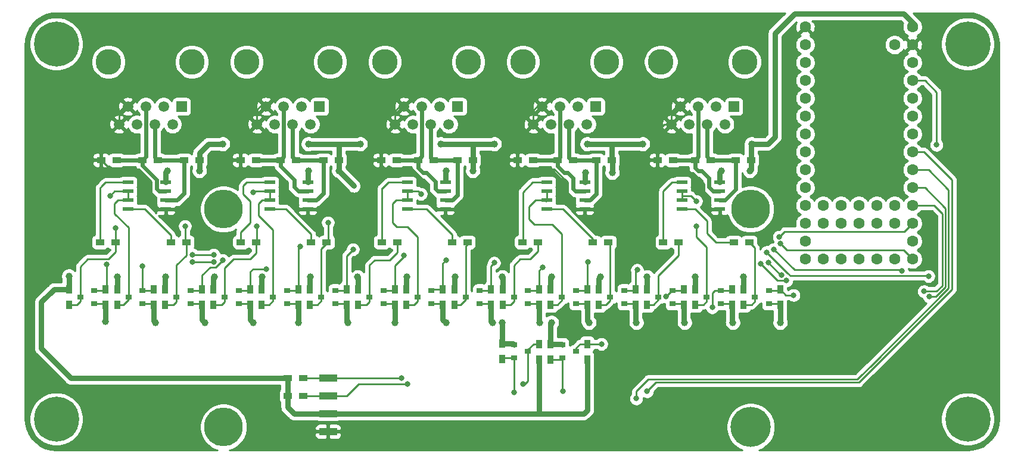
<source format=gbr>
%TF.GenerationSoftware,KiCad,Pcbnew,(5.1.8)-1*%
%TF.CreationDate,2022-08-22T14:52:19-04:00*%
%TF.ProjectId,SerialParser,53657269-616c-4506-9172-7365722e6b69,rev?*%
%TF.SameCoordinates,Original*%
%TF.FileFunction,Copper,L1,Top*%
%TF.FilePolarity,Positive*%
%FSLAX46Y46*%
G04 Gerber Fmt 4.6, Leading zero omitted, Abs format (unit mm)*
G04 Created by KiCad (PCBNEW (5.1.8)-1) date 2022-08-22 14:52:19*
%MOMM*%
%LPD*%
G01*
G04 APERTURE LIST*
%TA.AperFunction,ComponentPad*%
%ADD10C,5.700000*%
%TD*%
%TA.AperFunction,SMDPad,CuDef*%
%ADD11R,0.900000X0.800000*%
%TD*%
%TA.AperFunction,ComponentPad*%
%ADD12C,1.600000*%
%TD*%
%TA.AperFunction,SMDPad,CuDef*%
%ADD13R,0.900000X1.200000*%
%TD*%
%TA.AperFunction,SMDPad,CuDef*%
%ADD14R,1.200000X0.900000*%
%TD*%
%TA.AperFunction,SMDPad,CuDef*%
%ADD15R,2.500000X1.000000*%
%TD*%
%TA.AperFunction,ComponentPad*%
%ADD16C,5.500000*%
%TD*%
%TA.AperFunction,WasherPad*%
%ADD17C,3.650000*%
%TD*%
%TA.AperFunction,ComponentPad*%
%ADD18R,1.500000X1.500000*%
%TD*%
%TA.AperFunction,ComponentPad*%
%ADD19C,1.500000*%
%TD*%
%TA.AperFunction,ComponentPad*%
%ADD20C,6.400000*%
%TD*%
%TA.AperFunction,ComponentPad*%
%ADD21C,0.800000*%
%TD*%
%TA.AperFunction,SMDPad,CuDef*%
%ADD22R,1.550000X0.600000*%
%TD*%
%TA.AperFunction,ViaPad*%
%ADD23C,0.800000*%
%TD*%
%TA.AperFunction,ViaPad*%
%ADD24C,1.000000*%
%TD*%
%TA.AperFunction,Conductor*%
%ADD25C,0.600000*%
%TD*%
%TA.AperFunction,Conductor*%
%ADD26C,0.250000*%
%TD*%
%TA.AperFunction,Conductor*%
%ADD27C,0.800000*%
%TD*%
%TA.AperFunction,Conductor*%
%ADD28C,0.254000*%
%TD*%
%TA.AperFunction,Conductor*%
%ADD29C,0.100000*%
%TD*%
G04 APERTURE END LIST*
D10*
%TO.P,H8,1*%
%TO.N,N/C*%
X200279000Y-134493000D03*
%TD*%
D11*
%TO.P,Q17,1*%
%TO.N,+3V3*%
X196011160Y-116949000D03*
%TO.P,Q17,2*%
%TO.N,LAT4_LV*%
X196011160Y-115049000D03*
%TO.P,Q17,3*%
%TO.N,LAT4*%
X194011160Y-115999000D03*
%TD*%
%TO.P,Q16,1*%
%TO.N,+3V3*%
X175467574Y-116949000D03*
%TO.P,Q16,2*%
%TO.N,LAT2_LV*%
X175467574Y-115049000D03*
%TO.P,Q16,3*%
%TO.N,LAT2*%
X173467574Y-115999000D03*
%TD*%
%TO.P,Q15,1*%
%TO.N,+3V3*%
X202859022Y-116949000D03*
%TO.P,Q15,2*%
%TO.N,TX4_LV*%
X202859022Y-115049000D03*
%TO.P,Q15,3*%
%TO.N,TX4*%
X200859022Y-115999000D03*
%TD*%
%TO.P,Q14,1*%
%TO.N,+3V3*%
X182315436Y-116949000D03*
%TO.P,Q14,2*%
%TO.N,TX2_LV*%
X182315436Y-115049000D03*
%TO.P,Q14,3*%
%TO.N,TX2*%
X180315436Y-115999000D03*
%TD*%
%TO.P,Q13,1*%
%TO.N,+3V3*%
X189163298Y-116949000D03*
%TO.P,Q13,2*%
%TO.N,RX4_LV*%
X189163298Y-115049000D03*
%TO.P,Q13,3*%
%TO.N,RX4*%
X187163298Y-115999000D03*
%TD*%
%TO.P,Q12,1*%
%TO.N,+3V3*%
X168619712Y-116949000D03*
%TO.P,Q12,2*%
%TO.N,RX2_LV*%
X168619712Y-115049000D03*
%TO.P,Q12,3*%
%TO.N,RX2*%
X166619712Y-115999000D03*
%TD*%
%TO.P,Q11,1*%
%TO.N,+3V3*%
X134380402Y-116949000D03*
%TO.P,Q11,2*%
%TO.N,LAT3_LV*%
X134380402Y-115049000D03*
%TO.P,Q11,3*%
%TO.N,LAT3*%
X132380402Y-115999000D03*
%TD*%
%TO.P,Q10,1*%
%TO.N,+3V3*%
X154923988Y-116949000D03*
%TO.P,Q10,2*%
%TO.N,LAT5_LV*%
X154923988Y-115049000D03*
%TO.P,Q10,3*%
%TO.N,LAT5*%
X152923988Y-115999000D03*
%TD*%
%TO.P,Q9,1*%
%TO.N,+3V3*%
X141228264Y-116949000D03*
%TO.P,Q9,2*%
%TO.N,TX3_LV*%
X141228264Y-115049000D03*
%TO.P,Q9,3*%
%TO.N,TX3*%
X139228264Y-115999000D03*
%TD*%
%TO.P,Q8,1*%
%TO.N,+3V3*%
X161771850Y-116949000D03*
%TO.P,Q8,2*%
%TO.N,TX5_LV*%
X161771850Y-115049000D03*
%TO.P,Q8,3*%
%TO.N,TX5*%
X159771850Y-115999000D03*
%TD*%
%TO.P,Q7,1*%
%TO.N,+3V3*%
X127532540Y-116949000D03*
%TO.P,Q7,2*%
%TO.N,RX3_LV*%
X127532540Y-115049000D03*
%TO.P,Q7,3*%
%TO.N,RX3*%
X125532540Y-115999000D03*
%TD*%
%TO.P,Q6,1*%
%TO.N,+3V3*%
X148076126Y-116949000D03*
%TO.P,Q6,2*%
%TO.N,RX5_LV*%
X148076126Y-115049000D03*
%TO.P,Q6,3*%
%TO.N,RX5*%
X146076126Y-115999000D03*
%TD*%
%TO.P,Q5,1*%
%TO.N,+3V3*%
X113836816Y-116949000D03*
%TO.P,Q5,2*%
%TO.N,LAT1_LV*%
X113836816Y-115049000D03*
%TO.P,Q5,3*%
%TO.N,LAT1*%
X111836816Y-115999000D03*
%TD*%
%TO.P,Q4,1*%
%TO.N,+3V3*%
X166624000Y-122748000D03*
%TO.P,Q4,2*%
%TO.N,SDA_LV*%
X166624000Y-124648000D03*
%TO.P,Q4,3*%
%TO.N,SDA*%
X168624000Y-123698000D03*
%TD*%
%TO.P,Q3,1*%
%TO.N,+3V3*%
X120684678Y-116949000D03*
%TO.P,Q3,2*%
%TO.N,TX1_LV*%
X120684678Y-115049000D03*
%TO.P,Q3,3*%
%TO.N,TX1*%
X118684678Y-115999000D03*
%TD*%
%TO.P,Q2,1*%
%TO.N,+3V3*%
X173482000Y-122748000D03*
%TO.P,Q2,2*%
%TO.N,SCL_LV*%
X173482000Y-124648000D03*
%TO.P,Q2,3*%
%TO.N,SCL*%
X175482000Y-123698000D03*
%TD*%
%TO.P,Q1,1*%
%TO.N,+3V3*%
X106988954Y-116949000D03*
%TO.P,Q1,2*%
%TO.N,RX1_LV*%
X106988954Y-115049000D03*
%TO.P,Q1,3*%
%TO.N,RX1*%
X104988954Y-115999000D03*
%TD*%
D12*
%TO.P,U1,44*%
%TO.N,Net-(U1-Pad44)*%
X210566000Y-102997000D03*
%TO.P,U1,43*%
%TO.N,Net-(U1-Pad43)*%
X210566000Y-105537000D03*
%TO.P,U1,42*%
%TO.N,Net-(U1-Pad42)*%
X213106000Y-102997000D03*
%TO.P,U1,41*%
%TO.N,Net-(U1-Pad41)*%
X213106000Y-105537000D03*
%TO.P,U1,40*%
%TO.N,Net-(U1-Pad40)*%
X215646000Y-102997000D03*
%TO.P,U1,39*%
%TO.N,Net-(U1-Pad39)*%
X215646000Y-105537000D03*
%TO.P,U1,38*%
%TO.N,Net-(U1-Pad38)*%
X218186000Y-102997000D03*
%TO.P,U1,37*%
%TO.N,Net-(U1-Pad37)*%
X218186000Y-105537000D03*
%TO.P,U1,36*%
%TO.N,Net-(U1-Pad36)*%
X220726000Y-102997000D03*
%TO.P,U1,35*%
%TO.N,Net-(U1-Pad35)*%
X220726000Y-105537000D03*
%TO.P,U1,1*%
%TO.N,GND*%
X208026000Y-77597000D03*
%TO.P,U1,2*%
%TO.N,RX1_LV*%
X208026000Y-80137000D03*
%TO.P,U1,3*%
%TO.N,TX1_LV*%
X208026000Y-82677000D03*
%TO.P,U1,4*%
%TO.N,LAT1_LV*%
X208026000Y-85217000D03*
%TO.P,U1,5*%
%TO.N,Net-(U1-Pad5)*%
X208026000Y-87757000D03*
%TO.P,U1,6*%
%TO.N,Net-(U1-Pad6)*%
X208026000Y-90297000D03*
%TO.P,U1,7*%
%TO.N,Net-(U1-Pad7)*%
X208026000Y-92837000D03*
%TO.P,U1,8*%
%TO.N,LAT2_LV*%
X208026000Y-95377000D03*
%TO.P,U1,9*%
%TO.N,RX2_LV*%
X208026000Y-97917000D03*
%TO.P,U1,10*%
%TO.N,TX2_LV*%
X208026000Y-100457000D03*
%TO.P,U1,11*%
%TO.N,Net-(U1-Pad11)*%
X208026000Y-102997000D03*
%TO.P,U1,12*%
%TO.N,Net-(U1-Pad12)*%
X208026000Y-105537000D03*
%TO.P,U1,13*%
%TO.N,Net-(U1-Pad13)*%
X208026000Y-108077000D03*
%TO.P,U1,34*%
%TO.N,Net-(U1-Pad34)*%
X220726000Y-80137000D03*
%TO.P,U1,33*%
%TO.N,+5V*%
X223266000Y-77597000D03*
%TO.P,U1,32*%
%TO.N,GND*%
X223266000Y-80137000D03*
%TO.P,U1,31*%
%TO.N,+3V3*%
X223266000Y-82677000D03*
%TO.P,U1,30*%
%TO.N,LAT5_LV*%
X223266000Y-85217000D03*
%TO.P,U1,29*%
%TO.N,LAT4_LV*%
X223266000Y-87757000D03*
%TO.P,U1,28*%
%TO.N,RX5_LV*%
X223266000Y-90297000D03*
%TO.P,U1,27*%
%TO.N,TX5_LV*%
X223266000Y-92837000D03*
%TO.P,U1,26*%
%TO.N,SCL_LV*%
X223266000Y-95377000D03*
%TO.P,U1,25*%
%TO.N,SDA_LV*%
X223266000Y-97917000D03*
%TO.P,U1,24*%
%TO.N,TX4_LV*%
X223266000Y-100457000D03*
%TO.P,U1,23*%
%TO.N,RX4_LV*%
X223266000Y-102997000D03*
%TO.P,U1,22*%
%TO.N,RX3_LV*%
X223266000Y-105537000D03*
%TO.P,U1,21*%
%TO.N,TX3_LV*%
X223266000Y-108077000D03*
%TO.P,U1,14*%
%TO.N,Net-(U1-Pad14)*%
X208026000Y-110617000D03*
%TO.P,U1,15*%
%TO.N,Net-(U1-Pad15)*%
X210566000Y-110617000D03*
%TO.P,U1,16*%
%TO.N,Net-(U1-Pad16)*%
X213106000Y-110617000D03*
%TO.P,U1,20*%
%TO.N,LAT3_LV*%
X223266000Y-110617000D03*
%TO.P,U1,19*%
%TO.N,Net-(U1-Pad19)*%
X220726000Y-110617000D03*
%TO.P,U1,18*%
%TO.N,Net-(U1-Pad18)*%
X218186000Y-110617000D03*
%TO.P,U1,17*%
%TO.N,Net-(U1-Pad17)*%
X215646000Y-110617000D03*
%TD*%
D13*
%TO.P,R61,1*%
%TO.N,LAT4*%
X192400206Y-117094000D03*
%TO.P,R61,2*%
%TO.N,+5V*%
X192400206Y-114894000D03*
%TD*%
%TO.P,R60,1*%
%TO.N,LAT2*%
X171856620Y-117094000D03*
%TO.P,R60,2*%
%TO.N,+5V*%
X171856620Y-114894000D03*
%TD*%
%TO.P,R59,1*%
%TO.N,LAT4_LV*%
X197622114Y-114904000D03*
%TO.P,R59,2*%
%TO.N,+3V3*%
X197622114Y-117104000D03*
%TD*%
%TO.P,R58,1*%
%TO.N,LAT2_LV*%
X177078528Y-114904000D03*
%TO.P,R58,2*%
%TO.N,+3V3*%
X177078528Y-117104000D03*
%TD*%
%TO.P,R57,1*%
%TO.N,TX4*%
X199248068Y-117094000D03*
%TO.P,R57,2*%
%TO.N,+5V*%
X199248068Y-114894000D03*
%TD*%
%TO.P,R56,1*%
%TO.N,TX2*%
X178704482Y-117094000D03*
%TO.P,R56,2*%
%TO.N,+5V*%
X178704482Y-114894000D03*
%TD*%
%TO.P,R55,1*%
%TO.N,TX4_LV*%
X204470000Y-114904000D03*
%TO.P,R55,2*%
%TO.N,+3V3*%
X204470000Y-117104000D03*
%TD*%
%TO.P,R54,1*%
%TO.N,TX2_LV*%
X183926390Y-114904000D03*
%TO.P,R54,2*%
%TO.N,+3V3*%
X183926390Y-117104000D03*
%TD*%
%TO.P,R53,1*%
%TO.N,RX4*%
X185552344Y-117094000D03*
%TO.P,R53,2*%
%TO.N,+5V*%
X185552344Y-114894000D03*
%TD*%
%TO.P,R52,1*%
%TO.N,RX2*%
X165008758Y-117094000D03*
%TO.P,R52,2*%
%TO.N,+5V*%
X165008758Y-114894000D03*
%TD*%
%TO.P,R51,1*%
%TO.N,RX4_LV*%
X190774252Y-114904000D03*
%TO.P,R51,2*%
%TO.N,+3V3*%
X190774252Y-117104000D03*
%TD*%
%TO.P,R50,1*%
%TO.N,RX2_LV*%
X170230666Y-114904000D03*
%TO.P,R50,2*%
%TO.N,+3V3*%
X170230666Y-117104000D03*
%TD*%
%TO.P,R49,1*%
%TO.N,LAT3*%
X130769448Y-117094000D03*
%TO.P,R49,2*%
%TO.N,+5V*%
X130769448Y-114894000D03*
%TD*%
%TO.P,R48,1*%
%TO.N,LAT5*%
X151313034Y-117094000D03*
%TO.P,R48,2*%
%TO.N,+5V*%
X151313034Y-114894000D03*
%TD*%
%TO.P,R47,1*%
%TO.N,LAT3_LV*%
X135991356Y-114904000D03*
%TO.P,R47,2*%
%TO.N,+3V3*%
X135991356Y-117104000D03*
%TD*%
%TO.P,R46,1*%
%TO.N,LAT5_LV*%
X156534942Y-114904000D03*
%TO.P,R46,2*%
%TO.N,+3V3*%
X156534942Y-117104000D03*
%TD*%
%TO.P,R45,1*%
%TO.N,TX3*%
X137617310Y-117094000D03*
%TO.P,R45,2*%
%TO.N,+5V*%
X137617310Y-114894000D03*
%TD*%
%TO.P,R44,1*%
%TO.N,TX5*%
X158160896Y-117094000D03*
%TO.P,R44,2*%
%TO.N,+5V*%
X158160896Y-114894000D03*
%TD*%
%TO.P,R43,1*%
%TO.N,TX3_LV*%
X142839218Y-114904000D03*
%TO.P,R43,2*%
%TO.N,+3V3*%
X142839218Y-117104000D03*
%TD*%
%TO.P,R42,1*%
%TO.N,TX5_LV*%
X163382804Y-114904000D03*
%TO.P,R42,2*%
%TO.N,+3V3*%
X163382804Y-117104000D03*
%TD*%
%TO.P,R41,1*%
%TO.N,RX3*%
X123921586Y-117094000D03*
%TO.P,R41,2*%
%TO.N,+5V*%
X123921586Y-114894000D03*
%TD*%
%TO.P,R40,1*%
%TO.N,RX5*%
X144465172Y-117094000D03*
%TO.P,R40,2*%
%TO.N,+5V*%
X144465172Y-114894000D03*
%TD*%
%TO.P,R39,1*%
%TO.N,RX3_LV*%
X129143494Y-114904000D03*
%TO.P,R39,2*%
%TO.N,+3V3*%
X129143494Y-117104000D03*
%TD*%
%TO.P,R38,1*%
%TO.N,RX5_LV*%
X149687080Y-114904000D03*
%TO.P,R38,2*%
%TO.N,+3V3*%
X149687080Y-117104000D03*
%TD*%
%TO.P,R37,1*%
%TO.N,LAT1*%
X110225862Y-117094000D03*
%TO.P,R37,2*%
%TO.N,+5V*%
X110225862Y-114894000D03*
%TD*%
%TO.P,R36,1*%
%TO.N,LAT1_LV*%
X115447770Y-114904000D03*
%TO.P,R36,2*%
%TO.N,+3V3*%
X115447770Y-117104000D03*
%TD*%
%TO.P,R35,1*%
%TO.N,SDA*%
X170180000Y-122682000D03*
%TO.P,R35,2*%
%TO.N,+5V*%
X170180000Y-124882000D03*
%TD*%
%TO.P,R34,1*%
%TO.N,SDA_LV*%
X164973000Y-124798000D03*
%TO.P,R34,2*%
%TO.N,+3V3*%
X164973000Y-122598000D03*
%TD*%
%TO.P,R33,1*%
%TO.N,TX1*%
X117073724Y-117094000D03*
%TO.P,R33,2*%
%TO.N,+5V*%
X117073724Y-114894000D03*
%TD*%
%TO.P,R32,1*%
%TO.N,TX1_LV*%
X122295632Y-114904000D03*
%TO.P,R32,2*%
%TO.N,+3V3*%
X122295632Y-117104000D03*
%TD*%
%TO.P,R31,1*%
%TO.N,SCL*%
X177038000Y-122682000D03*
%TO.P,R31,2*%
%TO.N,+5V*%
X177038000Y-124882000D03*
%TD*%
%TO.P,R30,1*%
%TO.N,SCL_LV*%
X171831000Y-124882000D03*
%TO.P,R30,2*%
%TO.N,+3V3*%
X171831000Y-122682000D03*
%TD*%
%TO.P,R29,1*%
%TO.N,RX1*%
X103378000Y-117094000D03*
%TO.P,R29,2*%
%TO.N,+5V*%
X103378000Y-114894000D03*
%TD*%
%TO.P,R28,1*%
%TO.N,RX1_LV*%
X108599908Y-114904000D03*
%TO.P,R28,2*%
%TO.N,+3V3*%
X108599908Y-117104000D03*
%TD*%
D14*
%TO.P,R27,1*%
%TO.N,SCL*%
X136693000Y-127508000D03*
%TO.P,R27,2*%
%TO.N,+5V*%
X134493000Y-127508000D03*
%TD*%
%TO.P,R26,1*%
%TO.N,SDA*%
X136652000Y-130048000D03*
%TO.P,R26,2*%
%TO.N,+5V*%
X134452000Y-130048000D03*
%TD*%
D15*
%TO.P,J6,4*%
%TO.N,GND*%
X140208000Y-135128000D03*
%TO.P,J6,3*%
%TO.N,+5V*%
X140208000Y-132588000D03*
%TO.P,J6,2*%
%TO.N,SDA*%
X140208000Y-130048000D03*
%TO.P,J6,1*%
%TO.N,SCL*%
X140208000Y-127508000D03*
%TD*%
D16*
%TO.P,H7,1*%
%TO.N,N/C*%
X125349000Y-134493000D03*
%TD*%
%TO.P,H6,1*%
%TO.N,N/C*%
X200279000Y-103505000D03*
%TD*%
%TO.P,H5,1*%
%TO.N,N/C*%
X125349000Y-103505000D03*
%TD*%
D17*
%TO.P,J1,Hole*%
%TO.N,*%
X109000000Y-82550000D03*
X120870000Y-82550000D03*
D18*
%TO.P,J1,1*%
%TO.N,Net-(J1-Pad1)*%
X119380000Y-88900000D03*
D19*
%TO.P,J1,2*%
%TO.N,Net-(J1-Pad2)*%
X118110000Y-91440000D03*
%TO.P,J1,3*%
%TO.N,Net-(J1-Pad3)*%
X116840000Y-88900000D03*
%TO.P,J1,4*%
%TO.N,Net-(J1-Pad4)*%
X115570000Y-91440000D03*
%TO.P,J1,5*%
%TO.N,Net-(J1-Pad5)*%
X114300000Y-88900000D03*
%TO.P,J1,6*%
%TO.N,Net-(J1-Pad6)*%
X113030000Y-91440000D03*
%TO.P,J1,7*%
%TO.N,GND*%
X111760000Y-88900000D03*
%TO.P,J1,8*%
X110490000Y-91440000D03*
%TD*%
D20*
%TO.P,H4,1*%
%TO.N,N/C*%
X231140000Y-133350000D03*
D21*
X233540000Y-133350000D03*
X232837056Y-135047056D03*
X231140000Y-135750000D03*
X229442944Y-135047056D03*
X228740000Y-133350000D03*
X229442944Y-131652944D03*
X231140000Y-130950000D03*
X232837056Y-131652944D03*
%TD*%
D20*
%TO.P,H3,1*%
%TO.N,N/C*%
X101600000Y-133350000D03*
D21*
X104000000Y-133350000D03*
X103297056Y-135047056D03*
X101600000Y-135750000D03*
X99902944Y-135047056D03*
X99200000Y-133350000D03*
X99902944Y-131652944D03*
X101600000Y-130950000D03*
X103297056Y-131652944D03*
%TD*%
D20*
%TO.P,H2,1*%
%TO.N,N/C*%
X231140000Y-80010000D03*
D21*
X233540000Y-80010000D03*
X232837056Y-81707056D03*
X231140000Y-82410000D03*
X229442944Y-81707056D03*
X228740000Y-80010000D03*
X229442944Y-78312944D03*
X231140000Y-77610000D03*
X232837056Y-78312944D03*
%TD*%
D20*
%TO.P,H1,1*%
%TO.N,N/C*%
X101600000Y-80010000D03*
D21*
X104000000Y-80010000D03*
X103297056Y-81707056D03*
X101600000Y-82410000D03*
X99902944Y-81707056D03*
X99200000Y-80010000D03*
X99902944Y-78312944D03*
X101600000Y-77610000D03*
X103297056Y-78312944D03*
%TD*%
D22*
%TO.P,U6,1*%
%TO.N,Net-(R18-Pad1)*%
X190500000Y-99695000D03*
%TO.P,U6,2*%
%TO.N,LAT4*%
X190500000Y-100965000D03*
%TO.P,U6,3*%
X190500000Y-102235000D03*
%TO.P,U6,4*%
%TO.N,Net-(R19-Pad1)*%
X190500000Y-103505000D03*
%TO.P,U6,5*%
%TO.N,GND*%
X195900000Y-103505000D03*
%TO.P,U6,6*%
%TO.N,Net-(J5-Pad4)*%
X195900000Y-102235000D03*
%TO.P,U6,7*%
%TO.N,Net-(J5-Pad5)*%
X195900000Y-100965000D03*
%TO.P,U6,8*%
%TO.N,+5V*%
X195900000Y-99695000D03*
%TD*%
%TO.P,U5,1*%
%TO.N,Net-(R16-Pad1)*%
X171290000Y-99695000D03*
%TO.P,U5,2*%
%TO.N,LAT2*%
X171290000Y-100965000D03*
%TO.P,U5,3*%
X171290000Y-102235000D03*
%TO.P,U5,4*%
%TO.N,Net-(R17-Pad1)*%
X171290000Y-103505000D03*
%TO.P,U5,5*%
%TO.N,GND*%
X176690000Y-103505000D03*
%TO.P,U5,6*%
%TO.N,Net-(J4-Pad4)*%
X176690000Y-102235000D03*
%TO.P,U5,7*%
%TO.N,Net-(J4-Pad5)*%
X176690000Y-100965000D03*
%TO.P,U5,8*%
%TO.N,+5V*%
X176690000Y-99695000D03*
%TD*%
%TO.P,U4,1*%
%TO.N,Net-(R8-Pad1)*%
X151478000Y-99695000D03*
%TO.P,U4,2*%
%TO.N,LAT5*%
X151478000Y-100965000D03*
%TO.P,U4,3*%
X151478000Y-102235000D03*
%TO.P,U4,4*%
%TO.N,Net-(R9-Pad1)*%
X151478000Y-103505000D03*
%TO.P,U4,5*%
%TO.N,GND*%
X156878000Y-103505000D03*
%TO.P,U4,6*%
%TO.N,Net-(J3-Pad4)*%
X156878000Y-102235000D03*
%TO.P,U4,7*%
%TO.N,Net-(J3-Pad5)*%
X156878000Y-100965000D03*
%TO.P,U4,8*%
%TO.N,+5V*%
X156878000Y-99695000D03*
%TD*%
%TO.P,U3,1*%
%TO.N,Net-(R6-Pad1)*%
X131920000Y-99695000D03*
%TO.P,U3,2*%
%TO.N,LAT3*%
X131920000Y-100965000D03*
%TO.P,U3,3*%
X131920000Y-102235000D03*
%TO.P,U3,4*%
%TO.N,Net-(R7-Pad1)*%
X131920000Y-103505000D03*
%TO.P,U3,5*%
%TO.N,GND*%
X137320000Y-103505000D03*
%TO.P,U3,6*%
%TO.N,Net-(J2-Pad4)*%
X137320000Y-102235000D03*
%TO.P,U3,7*%
%TO.N,Net-(J2-Pad5)*%
X137320000Y-100965000D03*
%TO.P,U3,8*%
%TO.N,+5V*%
X137320000Y-99695000D03*
%TD*%
D14*
%TO.P,R25,1*%
%TO.N,Net-(J5-Pad5)*%
X189230000Y-96520000D03*
%TO.P,R25,2*%
%TO.N,GND*%
X187030000Y-96520000D03*
%TD*%
%TO.P,R24,1*%
%TO.N,Net-(J5-Pad4)*%
X194564000Y-96520000D03*
%TO.P,R24,2*%
%TO.N,Net-(J5-Pad5)*%
X192364000Y-96520000D03*
%TD*%
%TO.P,R23,1*%
%TO.N,+5V*%
X200320000Y-96520000D03*
%TO.P,R23,2*%
%TO.N,Net-(J5-Pad4)*%
X198120000Y-96520000D03*
%TD*%
%TO.P,R22,1*%
%TO.N,Net-(J4-Pad5)*%
X169332000Y-96520000D03*
%TO.P,R22,2*%
%TO.N,GND*%
X167132000Y-96520000D03*
%TD*%
%TO.P,R21,1*%
%TO.N,Net-(J4-Pad4)*%
X175006000Y-96520000D03*
%TO.P,R21,2*%
%TO.N,Net-(J4-Pad5)*%
X172806000Y-96520000D03*
%TD*%
%TO.P,R20,1*%
%TO.N,+5V*%
X180508000Y-96520000D03*
%TO.P,R20,2*%
%TO.N,Net-(J4-Pad4)*%
X178308000Y-96520000D03*
%TD*%
%TO.P,R19,1*%
%TO.N,Net-(R19-Pad1)*%
X197866000Y-108204000D03*
%TO.P,R19,2*%
%TO.N,TX4*%
X200066000Y-108204000D03*
%TD*%
%TO.P,R18,1*%
%TO.N,Net-(R18-Pad1)*%
X187856664Y-108204000D03*
%TO.P,R18,2*%
%TO.N,RX4*%
X190056664Y-108204000D03*
%TD*%
%TO.P,R17,1*%
%TO.N,Net-(R17-Pad1)*%
X177847331Y-108204000D03*
%TO.P,R17,2*%
%TO.N,TX2*%
X180047331Y-108204000D03*
%TD*%
%TO.P,R16,1*%
%TO.N,Net-(R16-Pad1)*%
X167837998Y-108204000D03*
%TO.P,R16,2*%
%TO.N,RX2*%
X170037998Y-108204000D03*
%TD*%
%TO.P,R15,1*%
%TO.N,Net-(J3-Pad5)*%
X149944000Y-96520000D03*
%TO.P,R15,2*%
%TO.N,GND*%
X147744000Y-96520000D03*
%TD*%
%TO.P,R14,1*%
%TO.N,Net-(J3-Pad4)*%
X155194000Y-96520000D03*
%TO.P,R14,2*%
%TO.N,Net-(J3-Pad5)*%
X152994000Y-96520000D03*
%TD*%
%TO.P,R13,1*%
%TO.N,+5V*%
X160782000Y-96520000D03*
%TO.P,R13,2*%
%TO.N,Net-(J3-Pad4)*%
X158582000Y-96520000D03*
%TD*%
%TO.P,R12,1*%
%TO.N,Net-(J2-Pad5)*%
X129962000Y-96520000D03*
%TO.P,R12,2*%
%TO.N,GND*%
X127762000Y-96520000D03*
%TD*%
%TO.P,R11,1*%
%TO.N,Net-(J2-Pad4)*%
X135636000Y-96520000D03*
%TO.P,R11,2*%
%TO.N,Net-(J2-Pad5)*%
X133436000Y-96520000D03*
%TD*%
%TO.P,R10,1*%
%TO.N,+5V*%
X141732000Y-96520000D03*
%TO.P,R10,2*%
%TO.N,Net-(J2-Pad4)*%
X139532000Y-96520000D03*
%TD*%
%TO.P,R9,1*%
%TO.N,Net-(R9-Pad1)*%
X157828665Y-108204000D03*
%TO.P,R9,2*%
%TO.N,TX5*%
X160028665Y-108204000D03*
%TD*%
%TO.P,R8,1*%
%TO.N,Net-(R8-Pad1)*%
X147819332Y-108204000D03*
%TO.P,R8,2*%
%TO.N,RX5*%
X150019332Y-108204000D03*
%TD*%
%TO.P,R7,1*%
%TO.N,Net-(R7-Pad1)*%
X137809999Y-108204000D03*
%TO.P,R7,2*%
%TO.N,TX3*%
X140009999Y-108204000D03*
%TD*%
%TO.P,R6,1*%
%TO.N,Net-(R6-Pad1)*%
X127800666Y-108204000D03*
%TO.P,R6,2*%
%TO.N,RX3*%
X130000666Y-108204000D03*
%TD*%
D17*
%TO.P,J5,Hole*%
%TO.N,*%
X187520000Y-82550000D03*
X199390000Y-82550000D03*
D18*
%TO.P,J5,1*%
%TO.N,Net-(J5-Pad1)*%
X197900000Y-88900000D03*
D19*
%TO.P,J5,2*%
%TO.N,Net-(J5-Pad2)*%
X196630000Y-91440000D03*
%TO.P,J5,3*%
%TO.N,Net-(J5-Pad3)*%
X195360000Y-88900000D03*
%TO.P,J5,4*%
%TO.N,Net-(J5-Pad4)*%
X194090000Y-91440000D03*
%TO.P,J5,5*%
%TO.N,Net-(J5-Pad5)*%
X192820000Y-88900000D03*
%TO.P,J5,6*%
%TO.N,Net-(J5-Pad6)*%
X191550000Y-91440000D03*
%TO.P,J5,7*%
%TO.N,GND*%
X190280000Y-88900000D03*
%TO.P,J5,8*%
X189010000Y-91440000D03*
%TD*%
D17*
%TO.P,J4,Hole*%
%TO.N,*%
X167890000Y-82550000D03*
X179760000Y-82550000D03*
D18*
%TO.P,J4,1*%
%TO.N,Net-(J4-Pad1)*%
X178270000Y-88900000D03*
D19*
%TO.P,J4,2*%
%TO.N,Net-(J4-Pad2)*%
X177000000Y-91440000D03*
%TO.P,J4,3*%
%TO.N,Net-(J4-Pad3)*%
X175730000Y-88900000D03*
%TO.P,J4,4*%
%TO.N,Net-(J4-Pad4)*%
X174460000Y-91440000D03*
%TO.P,J4,5*%
%TO.N,Net-(J4-Pad5)*%
X173190000Y-88900000D03*
%TO.P,J4,6*%
%TO.N,Net-(J4-Pad6)*%
X171920000Y-91440000D03*
%TO.P,J4,7*%
%TO.N,GND*%
X170650000Y-88900000D03*
%TO.P,J4,8*%
X169380000Y-91440000D03*
%TD*%
D17*
%TO.P,J3,Hole*%
%TO.N,*%
X148260000Y-82550000D03*
X160130000Y-82550000D03*
D18*
%TO.P,J3,1*%
%TO.N,Net-(J3-Pad1)*%
X158640000Y-88900000D03*
D19*
%TO.P,J3,2*%
%TO.N,Net-(J3-Pad2)*%
X157370000Y-91440000D03*
%TO.P,J3,3*%
%TO.N,Net-(J3-Pad3)*%
X156100000Y-88900000D03*
%TO.P,J3,4*%
%TO.N,Net-(J3-Pad4)*%
X154830000Y-91440000D03*
%TO.P,J3,5*%
%TO.N,Net-(J3-Pad5)*%
X153560000Y-88900000D03*
%TO.P,J3,6*%
%TO.N,Net-(J3-Pad6)*%
X152290000Y-91440000D03*
%TO.P,J3,7*%
%TO.N,GND*%
X151020000Y-88900000D03*
%TO.P,J3,8*%
X149750000Y-91440000D03*
%TD*%
D17*
%TO.P,J2,Hole*%
%TO.N,*%
X128630000Y-82550000D03*
X140500000Y-82550000D03*
D18*
%TO.P,J2,1*%
%TO.N,Net-(J2-Pad1)*%
X139010000Y-88900000D03*
D19*
%TO.P,J2,2*%
%TO.N,Net-(J2-Pad2)*%
X137740000Y-91440000D03*
%TO.P,J2,3*%
%TO.N,Net-(J2-Pad3)*%
X136470000Y-88900000D03*
%TO.P,J2,4*%
%TO.N,Net-(J2-Pad4)*%
X135200000Y-91440000D03*
%TO.P,J2,5*%
%TO.N,Net-(J2-Pad5)*%
X133930000Y-88900000D03*
%TO.P,J2,6*%
%TO.N,Net-(J2-Pad6)*%
X132660000Y-91440000D03*
%TO.P,J2,7*%
%TO.N,GND*%
X131390000Y-88900000D03*
%TO.P,J2,8*%
X130120000Y-91440000D03*
%TD*%
D22*
%TO.P,U2,1*%
%TO.N,Net-(R1-Pad1)*%
X111760000Y-99695000D03*
%TO.P,U2,2*%
%TO.N,LAT1*%
X111760000Y-100965000D03*
%TO.P,U2,3*%
X111760000Y-102235000D03*
%TO.P,U2,4*%
%TO.N,Net-(R2-Pad1)*%
X111760000Y-103505000D03*
%TO.P,U2,5*%
%TO.N,GND*%
X117160000Y-103505000D03*
%TO.P,U2,6*%
%TO.N,Net-(J1-Pad4)*%
X117160000Y-102235000D03*
%TO.P,U2,7*%
%TO.N,Net-(J1-Pad5)*%
X117160000Y-100965000D03*
%TO.P,U2,8*%
%TO.N,+5V*%
X117160000Y-99695000D03*
%TD*%
D14*
%TO.P,R5,1*%
%TO.N,Net-(J1-Pad5)*%
X110150000Y-96520000D03*
%TO.P,R5,2*%
%TO.N,GND*%
X107950000Y-96520000D03*
%TD*%
%TO.P,R4,1*%
%TO.N,Net-(J1-Pad4)*%
X115992000Y-96520000D03*
%TO.P,R4,2*%
%TO.N,Net-(J1-Pad5)*%
X113792000Y-96520000D03*
%TD*%
%TO.P,R3,1*%
%TO.N,+5V*%
X121920000Y-96520000D03*
%TO.P,R3,2*%
%TO.N,Net-(J1-Pad4)*%
X119720000Y-96520000D03*
%TD*%
%TO.P,R2,1*%
%TO.N,Net-(R2-Pad1)*%
X117856000Y-108204000D03*
%TO.P,R2,2*%
%TO.N,TX1*%
X120056000Y-108204000D03*
%TD*%
%TO.P,R1,1*%
%TO.N,Net-(R1-Pad1)*%
X107782000Y-108204000D03*
%TO.P,R1,2*%
%TO.N,RX1*%
X109982000Y-108204000D03*
%TD*%
D23*
%TO.N,RX1*%
X109982000Y-106172000D03*
%TO.N,TX1*%
X119888000Y-105918000D03*
D24*
%TO.N,+5V*%
X200406000Y-94234000D03*
X184912000Y-94234000D03*
X177038000Y-94234000D03*
X163830000Y-94234000D03*
X156210000Y-94234000D03*
X144780000Y-94234000D03*
X137414000Y-94234000D03*
X125222000Y-94234000D03*
X156972000Y-98044000D03*
X160782000Y-98044000D03*
X137414000Y-98044000D03*
X141732000Y-98044000D03*
X117348000Y-98044000D03*
X121920000Y-98044000D03*
X176784000Y-98298000D03*
X180594000Y-98298000D03*
X196088000Y-98044000D03*
X200152000Y-98044000D03*
X103378000Y-113030000D03*
X199263000Y-113157000D03*
X192405000Y-113157000D03*
X185547000Y-113157000D03*
X178943000Y-113157000D03*
X171958000Y-113157000D03*
X164973000Y-113157000D03*
X158242000Y-113157000D03*
X151384000Y-113157000D03*
X144399000Y-113157000D03*
X137668000Y-113157000D03*
X130810000Y-113157000D03*
X124079000Y-113157000D03*
X117094000Y-113157000D03*
X110236000Y-113157000D03*
D23*
%TO.N,LAT1*%
X109220000Y-101600000D03*
%TO.N,LAT3*%
X129540000Y-101092000D03*
%TO.N,RX3*%
X130048000Y-105918000D03*
%TO.N,TX3*%
X140208000Y-105410000D03*
%TO.N,LAT5*%
X153416000Y-101346000D03*
%TO.N,LAT4*%
X192532000Y-102362000D03*
X192532000Y-105918000D03*
%TO.N,SDA*%
X151511000Y-128397000D03*
X167894000Y-128397000D03*
%TO.N,SCL*%
X150622000Y-127508000D03*
X179070000Y-122682000D03*
%TO.N,RX1_LV*%
X123952000Y-109982000D03*
X120920000Y-109982000D03*
X108712000Y-111379000D03*
D24*
%TO.N,+3V3*%
X108585000Y-119507000D03*
X115697000Y-119634000D03*
X122682000Y-119634000D03*
X129540000Y-119634000D03*
X136017000Y-119634000D03*
X143002000Y-119634000D03*
X149733000Y-119634000D03*
X156972000Y-119634000D03*
X163576000Y-119634000D03*
X170307000Y-119634000D03*
X177292000Y-119634000D03*
X184023000Y-119634000D03*
X190881000Y-119634000D03*
X197739000Y-119634000D03*
X204470000Y-119634000D03*
X171958000Y-119634000D03*
X164973000Y-119634000D03*
D23*
%TO.N,SCL_LV*%
X173609000Y-129413000D03*
X185547000Y-129413000D03*
%TO.N,TX1_LV*%
X125222000Y-110744000D03*
%TO.N,SDA_LV*%
X166624000Y-129540000D03*
X184023000Y-130429000D03*
%TO.N,LAT1_LV*%
X113792000Y-111633000D03*
X123947347Y-110993347D03*
X120920000Y-110998000D03*
%TO.N,RX5_LV*%
X151003000Y-110109000D03*
X202565000Y-109618049D03*
X225552000Y-113030000D03*
%TO.N,RX3_LV*%
X131454937Y-111996412D03*
X204343000Y-107442000D03*
%TO.N,TX5_LV*%
X163830000Y-111125000D03*
X201680653Y-111247347D03*
X205359000Y-113665000D03*
%TO.N,TX3_LV*%
X143764000Y-109220000D03*
X203581000Y-109220000D03*
X221742000Y-112268000D03*
%TO.N,LAT5_LV*%
X156972000Y-110744000D03*
X202819000Y-111125000D03*
X204666563Y-112845563D03*
X226695000Y-94361000D03*
%TO.N,LAT3_LV*%
X136271000Y-108839000D03*
X204484421Y-108431952D03*
%TO.N,RX2_LV*%
X170688000Y-111760000D03*
%TO.N,RX4_LV*%
X188214000Y-115951000D03*
X224917000Y-115189000D03*
%TO.N,TX2_LV*%
X184150000Y-112141000D03*
%TO.N,TX4_LV*%
X206375000Y-115734000D03*
X225679000Y-115951000D03*
%TO.N,LAT2_LV*%
X177165000Y-111030010D03*
%TO.N,LAT4_LV*%
X194818000Y-117475000D03*
%TD*%
D25*
%TO.N,Net-(J1-Pad4)*%
X117160000Y-102235000D02*
X118745000Y-102235000D01*
X119720000Y-101260000D02*
X119720000Y-96520000D01*
X118745000Y-102235000D02*
X119720000Y-101260000D01*
X115570000Y-96098000D02*
X115992000Y-96520000D01*
X115570000Y-91440000D02*
X115570000Y-96098000D01*
X115992000Y-96520000D02*
X119720000Y-96520000D01*
%TO.N,Net-(J1-Pad5)*%
X114300000Y-96012000D02*
X113792000Y-96520000D01*
X114300000Y-88900000D02*
X114300000Y-96012000D01*
X110150000Y-96520000D02*
X113792000Y-96520000D01*
X117160000Y-100965000D02*
X116205000Y-100965000D01*
X116205000Y-100965000D02*
X115824000Y-100584000D01*
X115824000Y-100584000D02*
X115824000Y-99314000D01*
X113792000Y-97282000D02*
X113792000Y-96520000D01*
X115824000Y-99314000D02*
X113792000Y-97282000D01*
D26*
%TO.N,GND*%
X107950000Y-93980000D02*
X110490000Y-91440000D01*
X107950000Y-96520000D02*
X107950000Y-93980000D01*
X107950000Y-96520000D02*
X109220000Y-97790000D01*
X127762000Y-93798000D02*
X130120000Y-91440000D01*
X127762000Y-96520000D02*
X127762000Y-93798000D01*
X131390000Y-88900000D02*
X130556000Y-88900000D01*
X130120000Y-89336000D02*
X130120000Y-91440000D01*
X130556000Y-88900000D02*
X130120000Y-89336000D01*
X137320000Y-103505000D02*
X135763000Y-103505000D01*
X135763000Y-103505000D02*
X134112000Y-101854000D01*
X134112000Y-101854000D02*
X134112000Y-99568000D01*
X134112000Y-99568000D02*
X132842000Y-98298000D01*
X132842000Y-98298000D02*
X128524000Y-98298000D01*
X127762000Y-97536000D02*
X127762000Y-96520000D01*
X128524000Y-98298000D02*
X127762000Y-97536000D01*
X147744000Y-93446000D02*
X149750000Y-91440000D01*
X147744000Y-96520000D02*
X147744000Y-93446000D01*
X151020000Y-88900000D02*
X150368000Y-88900000D01*
X149750000Y-89518000D02*
X149750000Y-91440000D01*
X150368000Y-88900000D02*
X149750000Y-89518000D01*
X111760000Y-88900000D02*
X111252000Y-88900000D01*
X110490000Y-89662000D02*
X110490000Y-91440000D01*
X111252000Y-88900000D02*
X110490000Y-89662000D01*
X167132000Y-93688000D02*
X169380000Y-91440000D01*
X167132000Y-96520000D02*
X167132000Y-93688000D01*
X170650000Y-88900000D02*
X169926000Y-88900000D01*
X169380000Y-89446000D02*
X169380000Y-91440000D01*
X169926000Y-88900000D02*
X169380000Y-89446000D01*
X189010000Y-91440000D02*
X187960000Y-91440000D01*
X187030000Y-92370000D02*
X187030000Y-96520000D01*
X187960000Y-91440000D02*
X187030000Y-92370000D01*
X190280000Y-88900000D02*
X189738000Y-88900000D01*
X189010000Y-89628000D02*
X189010000Y-91440000D01*
X189738000Y-88900000D02*
X189010000Y-89628000D01*
X175133000Y-103505000D02*
X176690000Y-103505000D01*
X174244000Y-99689897D02*
X174244000Y-102616000D01*
X172344103Y-97790000D02*
X174244000Y-99689897D01*
X167640000Y-97790000D02*
X172344103Y-97790000D01*
X174244000Y-102616000D02*
X175133000Y-103505000D01*
X167132000Y-97282000D02*
X167640000Y-97790000D01*
X167132000Y-96520000D02*
X167132000Y-97282000D01*
X187030000Y-96520000D02*
X187030000Y-97368000D01*
X187030000Y-97368000D02*
X187960000Y-98298000D01*
X192024000Y-98298000D02*
X193684990Y-99958990D01*
X187960000Y-98298000D02*
X192024000Y-98298000D01*
X193684990Y-99958990D02*
X193684990Y-103006990D01*
X115062000Y-99568000D02*
X113284000Y-97790000D01*
X115062000Y-102362000D02*
X115062000Y-99568000D01*
X113284000Y-97790000D02*
X111506000Y-97790000D01*
X116205000Y-103505000D02*
X115062000Y-102362000D01*
X117160000Y-103505000D02*
X116205000Y-103505000D01*
X111506000Y-97790000D02*
X111760000Y-97790000D01*
X109220000Y-97790000D02*
X111506000Y-97790000D01*
X147744000Y-97198000D02*
X147744000Y-96520000D01*
X148336000Y-97790000D02*
X147744000Y-97198000D01*
X152146000Y-97790000D02*
X148336000Y-97790000D01*
X154432000Y-100076000D02*
X152146000Y-97790000D01*
X154432000Y-102108000D02*
X154432000Y-100076000D01*
X155829000Y-103505000D02*
X154432000Y-102108000D01*
X156878000Y-103505000D02*
X155829000Y-103505000D01*
X194183000Y-103505000D02*
X193684990Y-103006990D01*
X195900000Y-103505000D02*
X194183000Y-103505000D01*
%TO.N,Net-(R1-Pad1)*%
X111760000Y-99695000D02*
X108585000Y-99695000D01*
X107782000Y-100498000D02*
X108077000Y-100203000D01*
X107782000Y-108097000D02*
X107782000Y-100498000D01*
X108585000Y-99695000D02*
X108077000Y-100203000D01*
%TO.N,RX1*%
X109982000Y-106172000D02*
X109982000Y-108204000D01*
X104988954Y-115999000D02*
X104988954Y-116626046D01*
X104521000Y-117094000D02*
X103378000Y-117094000D01*
X104988954Y-116626046D02*
X104521000Y-117094000D01*
X104988954Y-115999000D02*
X104988954Y-111673046D01*
X104988954Y-111673046D02*
X106045000Y-110617000D01*
X106045000Y-110617000D02*
X108966000Y-110617000D01*
X109982000Y-109601000D02*
X109982000Y-108204000D01*
X108966000Y-110617000D02*
X109982000Y-109601000D01*
%TO.N,Net-(R2-Pad1)*%
X113665000Y-103505000D02*
X111760000Y-103505000D01*
X117856000Y-108204000D02*
X117856000Y-107188000D01*
X114173000Y-103505000D02*
X113665000Y-103505000D01*
X117856000Y-107188000D02*
X114173000Y-103505000D01*
%TO.N,TX1*%
X119888000Y-108036000D02*
X120056000Y-108204000D01*
X119888000Y-105918000D02*
X119888000Y-108036000D01*
X117073724Y-117094000D02*
X118237000Y-117094000D01*
X118684678Y-116646322D02*
X118684678Y-115999000D01*
X118237000Y-117094000D02*
X118684678Y-116646322D01*
X120056000Y-108204000D02*
X120056000Y-110068000D01*
X118684678Y-111439322D02*
X118684678Y-115999000D01*
X120056000Y-110068000D02*
X118684678Y-111439322D01*
D27*
%TO.N,+5V*%
X223520000Y-77470000D02*
X223520000Y-77216000D01*
X223520000Y-77216000D02*
X221996000Y-75692000D01*
X221996000Y-75692000D02*
X206502000Y-75692000D01*
X206502000Y-75692000D02*
X203708000Y-78486000D01*
X203708000Y-78486000D02*
X203708000Y-93218000D01*
X202692000Y-94234000D02*
X200406000Y-94234000D01*
X203708000Y-93218000D02*
X202692000Y-94234000D01*
X141732000Y-94488000D02*
X141986000Y-94234000D01*
X141732000Y-96520000D02*
X141732000Y-94488000D01*
X141986000Y-94234000D02*
X137414000Y-94234000D01*
X144780000Y-94234000D02*
X141986000Y-94234000D01*
X160782000Y-96520000D02*
X160782000Y-94234000D01*
X160782000Y-94234000D02*
X156210000Y-94234000D01*
X163830000Y-94234000D02*
X160782000Y-94234000D01*
X180508000Y-94402000D02*
X180340000Y-94234000D01*
X180508000Y-96520000D02*
X180508000Y-94402000D01*
X180340000Y-94234000D02*
X177038000Y-94234000D01*
X184912000Y-94234000D02*
X180340000Y-94234000D01*
X200320000Y-94320000D02*
X200406000Y-94234000D01*
X200320000Y-96520000D02*
X200320000Y-94320000D01*
X156878000Y-98138000D02*
X156972000Y-98044000D01*
X156878000Y-99441000D02*
X156878000Y-98138000D01*
X160782000Y-98044000D02*
X160782000Y-96520000D01*
X137320000Y-98138000D02*
X137414000Y-98044000D01*
X137320000Y-99695000D02*
X137320000Y-98138000D01*
X141732000Y-98044000D02*
X141732000Y-96520000D01*
X121920000Y-95504000D02*
X123190000Y-94234000D01*
X121920000Y-96520000D02*
X121920000Y-95504000D01*
X125222000Y-94234000D02*
X123190000Y-94234000D01*
X117160000Y-98232000D02*
X117348000Y-98044000D01*
X117160000Y-99695000D02*
X117160000Y-98232000D01*
X121920000Y-98044000D02*
X121920000Y-96520000D01*
X176690000Y-98392000D02*
X176784000Y-98298000D01*
X176690000Y-99695000D02*
X176690000Y-98392000D01*
X180594000Y-96606000D02*
X180508000Y-96520000D01*
X180594000Y-98298000D02*
X180594000Y-96606000D01*
X195900000Y-98232000D02*
X196088000Y-98044000D01*
X195900000Y-99695000D02*
X195900000Y-98232000D01*
X200320000Y-97876000D02*
X200152000Y-98044000D01*
X200320000Y-96520000D02*
X200320000Y-97876000D01*
X141732000Y-98044000D02*
X143891000Y-100203000D01*
X103378000Y-113030000D02*
X103378000Y-114894000D01*
X199263000Y-114879068D02*
X199248068Y-114894000D01*
X199263000Y-113157000D02*
X199263000Y-114879068D01*
X192400206Y-113161794D02*
X192405000Y-113157000D01*
X192400206Y-114894000D02*
X192400206Y-113161794D01*
X185552344Y-113162344D02*
X185547000Y-113157000D01*
X185552344Y-114894000D02*
X185552344Y-113162344D01*
X178704482Y-113395518D02*
X178943000Y-113157000D01*
X178704482Y-114894000D02*
X178704482Y-113395518D01*
X171856620Y-113258380D02*
X171958000Y-113157000D01*
X171856620Y-114894000D02*
X171856620Y-113258380D01*
X165008758Y-113192758D02*
X164973000Y-113157000D01*
X165008758Y-114894000D02*
X165008758Y-113192758D01*
X158160896Y-113238104D02*
X158242000Y-113157000D01*
X158160896Y-114894000D02*
X158160896Y-113238104D01*
X151313034Y-113227966D02*
X151384000Y-113157000D01*
X151313034Y-114894000D02*
X151313034Y-113227966D01*
X144465172Y-113223172D02*
X144399000Y-113157000D01*
X144465172Y-114894000D02*
X144465172Y-113223172D01*
X137617310Y-113207690D02*
X137668000Y-113157000D01*
X137617310Y-114894000D02*
X137617310Y-113207690D01*
X130769448Y-113197552D02*
X130810000Y-113157000D01*
X130769448Y-114894000D02*
X130769448Y-113197552D01*
X123921586Y-113314414D02*
X124079000Y-113157000D01*
X123921586Y-114894000D02*
X123921586Y-113314414D01*
X117073724Y-113177276D02*
X117094000Y-113157000D01*
X117073724Y-114894000D02*
X117073724Y-113177276D01*
X110225862Y-113167138D02*
X110236000Y-113157000D01*
X110225862Y-114894000D02*
X110225862Y-113167138D01*
X177038000Y-132080000D02*
X176530000Y-132588000D01*
X177038000Y-124882000D02*
X177038000Y-132080000D01*
X170180000Y-124882000D02*
X170180000Y-132588000D01*
X170180000Y-132588000D02*
X176530000Y-132588000D01*
X140208000Y-132588000D02*
X170180000Y-132588000D01*
X140208000Y-132588000D02*
X135382000Y-132588000D01*
X134452000Y-131658000D02*
X134452000Y-130048000D01*
X135382000Y-132588000D02*
X134452000Y-131658000D01*
X134452000Y-127549000D02*
X134493000Y-127508000D01*
X134452000Y-130048000D02*
X134452000Y-127549000D01*
X103378000Y-114894000D02*
X101260000Y-114894000D01*
X101260000Y-114894000D02*
X99441000Y-116713000D01*
X99441000Y-116713000D02*
X99441000Y-123317000D01*
X103632000Y-127508000D02*
X134493000Y-127508000D01*
X99441000Y-123317000D02*
X103632000Y-127508000D01*
D26*
%TO.N,LAT1*%
X109855000Y-100965000D02*
X109220000Y-101600000D01*
X111760000Y-100965000D02*
X109855000Y-100965000D01*
X111760000Y-102235000D02*
X111760000Y-100965000D01*
X110225862Y-117094000D02*
X111125000Y-117094000D01*
X111836816Y-116382184D02*
X111836816Y-115999000D01*
X111125000Y-117094000D02*
X111836816Y-116382184D01*
X111836816Y-115999000D02*
X111836816Y-106121816D01*
X111836816Y-106121816D02*
X109855000Y-104140000D01*
X109855000Y-104140000D02*
X109855000Y-102743000D01*
X110363000Y-102235000D02*
X111760000Y-102235000D01*
X109855000Y-102743000D02*
X110363000Y-102235000D01*
%TO.N,LAT3*%
X129667000Y-100965000D02*
X129540000Y-101092000D01*
X131920000Y-100965000D02*
X129667000Y-100965000D01*
X131920000Y-102235000D02*
X131920000Y-100965000D01*
X130769448Y-117094000D02*
X131826000Y-117094000D01*
X132380402Y-116539598D02*
X132380402Y-115999000D01*
X131826000Y-117094000D02*
X132380402Y-116539598D01*
X132380402Y-115999000D02*
X132380402Y-106472402D01*
X132380402Y-106472402D02*
X130302000Y-104394000D01*
X130302000Y-104394000D02*
X130302000Y-102743000D01*
X130810000Y-102235000D02*
X131920000Y-102235000D01*
X130302000Y-102743000D02*
X130810000Y-102235000D01*
%TO.N,RX3*%
X130048000Y-108156666D02*
X130000666Y-108204000D01*
X130048000Y-105918000D02*
X130048000Y-108156666D01*
X123921586Y-117094000D02*
X125095000Y-117094000D01*
X125532540Y-116656460D02*
X125532540Y-115999000D01*
X125095000Y-117094000D02*
X125532540Y-116656460D01*
X125532540Y-115999000D02*
X125532540Y-111830460D01*
X125532540Y-111830460D02*
X126746000Y-110617000D01*
X126746000Y-110617000D02*
X129159000Y-110617000D01*
X130000666Y-109775334D02*
X130000666Y-108204000D01*
X129159000Y-110617000D02*
X130000666Y-109775334D01*
%TO.N,TX3*%
X140208000Y-108005999D02*
X140009999Y-108204000D01*
X140208000Y-105410000D02*
X140208000Y-108005999D01*
X137617310Y-117094000D02*
X138684000Y-117094000D01*
X139228264Y-116549736D02*
X139228264Y-115999000D01*
X138684000Y-117094000D02*
X139228264Y-116549736D01*
X140009999Y-108204000D02*
X140009999Y-108402001D01*
X139228264Y-109183736D02*
X139228264Y-115999000D01*
X140009999Y-108402001D02*
X139228264Y-109183736D01*
%TO.N,RX2*%
X170180000Y-108346002D02*
X170037998Y-108204000D01*
X165008758Y-117094000D02*
X166116000Y-117094000D01*
X166619712Y-116590288D02*
X166619712Y-115999000D01*
X166116000Y-117094000D02*
X166619712Y-116590288D01*
X170037998Y-108204000D02*
X170037998Y-109489002D01*
X170037998Y-109489002D02*
X168910000Y-110617000D01*
X168910000Y-110617000D02*
X167513000Y-110617000D01*
X166619712Y-111510288D02*
X166619712Y-115999000D01*
X167513000Y-110617000D02*
X166619712Y-111510288D01*
%TO.N,TX2*%
X180086000Y-108242669D02*
X180047331Y-108204000D01*
X178704482Y-117094000D02*
X179705000Y-117094000D01*
X180315436Y-116483564D02*
X180315436Y-115999000D01*
X179705000Y-117094000D02*
X180315436Y-116483564D01*
X180047331Y-108204000D02*
X180047331Y-108292331D01*
X180315436Y-108560436D02*
X180315436Y-115999000D01*
X180047331Y-108292331D02*
X180315436Y-108560436D01*
%TO.N,LAT2*%
X171163000Y-102362000D02*
X171290000Y-102235000D01*
X171290000Y-100965000D02*
X171290000Y-102235000D01*
X171856620Y-117094000D02*
X172847000Y-117094000D01*
X173467574Y-116473426D02*
X173467574Y-115999000D01*
X172847000Y-117094000D02*
X173467574Y-116473426D01*
X171290000Y-102235000D02*
X169672000Y-102235000D01*
X169672000Y-102235000D02*
X168783000Y-103124000D01*
X168783000Y-103124000D02*
X168783000Y-104902000D01*
X168783000Y-104902000D02*
X169545000Y-105664000D01*
X169545000Y-105664000D02*
X172085000Y-105664000D01*
X173467574Y-107046574D02*
X173467574Y-115999000D01*
X172085000Y-105664000D02*
X173467574Y-107046574D01*
%TO.N,LAT5*%
X151478000Y-100965000D02*
X151478000Y-102235000D01*
X153035000Y-100965000D02*
X153416000Y-101346000D01*
X151478000Y-100965000D02*
X153035000Y-100965000D01*
X151478000Y-102235000D02*
X149860000Y-102235000D01*
X149860000Y-102235000D02*
X149352000Y-102743000D01*
X149352000Y-102743000D02*
X149352000Y-105410000D01*
X149352000Y-105410000D02*
X149987000Y-106045000D01*
X149987000Y-106045000D02*
X151511000Y-106045000D01*
X152923988Y-107457988D02*
X152923988Y-115999000D01*
X151511000Y-106045000D02*
X152923988Y-107457988D01*
X151313034Y-117094000D02*
X152400000Y-117094000D01*
X152923988Y-116570012D02*
X152923988Y-115999000D01*
X152400000Y-117094000D02*
X152923988Y-116570012D01*
%TO.N,RX5*%
X150114000Y-108298668D02*
X150019332Y-108204000D01*
X146076126Y-115999000D02*
X146076126Y-116686874D01*
X145669000Y-117094000D02*
X144465172Y-117094000D01*
X146076126Y-116686874D02*
X145669000Y-117094000D01*
X150019332Y-108204000D02*
X150019332Y-109695668D01*
X150019332Y-109695668D02*
X148971000Y-110744000D01*
X148971000Y-110744000D02*
X146812000Y-110744000D01*
X146076126Y-111479874D02*
X146076126Y-115999000D01*
X146812000Y-110744000D02*
X146076126Y-111479874D01*
%TO.N,TX5*%
X160020000Y-108212665D02*
X160028665Y-108204000D01*
X160028665Y-108204000D02*
X160028665Y-108449335D01*
X159771850Y-108706150D02*
X159771850Y-115999000D01*
X160028665Y-108449335D02*
X159771850Y-108706150D01*
X158160896Y-117094000D02*
X159004000Y-117094000D01*
X159771850Y-116326150D02*
X159771850Y-115999000D01*
X159004000Y-117094000D02*
X159771850Y-116326150D01*
%TO.N,TX4*%
X199248068Y-117094000D02*
X200406000Y-117094000D01*
X200859022Y-116640978D02*
X200859022Y-115999000D01*
X200406000Y-117094000D02*
X200859022Y-116640978D01*
X200859022Y-108997022D02*
X200066000Y-108204000D01*
X200859022Y-115999000D02*
X200859022Y-108997022D01*
%TO.N,RX4*%
X185552344Y-117094000D02*
X186436000Y-117094000D01*
X187163298Y-116366702D02*
X187163298Y-115999000D01*
X186436000Y-117094000D02*
X187163298Y-116366702D01*
X187163298Y-115999000D02*
X187163298Y-112937702D01*
X190056664Y-110044336D02*
X190056664Y-108204000D01*
X187163298Y-112937702D02*
X190056664Y-110044336D01*
%TO.N,LAT4*%
X191770000Y-101600000D02*
X192532000Y-102362000D01*
X190500000Y-101600000D02*
X191770000Y-101600000D01*
X190500000Y-100965000D02*
X190500000Y-101600000D01*
X190500000Y-101600000D02*
X190500000Y-102235000D01*
X192400206Y-117094000D02*
X193548000Y-117094000D01*
X194011160Y-116630840D02*
X194011160Y-115999000D01*
X193548000Y-117094000D02*
X194011160Y-116630840D01*
X194011160Y-115999000D02*
X194011160Y-108921160D01*
X192532000Y-107442000D02*
X192532000Y-105918000D01*
X194011160Y-108921160D02*
X192532000Y-107442000D01*
D25*
%TO.N,Net-(J2-Pad4)*%
X139532000Y-96520000D02*
X139532000Y-101260000D01*
X138557000Y-102235000D02*
X137320000Y-102235000D01*
X139532000Y-101260000D02*
X138557000Y-102235000D01*
X135200000Y-96084000D02*
X135636000Y-96520000D01*
X135200000Y-91440000D02*
X135200000Y-96084000D01*
X135636000Y-96520000D02*
X139532000Y-96520000D01*
%TO.N,Net-(J2-Pad5)*%
X133436000Y-96520000D02*
X133436000Y-97368000D01*
X133436000Y-97368000D02*
X135382000Y-99314000D01*
X135382000Y-99314000D02*
X135382000Y-100330000D01*
X136017000Y-100965000D02*
X137320000Y-100965000D01*
X135382000Y-100330000D02*
X136017000Y-100965000D01*
X133930000Y-96026000D02*
X133436000Y-96520000D01*
X133930000Y-88900000D02*
X133930000Y-96026000D01*
X129962000Y-96520000D02*
X133436000Y-96520000D01*
%TO.N,Net-(J3-Pad4)*%
X154830000Y-96156000D02*
X155194000Y-96520000D01*
X154830000Y-91440000D02*
X154830000Y-96156000D01*
X155194000Y-96520000D02*
X158582000Y-96520000D01*
X158582000Y-101514000D02*
X158582000Y-96520000D01*
X157861000Y-102235000D02*
X158582000Y-101514000D01*
X156878000Y-102235000D02*
X157861000Y-102235000D01*
%TO.N,Net-(J3-Pad5)*%
X153560000Y-95954000D02*
X152994000Y-96520000D01*
X153560000Y-88900000D02*
X153560000Y-95954000D01*
X149944000Y-96520000D02*
X152994000Y-96520000D01*
X152994000Y-97622000D02*
X152994000Y-96520000D01*
X153670000Y-98298000D02*
X152994000Y-97622000D01*
X154178000Y-98298000D02*
X153670000Y-98298000D01*
X155448000Y-99568000D02*
X154178000Y-98298000D01*
X155448000Y-100584000D02*
X155448000Y-99568000D01*
X155829000Y-100965000D02*
X155448000Y-100584000D01*
X156878000Y-100965000D02*
X155829000Y-100965000D01*
%TO.N,Net-(J4-Pad4)*%
X174460000Y-96228000D02*
X174752000Y-96520000D01*
X174460000Y-91440000D02*
X174460000Y-96228000D01*
X175006000Y-96520000D02*
X178308000Y-96520000D01*
X176690000Y-102235000D02*
X177419000Y-102235000D01*
X178308000Y-101346000D02*
X178308000Y-96520000D01*
X177419000Y-102235000D02*
X178308000Y-101346000D01*
%TO.N,Net-(J4-Pad5)*%
X173190000Y-96136000D02*
X172806000Y-96520000D01*
X173190000Y-88900000D02*
X173190000Y-96136000D01*
X169332000Y-96520000D02*
X172806000Y-96520000D01*
X172806000Y-96520000D02*
X172806000Y-97368000D01*
X172806000Y-97368000D02*
X173736000Y-98298000D01*
X173736000Y-98298000D02*
X174244000Y-98298000D01*
X174244000Y-98298000D02*
X175006000Y-99060000D01*
X175006000Y-99060000D02*
X175006000Y-100584000D01*
X175387000Y-100965000D02*
X176690000Y-100965000D01*
X175006000Y-100584000D02*
X175387000Y-100965000D01*
%TO.N,Net-(J5-Pad4)*%
X194090000Y-96046000D02*
X194564000Y-96520000D01*
X194090000Y-91440000D02*
X194090000Y-96046000D01*
X194564000Y-96520000D02*
X198120000Y-96520000D01*
X195900000Y-102235000D02*
X196596000Y-102235000D01*
X198120000Y-100711000D02*
X198120000Y-96520000D01*
X196596000Y-102235000D02*
X198120000Y-100711000D01*
%TO.N,Net-(J5-Pad5)*%
X192820000Y-96064000D02*
X192364000Y-96520000D01*
X192820000Y-88900000D02*
X192820000Y-96064000D01*
X194310000Y-99060000D02*
X193294000Y-98044000D01*
X193294000Y-98044000D02*
X192786000Y-98044000D01*
X192364000Y-97622000D02*
X192364000Y-96520000D01*
X192786000Y-98044000D02*
X192364000Y-97622000D01*
X189230000Y-96520000D02*
X192364000Y-96520000D01*
X195900000Y-100965000D02*
X194945000Y-100965000D01*
X194310000Y-100330000D02*
X194310000Y-99060000D01*
X194945000Y-100965000D02*
X194310000Y-100330000D01*
D26*
%TO.N,Net-(R6-Pad1)*%
X127800666Y-108204000D02*
X127800666Y-106768334D01*
X127800666Y-106768334D02*
X129159000Y-105410000D01*
X129159000Y-105410000D02*
X129159000Y-102362000D01*
X129159000Y-102362000D02*
X128143000Y-101346000D01*
X128143000Y-101346000D02*
X128143000Y-100203000D01*
X128651000Y-99695000D02*
X131920000Y-99695000D01*
X128143000Y-100203000D02*
X128651000Y-99695000D01*
%TO.N,Net-(R7-Pad1)*%
X131920000Y-103505000D02*
X134239000Y-103505000D01*
X137809999Y-107075999D02*
X137809999Y-108204000D01*
X134239000Y-103505000D02*
X137809999Y-107075999D01*
%TO.N,Net-(R8-Pad1)*%
X148776104Y-99695000D02*
X147857552Y-100613552D01*
X151478000Y-99695000D02*
X148776104Y-99695000D01*
X147857552Y-100613552D02*
X147857552Y-108097000D01*
X147857552Y-100554448D02*
X147857552Y-100613552D01*
%TO.N,Net-(R9-Pad1)*%
X154240330Y-103505000D02*
X157828665Y-107093335D01*
X151478000Y-103505000D02*
X154240330Y-103505000D01*
X157828665Y-107093335D02*
X157828665Y-108204000D01*
%TO.N,Net-(R16-Pad1)*%
X171290000Y-99695000D02*
X169291000Y-99695000D01*
X167895328Y-101090672D02*
X167895328Y-108097000D01*
X169291000Y-99695000D02*
X167895328Y-101090672D01*
%TO.N,Net-(R17-Pad1)*%
X171290000Y-103505000D02*
X173609000Y-103505000D01*
X177847331Y-107743331D02*
X177847331Y-108204000D01*
X173609000Y-103505000D02*
X177847331Y-107743331D01*
%TO.N,Net-(R18-Pad1)*%
X187856664Y-108204000D02*
X187856664Y-101703336D01*
X190500000Y-99695000D02*
X189103000Y-99695000D01*
X187856664Y-100941336D02*
X187856664Y-101703336D01*
X189103000Y-99695000D02*
X187856664Y-100941336D01*
%TO.N,Net-(R19-Pad1)*%
X197866000Y-108204000D02*
X196850000Y-108204000D01*
X190500000Y-103505000D02*
X192405000Y-103505000D01*
X192405000Y-103505000D02*
X194056000Y-105156000D01*
X194056000Y-105156000D02*
X194056000Y-106934000D01*
X195326000Y-108204000D02*
X196850000Y-108204000D01*
X194056000Y-106934000D02*
X195326000Y-108204000D01*
%TO.N,SDA*%
X140208000Y-130048000D02*
X136652000Y-130048000D01*
X142875000Y-130048000D02*
X140208000Y-130048000D01*
X144526000Y-128397000D02*
X142875000Y-130048000D01*
X170180000Y-122682000D02*
X169418000Y-122682000D01*
X168624000Y-123476000D02*
X168624000Y-123698000D01*
X169418000Y-122682000D02*
X168624000Y-123476000D01*
X144526000Y-128397000D02*
X151511000Y-128397000D01*
X167894000Y-128397000D02*
X168148000Y-128397000D01*
X168624000Y-127921000D02*
X168624000Y-123698000D01*
X168148000Y-128397000D02*
X168624000Y-127921000D01*
%TO.N,SCL*%
X140208000Y-127508000D02*
X136693000Y-127508000D01*
X177038000Y-122682000D02*
X176022000Y-122682000D01*
X175482000Y-123222000D02*
X175482000Y-123698000D01*
X176022000Y-122682000D02*
X175482000Y-123222000D01*
X140208000Y-127508000D02*
X150622000Y-127508000D01*
X179070000Y-122682000D02*
X177038000Y-122682000D01*
%TO.N,RX1_LV*%
X108454908Y-115049000D02*
X108599908Y-114904000D01*
X106988954Y-115049000D02*
X108454908Y-115049000D01*
X123952000Y-109982000D02*
X120920000Y-109982000D01*
X108712000Y-114791908D02*
X108599908Y-114904000D01*
X108712000Y-111379000D02*
X108712000Y-114791908D01*
%TO.N,+3V3*%
X108444908Y-116949000D02*
X108599908Y-117104000D01*
X106988954Y-116949000D02*
X108444908Y-116949000D01*
X115292770Y-116949000D02*
X115447770Y-117104000D01*
X113836816Y-116949000D02*
X115292770Y-116949000D01*
X122140632Y-116949000D02*
X122295632Y-117104000D01*
X120684678Y-116949000D02*
X122140632Y-116949000D01*
X128988494Y-116949000D02*
X129143494Y-117104000D01*
X127532540Y-116949000D02*
X128988494Y-116949000D01*
X135836356Y-116949000D02*
X135991356Y-117104000D01*
X134380402Y-116949000D02*
X135836356Y-116949000D01*
X142684218Y-116949000D02*
X142839218Y-117104000D01*
X141228264Y-116949000D02*
X142684218Y-116949000D01*
X149532080Y-116949000D02*
X149687080Y-117104000D01*
X148076126Y-116949000D02*
X149532080Y-116949000D01*
X156379942Y-116949000D02*
X156534942Y-117104000D01*
X154923988Y-116949000D02*
X156379942Y-116949000D01*
X163227804Y-116949000D02*
X163382804Y-117104000D01*
X161771850Y-116949000D02*
X163227804Y-116949000D01*
X170075666Y-116949000D02*
X170230666Y-117104000D01*
X168619712Y-116949000D02*
X170075666Y-116949000D01*
X176923528Y-116949000D02*
X177078528Y-117104000D01*
X175467574Y-116949000D02*
X176923528Y-116949000D01*
X183771390Y-116949000D02*
X183926390Y-117104000D01*
X182315436Y-116949000D02*
X183771390Y-116949000D01*
X190619252Y-116949000D02*
X190774252Y-117104000D01*
X189163298Y-116949000D02*
X190619252Y-116949000D01*
X197467114Y-116949000D02*
X197622114Y-117104000D01*
X196011160Y-116949000D02*
X197467114Y-116949000D01*
X204315000Y-116949000D02*
X204470000Y-117104000D01*
X202859022Y-116949000D02*
X204315000Y-116949000D01*
D27*
X108585000Y-117118908D02*
X108599908Y-117104000D01*
X108585000Y-119507000D02*
X108585000Y-117118908D01*
X115447770Y-119384770D02*
X115697000Y-119634000D01*
X115447770Y-117104000D02*
X115447770Y-119384770D01*
X122295632Y-119247632D02*
X122682000Y-119634000D01*
X122295632Y-117104000D02*
X122295632Y-119247632D01*
X129143494Y-119237494D02*
X129540000Y-119634000D01*
X129143494Y-117104000D02*
X129143494Y-119237494D01*
X135991356Y-119608356D02*
X136017000Y-119634000D01*
X135991356Y-117104000D02*
X135991356Y-119608356D01*
X142839218Y-119471218D02*
X143002000Y-119634000D01*
X142839218Y-117104000D02*
X142839218Y-119471218D01*
X149687080Y-119588080D02*
X149733000Y-119634000D01*
X149687080Y-117104000D02*
X149687080Y-119588080D01*
X156534942Y-117104000D02*
X156534942Y-119196942D01*
X156534942Y-119196942D02*
X156972000Y-119634000D01*
X163382804Y-119440804D02*
X163576000Y-119634000D01*
X163382804Y-117104000D02*
X163382804Y-119440804D01*
X170230666Y-119557666D02*
X170307000Y-119634000D01*
X170230666Y-117104000D02*
X170230666Y-119557666D01*
X177078528Y-119420528D02*
X177292000Y-119634000D01*
X177078528Y-117104000D02*
X177078528Y-119420528D01*
X183926390Y-119537390D02*
X184023000Y-119634000D01*
X183926390Y-117104000D02*
X183926390Y-119537390D01*
X190774252Y-119527252D02*
X190881000Y-119634000D01*
X190774252Y-117104000D02*
X190774252Y-119527252D01*
X197622114Y-117104000D02*
X197622114Y-119517114D01*
X197622114Y-119517114D02*
X197739000Y-119634000D01*
X204470000Y-117104000D02*
X204470000Y-119634000D01*
X166474000Y-122598000D02*
X166624000Y-122748000D01*
X164973000Y-122598000D02*
X166474000Y-122598000D01*
X173416000Y-122682000D02*
X173482000Y-122748000D01*
X171831000Y-122682000D02*
X173416000Y-122682000D01*
X171831000Y-119761000D02*
X171958000Y-119634000D01*
X171831000Y-122682000D02*
X171831000Y-119761000D01*
X164973000Y-122598000D02*
X164973000Y-119634000D01*
D26*
%TO.N,SCL_LV*%
X223266000Y-95377000D02*
X224917000Y-95377000D01*
X224917000Y-95377000D02*
X228865019Y-99325019D01*
X228865019Y-99325019D02*
X228865019Y-103008019D01*
X228865019Y-103008019D02*
X228865019Y-112776000D01*
X228865019Y-112776000D02*
X228865018Y-114926802D01*
X228865018Y-114926802D02*
X215648820Y-128143000D01*
X173248000Y-124882000D02*
X173482000Y-124648000D01*
X171831000Y-124882000D02*
X173248000Y-124882000D01*
X173482000Y-129286000D02*
X173609000Y-129413000D01*
X173482000Y-124648000D02*
X173482000Y-129286000D01*
X186817000Y-128143000D02*
X187071000Y-128143000D01*
X185547000Y-129413000D02*
X186817000Y-128143000D01*
X215648820Y-128143000D02*
X187071000Y-128143000D01*
%TO.N,TX1_LV*%
X122150632Y-115049000D02*
X122295632Y-114904000D01*
X120684678Y-115049000D02*
X122150632Y-115049000D01*
X122295632Y-114904000D02*
X122295632Y-113670368D01*
X122295632Y-113670368D02*
X122295632Y-112908368D01*
X122295632Y-112908368D02*
X123444000Y-111760000D01*
X124206000Y-111760000D02*
X125222000Y-110744000D01*
X123444000Y-111760000D02*
X124206000Y-111760000D01*
%TO.N,SDA_LV*%
X223266000Y-97917000D02*
X225552000Y-97917000D01*
X225552000Y-97917000D02*
X228415010Y-100780010D01*
X228415009Y-114740401D02*
X217425410Y-125730000D01*
X228415010Y-100780010D02*
X228415009Y-114740401D01*
X165123000Y-124648000D02*
X164973000Y-124798000D01*
X166624000Y-124648000D02*
X165123000Y-124648000D01*
X166624000Y-124648000D02*
X166624000Y-128905000D01*
X166624000Y-128905000D02*
X166624000Y-129540000D01*
X217425410Y-125730000D02*
X215964205Y-127191205D01*
X215964205Y-127191205D02*
X215462420Y-127692990D01*
X215462420Y-127692990D02*
X185743010Y-127692990D01*
X184023000Y-129413000D02*
X184023000Y-130429000D01*
X185743010Y-127692990D02*
X184023000Y-129413000D01*
%TO.N,LAT1_LV*%
X115302770Y-115049000D02*
X115447770Y-114904000D01*
X113836816Y-115049000D02*
X115302770Y-115049000D01*
X113836816Y-111677816D02*
X113792000Y-111633000D01*
X113836816Y-115049000D02*
X113836816Y-111677816D01*
X120924653Y-110993347D02*
X120920000Y-110998000D01*
X123947347Y-110993347D02*
X120924653Y-110993347D01*
%TO.N,RX5_LV*%
X149542080Y-115049000D02*
X149687080Y-114904000D01*
X148076126Y-115049000D02*
X149542080Y-115049000D01*
X149687080Y-114904000D02*
X149687080Y-111551920D01*
X151003000Y-110236000D02*
X151003000Y-110109000D01*
X149687080Y-111551920D02*
X151003000Y-110236000D01*
X202565000Y-109618049D02*
X205537961Y-112591010D01*
X225515001Y-112993001D02*
X225552000Y-113030000D01*
X205939952Y-112993001D02*
X225515001Y-112993001D01*
X205537961Y-112591010D02*
X205939952Y-112993001D01*
%TO.N,RX3_LV*%
X128998494Y-115049000D02*
X129143494Y-114904000D01*
X127532540Y-115049000D02*
X128998494Y-115049000D01*
X129143494Y-114904000D02*
X129143494Y-112410506D01*
X129557588Y-111996412D02*
X131454937Y-111996412D01*
X129143494Y-112410506D02*
X129557588Y-111996412D01*
X222140999Y-106662001D02*
X223266000Y-105537000D01*
X205122999Y-106662001D02*
X222140999Y-106662001D01*
X204343000Y-107442000D02*
X205122999Y-106662001D01*
%TO.N,TX5_LV*%
X163237804Y-115049000D02*
X163382804Y-114904000D01*
X161771850Y-115049000D02*
X163237804Y-115049000D01*
X163382804Y-111572196D02*
X163830000Y-111125000D01*
X163382804Y-114904000D02*
X163382804Y-111572196D01*
X204098306Y-113665000D02*
X205359000Y-113665000D01*
X201680653Y-111247347D02*
X204098306Y-113665000D01*
%TO.N,TX3_LV*%
X142694218Y-115049000D02*
X142839218Y-114904000D01*
X141228264Y-115049000D02*
X142694218Y-115049000D01*
X142839218Y-110144782D02*
X143764000Y-109220000D01*
X142839218Y-114904000D02*
X142839218Y-110144782D01*
X203581000Y-109220000D02*
X206502000Y-112141000D01*
X221615000Y-112141000D02*
X221742000Y-112268000D01*
X206502000Y-112141000D02*
X221615000Y-112141000D01*
%TO.N,LAT5_LV*%
X155068988Y-114904000D02*
X154923988Y-115049000D01*
X156534942Y-114904000D02*
X155068988Y-114904000D01*
X156534942Y-111181058D02*
X156972000Y-110744000D01*
X156534942Y-114904000D02*
X156534942Y-111181058D01*
X204539563Y-112845563D02*
X204666563Y-112845563D01*
X202819000Y-111125000D02*
X204539563Y-112845563D01*
X226695000Y-94361000D02*
X226695000Y-86868000D01*
X225044000Y-85217000D02*
X223266000Y-85217000D01*
X226695000Y-86868000D02*
X225044000Y-85217000D01*
%TO.N,LAT3_LV*%
X135846356Y-115049000D02*
X135991356Y-114904000D01*
X134380402Y-115049000D02*
X135846356Y-115049000D01*
X135991356Y-109118644D02*
X136271000Y-108839000D01*
X135991356Y-114904000D02*
X135991356Y-109118644D01*
X204484421Y-108431952D02*
X205399469Y-109347000D01*
X221996000Y-109347000D02*
X223266000Y-110617000D01*
X205399469Y-109347000D02*
X221996000Y-109347000D01*
%TO.N,RX2_LV*%
X170085666Y-115049000D02*
X170230666Y-114904000D01*
X168619712Y-115049000D02*
X170085666Y-115049000D01*
X170230666Y-112217334D02*
X170688000Y-111760000D01*
X170230666Y-114904000D02*
X170230666Y-112217334D01*
%TO.N,RX4_LV*%
X190629252Y-115049000D02*
X190774252Y-114904000D01*
X189163298Y-115049000D02*
X190629252Y-115049000D01*
X189116000Y-115049000D02*
X188214000Y-115951000D01*
X189163298Y-115049000D02*
X189116000Y-115049000D01*
X223266000Y-102997000D02*
X226371990Y-102997000D01*
X226371990Y-102997000D02*
X227514990Y-104140000D01*
X224917000Y-115189000D02*
X226693590Y-115189000D01*
X227514990Y-114367600D02*
X227514990Y-112464010D01*
X226693590Y-115189000D02*
X227514990Y-114367600D01*
X227514990Y-112464010D02*
X227514990Y-112591010D01*
X227514990Y-104140000D02*
X227514990Y-112464010D01*
%TO.N,TX2_LV*%
X183781390Y-115049000D02*
X183926390Y-114904000D01*
X182315436Y-115049000D02*
X183781390Y-115049000D01*
X183926390Y-112364610D02*
X184150000Y-112141000D01*
X183926390Y-114904000D02*
X183926390Y-112364610D01*
%TO.N,TX4_LV*%
X204325000Y-115049000D02*
X204470000Y-114904000D01*
X202859022Y-115049000D02*
X204325000Y-115049000D01*
X204470000Y-114904000D02*
X204470000Y-114935000D01*
X205269000Y-115734000D02*
X206375000Y-115734000D01*
X204470000Y-114935000D02*
X205269000Y-115734000D01*
X223266000Y-100457000D02*
X225044000Y-100457000D01*
X225044000Y-100457000D02*
X227965000Y-103378000D01*
X227965000Y-103378000D02*
X227965000Y-114554000D01*
X226568000Y-115951000D02*
X225679000Y-115951000D01*
X227965000Y-114554000D02*
X226568000Y-115951000D01*
%TO.N,LAT2_LV*%
X176933528Y-115049000D02*
X177078528Y-114904000D01*
X175467574Y-115049000D02*
X176933528Y-115049000D01*
X177165000Y-114817528D02*
X177078528Y-114904000D01*
X177078528Y-114904000D02*
X177078528Y-112481472D01*
X177165000Y-111030010D02*
X177132990Y-111030010D01*
X177078528Y-111084472D02*
X177078528Y-112481472D01*
X177132990Y-111030010D02*
X177078528Y-111084472D01*
%TO.N,LAT4_LV*%
X197477114Y-115049000D02*
X197622114Y-114904000D01*
X196011160Y-115049000D02*
X197477114Y-115049000D01*
X196011160Y-115049000D02*
X195212000Y-115049000D01*
X194818000Y-115443000D02*
X194818000Y-117475000D01*
X195212000Y-115049000D02*
X194818000Y-115443000D01*
%TD*%
D28*
%TO.N,GND*%
X203012097Y-77718193D02*
X202972604Y-77750604D01*
X202843266Y-77908203D01*
X202747159Y-78088008D01*
X202687976Y-78283106D01*
X202673000Y-78435163D01*
X202673000Y-78435172D01*
X202667994Y-78486000D01*
X202673000Y-78536828D01*
X202673001Y-92789288D01*
X202263290Y-93199000D01*
X200873187Y-93199000D01*
X200737067Y-93142617D01*
X200517788Y-93099000D01*
X200294212Y-93099000D01*
X200074933Y-93142617D01*
X199868376Y-93228176D01*
X199682480Y-93352388D01*
X199524388Y-93510480D01*
X199400176Y-93696376D01*
X199314617Y-93902933D01*
X199271000Y-94122212D01*
X199271000Y-94345788D01*
X199285001Y-94416176D01*
X199285000Y-95605532D01*
X199268815Y-95618815D01*
X199220000Y-95678296D01*
X199171185Y-95618815D01*
X199074494Y-95539463D01*
X198964180Y-95480498D01*
X198844482Y-95444188D01*
X198720000Y-95431928D01*
X197520000Y-95431928D01*
X197395518Y-95444188D01*
X197275820Y-95480498D01*
X197165506Y-95539463D01*
X197110019Y-95585000D01*
X195573981Y-95585000D01*
X195518494Y-95539463D01*
X195408180Y-95480498D01*
X195288482Y-95444188D01*
X195164000Y-95431928D01*
X195025000Y-95431928D01*
X195025000Y-92463685D01*
X195165799Y-92322886D01*
X195317371Y-92096043D01*
X195360000Y-91993127D01*
X195402629Y-92096043D01*
X195554201Y-92322886D01*
X195747114Y-92515799D01*
X195973957Y-92667371D01*
X196226011Y-92771775D01*
X196493589Y-92825000D01*
X196766411Y-92825000D01*
X197033989Y-92771775D01*
X197286043Y-92667371D01*
X197512886Y-92515799D01*
X197705799Y-92322886D01*
X197857371Y-92096043D01*
X197961775Y-91843989D01*
X198015000Y-91576411D01*
X198015000Y-91303589D01*
X197961775Y-91036011D01*
X197857371Y-90783957D01*
X197705799Y-90557114D01*
X197512886Y-90364201D01*
X197398951Y-90288072D01*
X198650000Y-90288072D01*
X198774482Y-90275812D01*
X198894180Y-90239502D01*
X199004494Y-90180537D01*
X199101185Y-90101185D01*
X199180537Y-90004494D01*
X199239502Y-89894180D01*
X199275812Y-89774482D01*
X199288072Y-89650000D01*
X199288072Y-88150000D01*
X199275812Y-88025518D01*
X199239502Y-87905820D01*
X199180537Y-87795506D01*
X199101185Y-87698815D01*
X199004494Y-87619463D01*
X198894180Y-87560498D01*
X198774482Y-87524188D01*
X198650000Y-87511928D01*
X197150000Y-87511928D01*
X197025518Y-87524188D01*
X196905820Y-87560498D01*
X196795506Y-87619463D01*
X196698815Y-87698815D01*
X196619463Y-87795506D01*
X196560498Y-87905820D01*
X196524188Y-88025518D01*
X196513555Y-88133483D01*
X196435799Y-88017114D01*
X196242886Y-87824201D01*
X196016043Y-87672629D01*
X195763989Y-87568225D01*
X195496411Y-87515000D01*
X195223589Y-87515000D01*
X194956011Y-87568225D01*
X194703957Y-87672629D01*
X194477114Y-87824201D01*
X194284201Y-88017114D01*
X194132629Y-88243957D01*
X194090000Y-88346873D01*
X194047371Y-88243957D01*
X193895799Y-88017114D01*
X193702886Y-87824201D01*
X193476043Y-87672629D01*
X193223989Y-87568225D01*
X192956411Y-87515000D01*
X192683589Y-87515000D01*
X192416011Y-87568225D01*
X192163957Y-87672629D01*
X191937114Y-87824201D01*
X191744201Y-88017114D01*
X191592629Y-88243957D01*
X191551489Y-88343279D01*
X191536277Y-88301168D01*
X191475860Y-88188137D01*
X191236993Y-88122612D01*
X190459605Y-88900000D01*
X191236993Y-89677388D01*
X191475860Y-89611863D01*
X191550164Y-89453523D01*
X191592629Y-89556043D01*
X191744201Y-89782886D01*
X191885000Y-89923685D01*
X191885000Y-90094502D01*
X191686411Y-90055000D01*
X191413589Y-90055000D01*
X191146011Y-90108225D01*
X190893957Y-90212629D01*
X190667114Y-90364201D01*
X190474201Y-90557114D01*
X190322629Y-90783957D01*
X190281489Y-90883279D01*
X190266277Y-90841168D01*
X190205860Y-90728137D01*
X189966993Y-90662612D01*
X189189605Y-91440000D01*
X189966993Y-92217388D01*
X190205860Y-92151863D01*
X190280164Y-91993523D01*
X190322629Y-92096043D01*
X190474201Y-92322886D01*
X190667114Y-92515799D01*
X190893957Y-92667371D01*
X191146011Y-92771775D01*
X191413589Y-92825000D01*
X191686411Y-92825000D01*
X191885001Y-92785498D01*
X191885001Y-95431928D01*
X191764000Y-95431928D01*
X191639518Y-95444188D01*
X191519820Y-95480498D01*
X191409506Y-95539463D01*
X191354019Y-95585000D01*
X190239981Y-95585000D01*
X190184494Y-95539463D01*
X190074180Y-95480498D01*
X189954482Y-95444188D01*
X189830000Y-95431928D01*
X188630000Y-95431928D01*
X188505518Y-95444188D01*
X188385820Y-95480498D01*
X188275506Y-95539463D01*
X188178815Y-95618815D01*
X188130000Y-95678296D01*
X188081185Y-95618815D01*
X187984494Y-95539463D01*
X187874180Y-95480498D01*
X187754482Y-95444188D01*
X187630000Y-95431928D01*
X187315750Y-95435000D01*
X187157000Y-95593750D01*
X187157000Y-96393000D01*
X187177000Y-96393000D01*
X187177000Y-96647000D01*
X187157000Y-96647000D01*
X187157000Y-97446250D01*
X187315750Y-97605000D01*
X187630000Y-97608072D01*
X187754482Y-97595812D01*
X187874180Y-97559502D01*
X187984494Y-97500537D01*
X188081185Y-97421185D01*
X188130000Y-97361704D01*
X188178815Y-97421185D01*
X188275506Y-97500537D01*
X188385820Y-97559502D01*
X188505518Y-97595812D01*
X188630000Y-97608072D01*
X189830000Y-97608072D01*
X189954482Y-97595812D01*
X190074180Y-97559502D01*
X190184494Y-97500537D01*
X190239981Y-97455000D01*
X191354019Y-97455000D01*
X191409506Y-97500537D01*
X191429000Y-97510957D01*
X191429000Y-97576067D01*
X191424476Y-97622000D01*
X191429000Y-97667931D01*
X191442529Y-97805291D01*
X191495993Y-97981539D01*
X191582814Y-98143971D01*
X191699656Y-98286344D01*
X191735341Y-98315630D01*
X192092370Y-98672659D01*
X192121656Y-98708344D01*
X192264028Y-98825186D01*
X192426460Y-98912007D01*
X192538511Y-98945997D01*
X192602707Y-98965471D01*
X192785999Y-98983524D01*
X192831931Y-98979000D01*
X192906711Y-98979000D01*
X193375001Y-99447290D01*
X193375000Y-100284067D01*
X193370476Y-100330000D01*
X193382788Y-100455000D01*
X193388529Y-100513291D01*
X193441993Y-100689539D01*
X193528814Y-100851971D01*
X193645656Y-100994344D01*
X193681341Y-101023630D01*
X194251370Y-101593659D01*
X194280656Y-101629344D01*
X194423028Y-101746186D01*
X194505354Y-101790190D01*
X194499188Y-101810518D01*
X194486928Y-101935000D01*
X194486928Y-102535000D01*
X194499188Y-102659482D01*
X194535498Y-102779180D01*
X194584043Y-102870000D01*
X194535498Y-102960820D01*
X194499188Y-103080518D01*
X194486928Y-103205000D01*
X194490000Y-103219250D01*
X194648750Y-103378000D01*
X195773000Y-103378000D01*
X195773000Y-103358000D01*
X196027000Y-103358000D01*
X196027000Y-103378000D01*
X196047000Y-103378000D01*
X196047000Y-103632000D01*
X196027000Y-103632000D01*
X196027000Y-104281250D01*
X196185750Y-104440000D01*
X196675000Y-104443072D01*
X196799482Y-104430812D01*
X196919180Y-104394502D01*
X196996406Y-104353223D01*
X197024083Y-104492368D01*
X197279252Y-105108399D01*
X197649698Y-105662812D01*
X198121188Y-106134302D01*
X198675601Y-106504748D01*
X199291632Y-106759917D01*
X199945607Y-106890000D01*
X200612393Y-106890000D01*
X201266368Y-106759917D01*
X201882399Y-106504748D01*
X202436812Y-106134302D01*
X202908302Y-105662812D01*
X203278748Y-105108399D01*
X203533917Y-104492368D01*
X203664000Y-103838393D01*
X203664000Y-103171607D01*
X203533917Y-102517632D01*
X203278748Y-101901601D01*
X202908302Y-101347188D01*
X202436812Y-100875698D01*
X201882399Y-100505252D01*
X201266368Y-100250083D01*
X200612393Y-100120000D01*
X199945607Y-100120000D01*
X199291632Y-100250083D01*
X199055000Y-100348099D01*
X199055000Y-98346828D01*
X199060617Y-98375067D01*
X199146176Y-98581624D01*
X199270388Y-98767520D01*
X199428480Y-98925612D01*
X199614376Y-99049824D01*
X199820933Y-99135383D01*
X200040212Y-99179000D01*
X200263788Y-99179000D01*
X200483067Y-99135383D01*
X200689624Y-99049824D01*
X200875520Y-98925612D01*
X201033612Y-98767520D01*
X201157824Y-98581624D01*
X201243383Y-98375067D01*
X201253202Y-98325701D01*
X201280841Y-98273993D01*
X201340024Y-98078895D01*
X201355000Y-97926838D01*
X201355000Y-97926835D01*
X201360007Y-97876000D01*
X201355000Y-97825165D01*
X201355000Y-97434468D01*
X201371185Y-97421185D01*
X201450537Y-97324494D01*
X201509502Y-97214180D01*
X201545812Y-97094482D01*
X201558072Y-96970000D01*
X201558072Y-96070000D01*
X201545812Y-95945518D01*
X201509502Y-95825820D01*
X201450537Y-95715506D01*
X201371185Y-95618815D01*
X201355000Y-95605532D01*
X201355000Y-95269000D01*
X202641172Y-95269000D01*
X202692000Y-95274006D01*
X202742828Y-95269000D01*
X202742838Y-95269000D01*
X202894895Y-95254024D01*
X203089993Y-95194841D01*
X203269797Y-95098734D01*
X203427396Y-94969396D01*
X203459807Y-94929903D01*
X204403908Y-93985803D01*
X204443396Y-93953396D01*
X204549422Y-93824203D01*
X204572734Y-93795798D01*
X204664511Y-93624093D01*
X204668841Y-93615993D01*
X204728024Y-93420895D01*
X204743000Y-93268838D01*
X204743000Y-93268836D01*
X204748007Y-93218000D01*
X204743000Y-93167165D01*
X204743000Y-78914710D01*
X206777747Y-76879964D01*
X206668429Y-77110996D01*
X206599700Y-77385184D01*
X206585783Y-77667512D01*
X206627213Y-77947130D01*
X206722397Y-78213292D01*
X206789329Y-78338514D01*
X207033298Y-78410097D01*
X207846395Y-77597000D01*
X207832253Y-77582858D01*
X208011858Y-77403253D01*
X208026000Y-77417395D01*
X208040143Y-77403253D01*
X208219748Y-77582858D01*
X208205605Y-77597000D01*
X209018702Y-78410097D01*
X209262671Y-78338514D01*
X209383571Y-78083004D01*
X209452300Y-77808816D01*
X209466217Y-77526488D01*
X209424787Y-77246870D01*
X209329603Y-76980708D01*
X209262671Y-76855486D01*
X209018704Y-76783903D01*
X209075607Y-76727000D01*
X221567290Y-76727000D01*
X221924975Y-77084686D01*
X221886147Y-77178426D01*
X221831000Y-77455665D01*
X221831000Y-77738335D01*
X221886147Y-78015574D01*
X221994320Y-78276727D01*
X222151363Y-78511759D01*
X222351241Y-78711637D01*
X222585128Y-78867915D01*
X222524486Y-78900329D01*
X222452903Y-79144298D01*
X223266000Y-79957395D01*
X224079097Y-79144298D01*
X224007514Y-78900329D01*
X223943008Y-78869806D01*
X223945727Y-78868680D01*
X224180759Y-78711637D01*
X224380637Y-78511759D01*
X224537680Y-78276727D01*
X224645853Y-78015574D01*
X224701000Y-77738335D01*
X224701000Y-77455665D01*
X224645853Y-77178426D01*
X224537680Y-76917273D01*
X224488730Y-76844014D01*
X224480841Y-76818008D01*
X224384734Y-76638203D01*
X224255396Y-76480604D01*
X224215908Y-76448197D01*
X223357710Y-75590000D01*
X231110608Y-75590000D01*
X231922249Y-75662437D01*
X232679774Y-75869672D01*
X233388625Y-76207777D01*
X234026404Y-76666067D01*
X234572946Y-77230055D01*
X235010977Y-77881913D01*
X235326651Y-78601038D01*
X235511206Y-79369768D01*
X235560000Y-80034207D01*
X235560001Y-133320597D01*
X235487563Y-134132249D01*
X235280328Y-134889774D01*
X234942221Y-135598627D01*
X234483928Y-136236410D01*
X233919945Y-136782946D01*
X233268085Y-137220978D01*
X232548963Y-137536651D01*
X231780232Y-137721206D01*
X231115792Y-137770000D01*
X201474365Y-137770000D01*
X201929766Y-137581367D01*
X202500558Y-137199976D01*
X202985976Y-136714558D01*
X203367367Y-136143766D01*
X203630073Y-135509537D01*
X203764000Y-134836242D01*
X203764000Y-134149758D01*
X203630073Y-133476463D01*
X203421236Y-132972285D01*
X227305000Y-132972285D01*
X227305000Y-133727715D01*
X227452377Y-134468628D01*
X227741467Y-135166554D01*
X228161161Y-135794670D01*
X228695330Y-136328839D01*
X229323446Y-136748533D01*
X230021372Y-137037623D01*
X230762285Y-137185000D01*
X231517715Y-137185000D01*
X232258628Y-137037623D01*
X232956554Y-136748533D01*
X233584670Y-136328839D01*
X234118839Y-135794670D01*
X234538533Y-135166554D01*
X234827623Y-134468628D01*
X234975000Y-133727715D01*
X234975000Y-132972285D01*
X234827623Y-132231372D01*
X234538533Y-131533446D01*
X234118839Y-130905330D01*
X233584670Y-130371161D01*
X232956554Y-129951467D01*
X232258628Y-129662377D01*
X231517715Y-129515000D01*
X230762285Y-129515000D01*
X230021372Y-129662377D01*
X229323446Y-129951467D01*
X228695330Y-130371161D01*
X228161161Y-130905330D01*
X227741467Y-131533446D01*
X227452377Y-132231372D01*
X227305000Y-132972285D01*
X203421236Y-132972285D01*
X203367367Y-132842234D01*
X202985976Y-132271442D01*
X202500558Y-131786024D01*
X201929766Y-131404633D01*
X201295537Y-131141927D01*
X200622242Y-131008000D01*
X199935758Y-131008000D01*
X199262463Y-131141927D01*
X198628234Y-131404633D01*
X198057442Y-131786024D01*
X197572024Y-132271442D01*
X197190633Y-132842234D01*
X196927927Y-133476463D01*
X196794000Y-134149758D01*
X196794000Y-134836242D01*
X196927927Y-135509537D01*
X197190633Y-136143766D01*
X197572024Y-136714558D01*
X198057442Y-137199976D01*
X198628234Y-137581367D01*
X199083635Y-137770000D01*
X126225349Y-137770000D01*
X126336368Y-137747917D01*
X126952399Y-137492748D01*
X127506812Y-137122302D01*
X127978302Y-136650812D01*
X128348748Y-136096399D01*
X128542765Y-135628000D01*
X138319928Y-135628000D01*
X138332188Y-135752482D01*
X138368498Y-135872180D01*
X138427463Y-135982494D01*
X138506815Y-136079185D01*
X138603506Y-136158537D01*
X138713820Y-136217502D01*
X138833518Y-136253812D01*
X138958000Y-136266072D01*
X139922250Y-136263000D01*
X140081000Y-136104250D01*
X140081000Y-135255000D01*
X140335000Y-135255000D01*
X140335000Y-136104250D01*
X140493750Y-136263000D01*
X141458000Y-136266072D01*
X141582482Y-136253812D01*
X141702180Y-136217502D01*
X141812494Y-136158537D01*
X141909185Y-136079185D01*
X141988537Y-135982494D01*
X142047502Y-135872180D01*
X142083812Y-135752482D01*
X142096072Y-135628000D01*
X142093000Y-135413750D01*
X141934250Y-135255000D01*
X140335000Y-135255000D01*
X140081000Y-135255000D01*
X138481750Y-135255000D01*
X138323000Y-135413750D01*
X138319928Y-135628000D01*
X128542765Y-135628000D01*
X128603917Y-135480368D01*
X128734000Y-134826393D01*
X128734000Y-134628000D01*
X138319928Y-134628000D01*
X138323000Y-134842250D01*
X138481750Y-135001000D01*
X140081000Y-135001000D01*
X140081000Y-134151750D01*
X140335000Y-134151750D01*
X140335000Y-135001000D01*
X141934250Y-135001000D01*
X142093000Y-134842250D01*
X142096072Y-134628000D01*
X142083812Y-134503518D01*
X142047502Y-134383820D01*
X141988537Y-134273506D01*
X141909185Y-134176815D01*
X141812494Y-134097463D01*
X141702180Y-134038498D01*
X141582482Y-134002188D01*
X141458000Y-133989928D01*
X140493750Y-133993000D01*
X140335000Y-134151750D01*
X140081000Y-134151750D01*
X139922250Y-133993000D01*
X138958000Y-133989928D01*
X138833518Y-134002188D01*
X138713820Y-134038498D01*
X138603506Y-134097463D01*
X138506815Y-134176815D01*
X138427463Y-134273506D01*
X138368498Y-134383820D01*
X138332188Y-134503518D01*
X138319928Y-134628000D01*
X128734000Y-134628000D01*
X128734000Y-134159607D01*
X128603917Y-133505632D01*
X128348748Y-132889601D01*
X127978302Y-132335188D01*
X127506812Y-131863698D01*
X126952399Y-131493252D01*
X126336368Y-131238083D01*
X125682393Y-131108000D01*
X125015607Y-131108000D01*
X124361632Y-131238083D01*
X123745601Y-131493252D01*
X123191188Y-131863698D01*
X122719698Y-132335188D01*
X122349252Y-132889601D01*
X122094083Y-133505632D01*
X121964000Y-134159607D01*
X121964000Y-134826393D01*
X122094083Y-135480368D01*
X122349252Y-136096399D01*
X122719698Y-136650812D01*
X123191188Y-137122302D01*
X123745601Y-137492748D01*
X124361632Y-137747917D01*
X124472651Y-137770000D01*
X101629392Y-137770000D01*
X100817751Y-137697563D01*
X100060226Y-137490328D01*
X99351373Y-137152221D01*
X98713590Y-136693928D01*
X98167054Y-136129945D01*
X97729022Y-135478085D01*
X97413349Y-134758963D01*
X97228794Y-133990232D01*
X97180000Y-133325792D01*
X97180000Y-132972285D01*
X97765000Y-132972285D01*
X97765000Y-133727715D01*
X97912377Y-134468628D01*
X98201467Y-135166554D01*
X98621161Y-135794670D01*
X99155330Y-136328839D01*
X99783446Y-136748533D01*
X100481372Y-137037623D01*
X101222285Y-137185000D01*
X101977715Y-137185000D01*
X102718628Y-137037623D01*
X103416554Y-136748533D01*
X104044670Y-136328839D01*
X104578839Y-135794670D01*
X104998533Y-135166554D01*
X105287623Y-134468628D01*
X105435000Y-133727715D01*
X105435000Y-132972285D01*
X105287623Y-132231372D01*
X104998533Y-131533446D01*
X104578839Y-130905330D01*
X104044670Y-130371161D01*
X103416554Y-129951467D01*
X102718628Y-129662377D01*
X101977715Y-129515000D01*
X101222285Y-129515000D01*
X100481372Y-129662377D01*
X99783446Y-129951467D01*
X99155330Y-130371161D01*
X98621161Y-130905330D01*
X98201467Y-131533446D01*
X97912377Y-132231372D01*
X97765000Y-132972285D01*
X97180000Y-132972285D01*
X97180000Y-116713000D01*
X98400994Y-116713000D01*
X98406000Y-116763828D01*
X98406001Y-123266162D01*
X98400994Y-123317000D01*
X98420977Y-123519895D01*
X98480160Y-123714993D01*
X98576266Y-123894797D01*
X98673197Y-124012907D01*
X98705605Y-124052396D01*
X98745092Y-124084803D01*
X102864196Y-128203907D01*
X102896604Y-128243396D01*
X102936092Y-128275803D01*
X103054202Y-128372734D01*
X103102475Y-128398536D01*
X103234007Y-128468841D01*
X103429105Y-128528024D01*
X103581162Y-128543000D01*
X103581171Y-128543000D01*
X103631999Y-128548006D01*
X103682827Y-128543000D01*
X133417001Y-128543000D01*
X133417000Y-129133532D01*
X133400815Y-129146815D01*
X133321463Y-129243506D01*
X133262498Y-129353820D01*
X133226188Y-129473518D01*
X133213928Y-129598000D01*
X133213928Y-130498000D01*
X133226188Y-130622482D01*
X133262498Y-130742180D01*
X133321463Y-130852494D01*
X133400815Y-130949185D01*
X133417000Y-130962468D01*
X133417000Y-131607172D01*
X133411994Y-131658000D01*
X133417000Y-131708828D01*
X133417000Y-131708837D01*
X133431976Y-131860894D01*
X133491159Y-132055992D01*
X133587266Y-132235797D01*
X133716604Y-132393396D01*
X133756097Y-132425807D01*
X134614197Y-133283908D01*
X134646604Y-133323396D01*
X134686092Y-133355803D01*
X134804202Y-133452734D01*
X134984006Y-133548841D01*
X135008022Y-133556126D01*
X135179105Y-133608024D01*
X135331162Y-133623000D01*
X135331165Y-133623000D01*
X135382000Y-133628007D01*
X135432835Y-133623000D01*
X138611856Y-133623000D01*
X138713820Y-133677502D01*
X138833518Y-133713812D01*
X138958000Y-133726072D01*
X141458000Y-133726072D01*
X141582482Y-133713812D01*
X141702180Y-133677502D01*
X141804144Y-133623000D01*
X170129162Y-133623000D01*
X170180000Y-133628007D01*
X170230838Y-133623000D01*
X176479172Y-133623000D01*
X176530000Y-133628006D01*
X176580828Y-133623000D01*
X176580838Y-133623000D01*
X176732895Y-133608024D01*
X176927993Y-133548841D01*
X177107797Y-133452734D01*
X177265396Y-133323396D01*
X177297807Y-133283903D01*
X177733903Y-132847807D01*
X177773396Y-132815396D01*
X177902734Y-132657797D01*
X177998841Y-132477993D01*
X178058024Y-132282895D01*
X178073000Y-132130838D01*
X178073000Y-132130829D01*
X178078006Y-132080001D01*
X178073000Y-132029173D01*
X178073000Y-125734603D01*
X178077502Y-125726180D01*
X178113812Y-125606482D01*
X178126072Y-125482000D01*
X178126072Y-124282000D01*
X178113812Y-124157518D01*
X178077502Y-124037820D01*
X178018537Y-123927506D01*
X177939185Y-123830815D01*
X177879704Y-123782000D01*
X177939185Y-123733185D01*
X178018537Y-123636494D01*
X178077502Y-123526180D01*
X178103038Y-123442000D01*
X178366289Y-123442000D01*
X178410226Y-123485937D01*
X178579744Y-123599205D01*
X178768102Y-123677226D01*
X178968061Y-123717000D01*
X179171939Y-123717000D01*
X179371898Y-123677226D01*
X179560256Y-123599205D01*
X179729774Y-123485937D01*
X179873937Y-123341774D01*
X179987205Y-123172256D01*
X180065226Y-122983898D01*
X180105000Y-122783939D01*
X180105000Y-122580061D01*
X180065226Y-122380102D01*
X179987205Y-122191744D01*
X179873937Y-122022226D01*
X179729774Y-121878063D01*
X179560256Y-121764795D01*
X179371898Y-121686774D01*
X179171939Y-121647000D01*
X178968061Y-121647000D01*
X178768102Y-121686774D01*
X178579744Y-121764795D01*
X178410226Y-121878063D01*
X178366289Y-121922000D01*
X178103038Y-121922000D01*
X178077502Y-121837820D01*
X178018537Y-121727506D01*
X177939185Y-121630815D01*
X177842494Y-121551463D01*
X177732180Y-121492498D01*
X177612482Y-121456188D01*
X177488000Y-121443928D01*
X176588000Y-121443928D01*
X176463518Y-121456188D01*
X176343820Y-121492498D01*
X176233506Y-121551463D01*
X176136815Y-121630815D01*
X176057463Y-121727506D01*
X175998498Y-121837820D01*
X175972602Y-121923188D01*
X175873014Y-121932997D01*
X175729753Y-121976454D01*
X175597724Y-122047026D01*
X175481999Y-122141999D01*
X175458200Y-122170998D01*
X174971002Y-122658197D01*
X174960286Y-122666991D01*
X174907518Y-122672188D01*
X174787820Y-122708498D01*
X174677506Y-122767463D01*
X174580815Y-122846815D01*
X174570072Y-122859905D01*
X174570072Y-122348000D01*
X174557812Y-122223518D01*
X174521502Y-122103820D01*
X174462537Y-121993506D01*
X174383185Y-121896815D01*
X174286494Y-121817463D01*
X174176180Y-121758498D01*
X174056482Y-121722188D01*
X173932000Y-121709928D01*
X173776970Y-121709928D01*
X173618895Y-121661976D01*
X173466838Y-121647000D01*
X173466828Y-121647000D01*
X173416000Y-121641994D01*
X173365172Y-121647000D01*
X172866000Y-121647000D01*
X172866000Y-120318028D01*
X172963824Y-120171624D01*
X173049383Y-119965067D01*
X173093000Y-119745788D01*
X173093000Y-119522212D01*
X173049383Y-119302933D01*
X172963824Y-119096376D01*
X172839612Y-118910480D01*
X172681520Y-118752388D01*
X172495624Y-118628176D01*
X172289067Y-118542617D01*
X172069788Y-118499000D01*
X171846212Y-118499000D01*
X171626933Y-118542617D01*
X171420376Y-118628176D01*
X171265666Y-118731550D01*
X171265666Y-118314815D01*
X171282138Y-118319812D01*
X171406620Y-118332072D01*
X172306620Y-118332072D01*
X172431102Y-118319812D01*
X172550800Y-118283502D01*
X172661114Y-118224537D01*
X172757805Y-118145185D01*
X172837157Y-118048494D01*
X172896122Y-117938180D01*
X172922807Y-117850211D01*
X172995986Y-117843003D01*
X173139247Y-117799546D01*
X173271276Y-117728974D01*
X173387001Y-117634001D01*
X173410803Y-117604998D01*
X173978578Y-117037224D01*
X173987108Y-117030224D01*
X174042056Y-117024812D01*
X174161754Y-116988502D01*
X174272068Y-116929537D01*
X174368759Y-116850185D01*
X174379502Y-116837095D01*
X174379502Y-117349000D01*
X174391762Y-117473482D01*
X174428072Y-117593180D01*
X174487037Y-117703494D01*
X174566389Y-117800185D01*
X174663080Y-117879537D01*
X174773394Y-117938502D01*
X174893092Y-117974812D01*
X175017574Y-117987072D01*
X175917574Y-117987072D01*
X176042056Y-117974812D01*
X176043528Y-117974365D01*
X176043529Y-119369690D01*
X176038522Y-119420528D01*
X176058505Y-119623423D01*
X176117688Y-119818521D01*
X176213794Y-119998325D01*
X176215003Y-119999799D01*
X176286176Y-120171624D01*
X176410388Y-120357520D01*
X176568480Y-120515612D01*
X176754376Y-120639824D01*
X176960933Y-120725383D01*
X177180212Y-120769000D01*
X177403788Y-120769000D01*
X177623067Y-120725383D01*
X177829624Y-120639824D01*
X178015520Y-120515612D01*
X178173612Y-120357520D01*
X178297824Y-120171624D01*
X178383383Y-119965067D01*
X178427000Y-119745788D01*
X178427000Y-119522212D01*
X178383383Y-119302933D01*
X178297824Y-119096376D01*
X178173612Y-118910480D01*
X178113528Y-118850396D01*
X178113528Y-118314815D01*
X178130000Y-118319812D01*
X178254482Y-118332072D01*
X179154482Y-118332072D01*
X179278964Y-118319812D01*
X179398662Y-118283502D01*
X179508976Y-118224537D01*
X179605667Y-118145185D01*
X179685019Y-118048494D01*
X179743984Y-117938180D01*
X179770357Y-117851240D01*
X179853986Y-117843003D01*
X179997247Y-117799546D01*
X180129276Y-117728974D01*
X180245001Y-117634001D01*
X180268803Y-117604998D01*
X180826440Y-117047362D01*
X180849008Y-117028841D01*
X180889918Y-117024812D01*
X181009616Y-116988502D01*
X181119930Y-116929537D01*
X181216621Y-116850185D01*
X181227364Y-116837095D01*
X181227364Y-117349000D01*
X181239624Y-117473482D01*
X181275934Y-117593180D01*
X181334899Y-117703494D01*
X181414251Y-117800185D01*
X181510942Y-117879537D01*
X181621256Y-117938502D01*
X181740954Y-117974812D01*
X181865436Y-117987072D01*
X182765436Y-117987072D01*
X182889918Y-117974812D01*
X182891390Y-117974365D01*
X182891391Y-119486552D01*
X182886384Y-119537390D01*
X182888000Y-119553798D01*
X182888000Y-119745788D01*
X182931617Y-119965067D01*
X183017176Y-120171624D01*
X183141388Y-120357520D01*
X183299480Y-120515612D01*
X183485376Y-120639824D01*
X183691933Y-120725383D01*
X183911212Y-120769000D01*
X184134788Y-120769000D01*
X184354067Y-120725383D01*
X184560624Y-120639824D01*
X184746520Y-120515612D01*
X184904612Y-120357520D01*
X185028824Y-120171624D01*
X185114383Y-119965067D01*
X185158000Y-119745788D01*
X185158000Y-119522212D01*
X185114383Y-119302933D01*
X185028824Y-119096376D01*
X184961390Y-118995454D01*
X184961390Y-118314815D01*
X184977862Y-118319812D01*
X185102344Y-118332072D01*
X186002344Y-118332072D01*
X186126826Y-118319812D01*
X186246524Y-118283502D01*
X186356838Y-118224537D01*
X186453529Y-118145185D01*
X186532881Y-118048494D01*
X186591846Y-117938180D01*
X186624339Y-117831066D01*
X186728247Y-117799546D01*
X186860276Y-117728974D01*
X186976001Y-117634001D01*
X186999803Y-117604998D01*
X187567730Y-117037072D01*
X187613298Y-117037072D01*
X187737780Y-117024812D01*
X187857478Y-116988502D01*
X187929934Y-116949773D01*
X188075226Y-116978673D01*
X188075226Y-117349000D01*
X188087486Y-117473482D01*
X188123796Y-117593180D01*
X188182761Y-117703494D01*
X188262113Y-117800185D01*
X188358804Y-117879537D01*
X188469118Y-117938502D01*
X188588816Y-117974812D01*
X188713298Y-117987072D01*
X189613298Y-117987072D01*
X189737780Y-117974812D01*
X189739252Y-117974365D01*
X189739253Y-119476414D01*
X189734246Y-119527252D01*
X189746000Y-119646595D01*
X189746000Y-119745788D01*
X189789617Y-119965067D01*
X189875176Y-120171624D01*
X189999388Y-120357520D01*
X190157480Y-120515612D01*
X190343376Y-120639824D01*
X190549933Y-120725383D01*
X190769212Y-120769000D01*
X190992788Y-120769000D01*
X191212067Y-120725383D01*
X191418624Y-120639824D01*
X191604520Y-120515612D01*
X191762612Y-120357520D01*
X191886824Y-120171624D01*
X191972383Y-119965067D01*
X192016000Y-119745788D01*
X192016000Y-119522212D01*
X191972383Y-119302933D01*
X191886824Y-119096376D01*
X191809252Y-118980282D01*
X191809252Y-118314815D01*
X191825724Y-118319812D01*
X191950206Y-118332072D01*
X192850206Y-118332072D01*
X192974688Y-118319812D01*
X193094386Y-118283502D01*
X193204700Y-118224537D01*
X193301391Y-118145185D01*
X193380743Y-118048494D01*
X193439708Y-117938180D01*
X193465244Y-117854000D01*
X193510678Y-117854000D01*
X193548000Y-117857676D01*
X193585322Y-117854000D01*
X193585333Y-117854000D01*
X193696986Y-117843003D01*
X193833058Y-117801727D01*
X193900795Y-117965256D01*
X194014063Y-118134774D01*
X194158226Y-118278937D01*
X194327744Y-118392205D01*
X194516102Y-118470226D01*
X194716061Y-118510000D01*
X194919939Y-118510000D01*
X195119898Y-118470226D01*
X195308256Y-118392205D01*
X195477774Y-118278937D01*
X195621937Y-118134774D01*
X195720628Y-117987072D01*
X196461160Y-117987072D01*
X196585642Y-117974812D01*
X196587114Y-117974365D01*
X196587115Y-119466276D01*
X196582108Y-119517114D01*
X196602091Y-119720009D01*
X196604000Y-119726302D01*
X196604000Y-119745788D01*
X196647617Y-119965067D01*
X196733176Y-120171624D01*
X196857388Y-120357520D01*
X197015480Y-120515612D01*
X197201376Y-120639824D01*
X197407933Y-120725383D01*
X197627212Y-120769000D01*
X197850788Y-120769000D01*
X198070067Y-120725383D01*
X198276624Y-120639824D01*
X198462520Y-120515612D01*
X198620612Y-120357520D01*
X198744824Y-120171624D01*
X198830383Y-119965067D01*
X198874000Y-119745788D01*
X198874000Y-119522212D01*
X198830383Y-119302933D01*
X198744824Y-119096376D01*
X198657114Y-118965109D01*
X198657114Y-118314815D01*
X198673586Y-118319812D01*
X198798068Y-118332072D01*
X199698068Y-118332072D01*
X199822550Y-118319812D01*
X199942248Y-118283502D01*
X200052562Y-118224537D01*
X200149253Y-118145185D01*
X200228605Y-118048494D01*
X200287570Y-117938180D01*
X200313106Y-117854000D01*
X200368678Y-117854000D01*
X200406000Y-117857676D01*
X200443322Y-117854000D01*
X200443333Y-117854000D01*
X200554986Y-117843003D01*
X200698247Y-117799546D01*
X200830276Y-117728974D01*
X200946001Y-117634001D01*
X200969804Y-117604997D01*
X201370020Y-117204781D01*
X201399023Y-117180979D01*
X201493996Y-117065254D01*
X201531503Y-116995084D01*
X201553202Y-116988502D01*
X201663516Y-116929537D01*
X201760207Y-116850185D01*
X201770950Y-116837095D01*
X201770950Y-117349000D01*
X201783210Y-117473482D01*
X201819520Y-117593180D01*
X201878485Y-117703494D01*
X201957837Y-117800185D01*
X202054528Y-117879537D01*
X202164842Y-117938502D01*
X202284540Y-117974812D01*
X202409022Y-117987072D01*
X203309022Y-117987072D01*
X203433504Y-117974812D01*
X203435000Y-117974358D01*
X203435001Y-119166811D01*
X203378617Y-119302933D01*
X203335000Y-119522212D01*
X203335000Y-119745788D01*
X203378617Y-119965067D01*
X203464176Y-120171624D01*
X203588388Y-120357520D01*
X203746480Y-120515612D01*
X203932376Y-120639824D01*
X204138933Y-120725383D01*
X204358212Y-120769000D01*
X204581788Y-120769000D01*
X204801067Y-120725383D01*
X205007624Y-120639824D01*
X205193520Y-120515612D01*
X205351612Y-120357520D01*
X205475824Y-120171624D01*
X205561383Y-119965067D01*
X205605000Y-119745788D01*
X205605000Y-119522212D01*
X205561383Y-119302933D01*
X205505000Y-119166813D01*
X205505000Y-117956603D01*
X205509502Y-117948180D01*
X205545812Y-117828482D01*
X205558072Y-117704000D01*
X205558072Y-116504000D01*
X205557087Y-116494000D01*
X205671289Y-116494000D01*
X205715226Y-116537937D01*
X205884744Y-116651205D01*
X206073102Y-116729226D01*
X206273061Y-116769000D01*
X206476939Y-116769000D01*
X206676898Y-116729226D01*
X206865256Y-116651205D01*
X207034774Y-116537937D01*
X207178937Y-116393774D01*
X207292205Y-116224256D01*
X207370226Y-116035898D01*
X207410000Y-115835939D01*
X207410000Y-115632061D01*
X207370226Y-115432102D01*
X207292205Y-115243744D01*
X207178937Y-115074226D01*
X207034774Y-114930063D01*
X206865256Y-114816795D01*
X206676898Y-114738774D01*
X206476939Y-114699000D01*
X206273061Y-114699000D01*
X206073102Y-114738774D01*
X205884744Y-114816795D01*
X205715226Y-114930063D01*
X205671289Y-114974000D01*
X205583802Y-114974000D01*
X205558072Y-114948270D01*
X205558072Y-114680679D01*
X205660898Y-114660226D01*
X205849256Y-114582205D01*
X206018774Y-114468937D01*
X206162937Y-114324774D01*
X206276205Y-114155256D01*
X206354226Y-113966898D01*
X206394000Y-113766939D01*
X206394000Y-113753001D01*
X224811290Y-113753001D01*
X224892226Y-113833937D01*
X225061744Y-113947205D01*
X225250102Y-114025226D01*
X225450061Y-114065000D01*
X225653939Y-114065000D01*
X225853898Y-114025226D01*
X226042256Y-113947205D01*
X226211774Y-113833937D01*
X226355937Y-113689774D01*
X226469205Y-113520256D01*
X226547226Y-113331898D01*
X226587000Y-113131939D01*
X226587000Y-112928061D01*
X226547226Y-112728102D01*
X226469205Y-112539744D01*
X226355937Y-112370226D01*
X226211774Y-112226063D01*
X226042256Y-112112795D01*
X225853898Y-112034774D01*
X225653939Y-111995000D01*
X225450061Y-111995000D01*
X225250102Y-112034774D01*
X225061744Y-112112795D01*
X224892226Y-112226063D01*
X224885288Y-112233001D01*
X222777000Y-112233001D01*
X222777000Y-112166061D01*
X222737226Y-111966102D01*
X222729778Y-111948122D01*
X222847426Y-111996853D01*
X223124665Y-112052000D01*
X223407335Y-112052000D01*
X223684574Y-111996853D01*
X223945727Y-111888680D01*
X224180759Y-111731637D01*
X224380637Y-111531759D01*
X224537680Y-111296727D01*
X224645853Y-111035574D01*
X224701000Y-110758335D01*
X224701000Y-110475665D01*
X224645853Y-110198426D01*
X224537680Y-109937273D01*
X224380637Y-109702241D01*
X224180759Y-109502363D01*
X223948241Y-109347000D01*
X224180759Y-109191637D01*
X224380637Y-108991759D01*
X224537680Y-108756727D01*
X224645853Y-108495574D01*
X224701000Y-108218335D01*
X224701000Y-107935665D01*
X224645853Y-107658426D01*
X224537680Y-107397273D01*
X224380637Y-107162241D01*
X224180759Y-106962363D01*
X223948241Y-106807000D01*
X224180759Y-106651637D01*
X224380637Y-106451759D01*
X224537680Y-106216727D01*
X224645853Y-105955574D01*
X224701000Y-105678335D01*
X224701000Y-105395665D01*
X224645853Y-105118426D01*
X224537680Y-104857273D01*
X224380637Y-104622241D01*
X224180759Y-104422363D01*
X223948241Y-104267000D01*
X224180759Y-104111637D01*
X224380637Y-103911759D01*
X224484043Y-103757000D01*
X226057189Y-103757000D01*
X226754990Y-104454802D01*
X226754991Y-112426668D01*
X226754990Y-112426678D01*
X226754990Y-112628343D01*
X226754991Y-112628352D01*
X226754990Y-114052798D01*
X226378789Y-114429000D01*
X225620711Y-114429000D01*
X225576774Y-114385063D01*
X225407256Y-114271795D01*
X225218898Y-114193774D01*
X225018939Y-114154000D01*
X224815061Y-114154000D01*
X224615102Y-114193774D01*
X224426744Y-114271795D01*
X224257226Y-114385063D01*
X224113063Y-114529226D01*
X223999795Y-114698744D01*
X223921774Y-114887102D01*
X223882000Y-115087061D01*
X223882000Y-115290939D01*
X223921774Y-115490898D01*
X223999795Y-115679256D01*
X224113063Y-115848774D01*
X224257226Y-115992937D01*
X224426744Y-116106205D01*
X224615102Y-116184226D01*
X224672381Y-116195619D01*
X224683774Y-116252898D01*
X224761795Y-116441256D01*
X224875063Y-116610774D01*
X225019226Y-116754937D01*
X225188744Y-116868205D01*
X225205474Y-116875135D01*
X216914413Y-125166196D01*
X216914407Y-125166201D01*
X215453203Y-126627406D01*
X215147619Y-126932990D01*
X185780332Y-126932990D01*
X185743009Y-126929314D01*
X185705686Y-126932990D01*
X185705677Y-126932990D01*
X185594024Y-126943987D01*
X185450763Y-126987444D01*
X185318734Y-127058016D01*
X185318732Y-127058017D01*
X185318733Y-127058017D01*
X185232006Y-127129191D01*
X185232002Y-127129195D01*
X185203009Y-127152989D01*
X185179215Y-127181982D01*
X183512002Y-128849197D01*
X183482999Y-128872999D01*
X183442631Y-128922188D01*
X183388026Y-128988724D01*
X183322613Y-129111102D01*
X183317454Y-129120754D01*
X183273997Y-129264015D01*
X183263000Y-129375668D01*
X183263000Y-129375678D01*
X183259324Y-129413000D01*
X183263000Y-129450323D01*
X183263000Y-129725289D01*
X183219063Y-129769226D01*
X183105795Y-129938744D01*
X183027774Y-130127102D01*
X182988000Y-130327061D01*
X182988000Y-130530939D01*
X183027774Y-130730898D01*
X183105795Y-130919256D01*
X183219063Y-131088774D01*
X183363226Y-131232937D01*
X183532744Y-131346205D01*
X183721102Y-131424226D01*
X183921061Y-131464000D01*
X184124939Y-131464000D01*
X184324898Y-131424226D01*
X184513256Y-131346205D01*
X184682774Y-131232937D01*
X184826937Y-131088774D01*
X184940205Y-130919256D01*
X185018226Y-130730898D01*
X185058000Y-130530939D01*
X185058000Y-130330725D01*
X185245102Y-130408226D01*
X185445061Y-130448000D01*
X185648939Y-130448000D01*
X185848898Y-130408226D01*
X186037256Y-130330205D01*
X186206774Y-130216937D01*
X186350937Y-130072774D01*
X186464205Y-129903256D01*
X186542226Y-129714898D01*
X186582000Y-129514939D01*
X186582000Y-129452801D01*
X187131802Y-128903000D01*
X215611498Y-128903000D01*
X215648820Y-128906676D01*
X215686142Y-128903000D01*
X215686153Y-128903000D01*
X215797806Y-128892003D01*
X215941067Y-128848546D01*
X216073096Y-128777974D01*
X216188821Y-128683001D01*
X216212624Y-128653997D01*
X229376031Y-115490592D01*
X229405018Y-115466803D01*
X229428807Y-115437816D01*
X229428817Y-115437806D01*
X229499991Y-115351079D01*
X229570563Y-115219049D01*
X229614020Y-115075789D01*
X229628694Y-114926803D01*
X229625017Y-114889471D01*
X229625019Y-112738668D01*
X229625019Y-99362341D01*
X229628695Y-99325018D01*
X229625019Y-99287696D01*
X229625019Y-99287686D01*
X229614022Y-99176033D01*
X229570565Y-99032772D01*
X229554509Y-99002734D01*
X229499993Y-98900742D01*
X229428818Y-98814016D01*
X229405020Y-98785018D01*
X229376023Y-98761221D01*
X225480804Y-94866003D01*
X225457001Y-94836999D01*
X225341276Y-94742026D01*
X225209247Y-94671454D01*
X225065986Y-94627997D01*
X224954333Y-94617000D01*
X224954322Y-94617000D01*
X224917000Y-94613324D01*
X224879678Y-94617000D01*
X224484043Y-94617000D01*
X224380637Y-94462241D01*
X224180759Y-94262363D01*
X223948241Y-94107000D01*
X224180759Y-93951637D01*
X224380637Y-93751759D01*
X224537680Y-93516727D01*
X224645853Y-93255574D01*
X224701000Y-92978335D01*
X224701000Y-92695665D01*
X224645853Y-92418426D01*
X224537680Y-92157273D01*
X224380637Y-91922241D01*
X224180759Y-91722363D01*
X223948241Y-91567000D01*
X224180759Y-91411637D01*
X224380637Y-91211759D01*
X224537680Y-90976727D01*
X224645853Y-90715574D01*
X224701000Y-90438335D01*
X224701000Y-90155665D01*
X224645853Y-89878426D01*
X224537680Y-89617273D01*
X224380637Y-89382241D01*
X224180759Y-89182363D01*
X223948241Y-89027000D01*
X224180759Y-88871637D01*
X224380637Y-88671759D01*
X224537680Y-88436727D01*
X224645853Y-88175574D01*
X224701000Y-87898335D01*
X224701000Y-87615665D01*
X224645853Y-87338426D01*
X224537680Y-87077273D01*
X224380637Y-86842241D01*
X224180759Y-86642363D01*
X223948241Y-86487000D01*
X224180759Y-86331637D01*
X224380637Y-86131759D01*
X224484043Y-85977000D01*
X224729199Y-85977000D01*
X225935001Y-87182803D01*
X225935000Y-93657289D01*
X225891063Y-93701226D01*
X225777795Y-93870744D01*
X225699774Y-94059102D01*
X225660000Y-94259061D01*
X225660000Y-94462939D01*
X225699774Y-94662898D01*
X225777795Y-94851256D01*
X225891063Y-95020774D01*
X226035226Y-95164937D01*
X226204744Y-95278205D01*
X226393102Y-95356226D01*
X226593061Y-95396000D01*
X226796939Y-95396000D01*
X226996898Y-95356226D01*
X227185256Y-95278205D01*
X227354774Y-95164937D01*
X227498937Y-95020774D01*
X227612205Y-94851256D01*
X227690226Y-94662898D01*
X227730000Y-94462939D01*
X227730000Y-94259061D01*
X227690226Y-94059102D01*
X227612205Y-93870744D01*
X227498937Y-93701226D01*
X227455000Y-93657289D01*
X227455000Y-86905333D01*
X227458677Y-86868000D01*
X227444003Y-86719014D01*
X227400546Y-86575753D01*
X227329974Y-86443724D01*
X227258799Y-86356997D01*
X227235001Y-86327999D01*
X227206003Y-86304201D01*
X225607804Y-84706003D01*
X225584001Y-84676999D01*
X225468276Y-84582026D01*
X225336247Y-84511454D01*
X225192986Y-84467997D01*
X225081333Y-84457000D01*
X225081322Y-84457000D01*
X225044000Y-84453324D01*
X225006678Y-84457000D01*
X224484043Y-84457000D01*
X224380637Y-84302241D01*
X224180759Y-84102363D01*
X223948241Y-83947000D01*
X224180759Y-83791637D01*
X224380637Y-83591759D01*
X224537680Y-83356727D01*
X224645853Y-83095574D01*
X224701000Y-82818335D01*
X224701000Y-82535665D01*
X224645853Y-82258426D01*
X224537680Y-81997273D01*
X224380637Y-81762241D01*
X224180759Y-81562363D01*
X223946872Y-81406085D01*
X224007514Y-81373671D01*
X224079097Y-81129702D01*
X223266000Y-80316605D01*
X222452903Y-81129702D01*
X222524486Y-81373671D01*
X222588992Y-81404194D01*
X222586273Y-81405320D01*
X222351241Y-81562363D01*
X222151363Y-81762241D01*
X221994320Y-81997273D01*
X221886147Y-82258426D01*
X221831000Y-82535665D01*
X221831000Y-82818335D01*
X221886147Y-83095574D01*
X221994320Y-83356727D01*
X222151363Y-83591759D01*
X222351241Y-83791637D01*
X222583759Y-83947000D01*
X222351241Y-84102363D01*
X222151363Y-84302241D01*
X221994320Y-84537273D01*
X221886147Y-84798426D01*
X221831000Y-85075665D01*
X221831000Y-85358335D01*
X221886147Y-85635574D01*
X221994320Y-85896727D01*
X222151363Y-86131759D01*
X222351241Y-86331637D01*
X222583759Y-86487000D01*
X222351241Y-86642363D01*
X222151363Y-86842241D01*
X221994320Y-87077273D01*
X221886147Y-87338426D01*
X221831000Y-87615665D01*
X221831000Y-87898335D01*
X221886147Y-88175574D01*
X221994320Y-88436727D01*
X222151363Y-88671759D01*
X222351241Y-88871637D01*
X222583759Y-89027000D01*
X222351241Y-89182363D01*
X222151363Y-89382241D01*
X221994320Y-89617273D01*
X221886147Y-89878426D01*
X221831000Y-90155665D01*
X221831000Y-90438335D01*
X221886147Y-90715574D01*
X221994320Y-90976727D01*
X222151363Y-91211759D01*
X222351241Y-91411637D01*
X222583759Y-91567000D01*
X222351241Y-91722363D01*
X222151363Y-91922241D01*
X221994320Y-92157273D01*
X221886147Y-92418426D01*
X221831000Y-92695665D01*
X221831000Y-92978335D01*
X221886147Y-93255574D01*
X221994320Y-93516727D01*
X222151363Y-93751759D01*
X222351241Y-93951637D01*
X222583759Y-94107000D01*
X222351241Y-94262363D01*
X222151363Y-94462241D01*
X221994320Y-94697273D01*
X221886147Y-94958426D01*
X221831000Y-95235665D01*
X221831000Y-95518335D01*
X221886147Y-95795574D01*
X221994320Y-96056727D01*
X222151363Y-96291759D01*
X222351241Y-96491637D01*
X222583759Y-96647000D01*
X222351241Y-96802363D01*
X222151363Y-97002241D01*
X221994320Y-97237273D01*
X221886147Y-97498426D01*
X221831000Y-97775665D01*
X221831000Y-98058335D01*
X221886147Y-98335574D01*
X221994320Y-98596727D01*
X222151363Y-98831759D01*
X222351241Y-99031637D01*
X222583759Y-99187000D01*
X222351241Y-99342363D01*
X222151363Y-99542241D01*
X221994320Y-99777273D01*
X221886147Y-100038426D01*
X221831000Y-100315665D01*
X221831000Y-100598335D01*
X221886147Y-100875574D01*
X221994320Y-101136727D01*
X222151363Y-101371759D01*
X222351241Y-101571637D01*
X222583759Y-101727000D01*
X222351241Y-101882363D01*
X222151363Y-102082241D01*
X221996000Y-102314759D01*
X221840637Y-102082241D01*
X221640759Y-101882363D01*
X221405727Y-101725320D01*
X221144574Y-101617147D01*
X220867335Y-101562000D01*
X220584665Y-101562000D01*
X220307426Y-101617147D01*
X220046273Y-101725320D01*
X219811241Y-101882363D01*
X219611363Y-102082241D01*
X219456000Y-102314759D01*
X219300637Y-102082241D01*
X219100759Y-101882363D01*
X218865727Y-101725320D01*
X218604574Y-101617147D01*
X218327335Y-101562000D01*
X218044665Y-101562000D01*
X217767426Y-101617147D01*
X217506273Y-101725320D01*
X217271241Y-101882363D01*
X217071363Y-102082241D01*
X216916000Y-102314759D01*
X216760637Y-102082241D01*
X216560759Y-101882363D01*
X216325727Y-101725320D01*
X216064574Y-101617147D01*
X215787335Y-101562000D01*
X215504665Y-101562000D01*
X215227426Y-101617147D01*
X214966273Y-101725320D01*
X214731241Y-101882363D01*
X214531363Y-102082241D01*
X214376000Y-102314759D01*
X214220637Y-102082241D01*
X214020759Y-101882363D01*
X213785727Y-101725320D01*
X213524574Y-101617147D01*
X213247335Y-101562000D01*
X212964665Y-101562000D01*
X212687426Y-101617147D01*
X212426273Y-101725320D01*
X212191241Y-101882363D01*
X211991363Y-102082241D01*
X211836000Y-102314759D01*
X211680637Y-102082241D01*
X211480759Y-101882363D01*
X211245727Y-101725320D01*
X210984574Y-101617147D01*
X210707335Y-101562000D01*
X210424665Y-101562000D01*
X210147426Y-101617147D01*
X209886273Y-101725320D01*
X209651241Y-101882363D01*
X209451363Y-102082241D01*
X209296000Y-102314759D01*
X209140637Y-102082241D01*
X208940759Y-101882363D01*
X208708241Y-101727000D01*
X208940759Y-101571637D01*
X209140637Y-101371759D01*
X209297680Y-101136727D01*
X209405853Y-100875574D01*
X209461000Y-100598335D01*
X209461000Y-100315665D01*
X209405853Y-100038426D01*
X209297680Y-99777273D01*
X209140637Y-99542241D01*
X208940759Y-99342363D01*
X208708241Y-99187000D01*
X208940759Y-99031637D01*
X209140637Y-98831759D01*
X209297680Y-98596727D01*
X209405853Y-98335574D01*
X209461000Y-98058335D01*
X209461000Y-97775665D01*
X209405853Y-97498426D01*
X209297680Y-97237273D01*
X209140637Y-97002241D01*
X208940759Y-96802363D01*
X208708241Y-96647000D01*
X208940759Y-96491637D01*
X209140637Y-96291759D01*
X209297680Y-96056727D01*
X209405853Y-95795574D01*
X209461000Y-95518335D01*
X209461000Y-95235665D01*
X209405853Y-94958426D01*
X209297680Y-94697273D01*
X209140637Y-94462241D01*
X208940759Y-94262363D01*
X208708241Y-94107000D01*
X208940759Y-93951637D01*
X209140637Y-93751759D01*
X209297680Y-93516727D01*
X209405853Y-93255574D01*
X209461000Y-92978335D01*
X209461000Y-92695665D01*
X209405853Y-92418426D01*
X209297680Y-92157273D01*
X209140637Y-91922241D01*
X208940759Y-91722363D01*
X208708241Y-91567000D01*
X208940759Y-91411637D01*
X209140637Y-91211759D01*
X209297680Y-90976727D01*
X209405853Y-90715574D01*
X209461000Y-90438335D01*
X209461000Y-90155665D01*
X209405853Y-89878426D01*
X209297680Y-89617273D01*
X209140637Y-89382241D01*
X208940759Y-89182363D01*
X208708241Y-89027000D01*
X208940759Y-88871637D01*
X209140637Y-88671759D01*
X209297680Y-88436727D01*
X209405853Y-88175574D01*
X209461000Y-87898335D01*
X209461000Y-87615665D01*
X209405853Y-87338426D01*
X209297680Y-87077273D01*
X209140637Y-86842241D01*
X208940759Y-86642363D01*
X208708241Y-86487000D01*
X208940759Y-86331637D01*
X209140637Y-86131759D01*
X209297680Y-85896727D01*
X209405853Y-85635574D01*
X209461000Y-85358335D01*
X209461000Y-85075665D01*
X209405853Y-84798426D01*
X209297680Y-84537273D01*
X209140637Y-84302241D01*
X208940759Y-84102363D01*
X208708241Y-83947000D01*
X208940759Y-83791637D01*
X209140637Y-83591759D01*
X209297680Y-83356727D01*
X209405853Y-83095574D01*
X209461000Y-82818335D01*
X209461000Y-82535665D01*
X209405853Y-82258426D01*
X209297680Y-81997273D01*
X209140637Y-81762241D01*
X208940759Y-81562363D01*
X208708241Y-81407000D01*
X208940759Y-81251637D01*
X209140637Y-81051759D01*
X209297680Y-80816727D01*
X209405853Y-80555574D01*
X209461000Y-80278335D01*
X209461000Y-79995665D01*
X219291000Y-79995665D01*
X219291000Y-80278335D01*
X219346147Y-80555574D01*
X219454320Y-80816727D01*
X219611363Y-81051759D01*
X219811241Y-81251637D01*
X220046273Y-81408680D01*
X220307426Y-81516853D01*
X220584665Y-81572000D01*
X220867335Y-81572000D01*
X221144574Y-81516853D01*
X221405727Y-81408680D01*
X221640759Y-81251637D01*
X221840637Y-81051759D01*
X221996915Y-80817872D01*
X222029329Y-80878514D01*
X222273298Y-80950097D01*
X223086395Y-80137000D01*
X223445605Y-80137000D01*
X224258702Y-80950097D01*
X224502671Y-80878514D01*
X224623571Y-80623004D01*
X224692300Y-80348816D01*
X224706217Y-80066488D01*
X224664787Y-79786870D01*
X224609505Y-79632285D01*
X227305000Y-79632285D01*
X227305000Y-80387715D01*
X227452377Y-81128628D01*
X227741467Y-81826554D01*
X228161161Y-82454670D01*
X228695330Y-82988839D01*
X229323446Y-83408533D01*
X230021372Y-83697623D01*
X230762285Y-83845000D01*
X231517715Y-83845000D01*
X232258628Y-83697623D01*
X232956554Y-83408533D01*
X233584670Y-82988839D01*
X234118839Y-82454670D01*
X234538533Y-81826554D01*
X234827623Y-81128628D01*
X234975000Y-80387715D01*
X234975000Y-79632285D01*
X234827623Y-78891372D01*
X234538533Y-78193446D01*
X234118839Y-77565330D01*
X233584670Y-77031161D01*
X232956554Y-76611467D01*
X232258628Y-76322377D01*
X231517715Y-76175000D01*
X230762285Y-76175000D01*
X230021372Y-76322377D01*
X229323446Y-76611467D01*
X228695330Y-77031161D01*
X228161161Y-77565330D01*
X227741467Y-78193446D01*
X227452377Y-78891372D01*
X227305000Y-79632285D01*
X224609505Y-79632285D01*
X224569603Y-79520708D01*
X224502671Y-79395486D01*
X224258702Y-79323903D01*
X223445605Y-80137000D01*
X223086395Y-80137000D01*
X222273298Y-79323903D01*
X222029329Y-79395486D01*
X221998806Y-79459992D01*
X221997680Y-79457273D01*
X221840637Y-79222241D01*
X221640759Y-79022363D01*
X221405727Y-78865320D01*
X221144574Y-78757147D01*
X220867335Y-78702000D01*
X220584665Y-78702000D01*
X220307426Y-78757147D01*
X220046273Y-78865320D01*
X219811241Y-79022363D01*
X219611363Y-79222241D01*
X219454320Y-79457273D01*
X219346147Y-79718426D01*
X219291000Y-79995665D01*
X209461000Y-79995665D01*
X209405853Y-79718426D01*
X209297680Y-79457273D01*
X209140637Y-79222241D01*
X208940759Y-79022363D01*
X208706872Y-78866085D01*
X208767514Y-78833671D01*
X208839097Y-78589702D01*
X208026000Y-77776605D01*
X207212903Y-78589702D01*
X207284486Y-78833671D01*
X207348992Y-78864194D01*
X207346273Y-78865320D01*
X207111241Y-79022363D01*
X206911363Y-79222241D01*
X206754320Y-79457273D01*
X206646147Y-79718426D01*
X206591000Y-79995665D01*
X206591000Y-80278335D01*
X206646147Y-80555574D01*
X206754320Y-80816727D01*
X206911363Y-81051759D01*
X207111241Y-81251637D01*
X207343759Y-81407000D01*
X207111241Y-81562363D01*
X206911363Y-81762241D01*
X206754320Y-81997273D01*
X206646147Y-82258426D01*
X206591000Y-82535665D01*
X206591000Y-82818335D01*
X206646147Y-83095574D01*
X206754320Y-83356727D01*
X206911363Y-83591759D01*
X207111241Y-83791637D01*
X207343759Y-83947000D01*
X207111241Y-84102363D01*
X206911363Y-84302241D01*
X206754320Y-84537273D01*
X206646147Y-84798426D01*
X206591000Y-85075665D01*
X206591000Y-85358335D01*
X206646147Y-85635574D01*
X206754320Y-85896727D01*
X206911363Y-86131759D01*
X207111241Y-86331637D01*
X207343759Y-86487000D01*
X207111241Y-86642363D01*
X206911363Y-86842241D01*
X206754320Y-87077273D01*
X206646147Y-87338426D01*
X206591000Y-87615665D01*
X206591000Y-87898335D01*
X206646147Y-88175574D01*
X206754320Y-88436727D01*
X206911363Y-88671759D01*
X207111241Y-88871637D01*
X207343759Y-89027000D01*
X207111241Y-89182363D01*
X206911363Y-89382241D01*
X206754320Y-89617273D01*
X206646147Y-89878426D01*
X206591000Y-90155665D01*
X206591000Y-90438335D01*
X206646147Y-90715574D01*
X206754320Y-90976727D01*
X206911363Y-91211759D01*
X207111241Y-91411637D01*
X207343759Y-91567000D01*
X207111241Y-91722363D01*
X206911363Y-91922241D01*
X206754320Y-92157273D01*
X206646147Y-92418426D01*
X206591000Y-92695665D01*
X206591000Y-92978335D01*
X206646147Y-93255574D01*
X206754320Y-93516727D01*
X206911363Y-93751759D01*
X207111241Y-93951637D01*
X207343759Y-94107000D01*
X207111241Y-94262363D01*
X206911363Y-94462241D01*
X206754320Y-94697273D01*
X206646147Y-94958426D01*
X206591000Y-95235665D01*
X206591000Y-95518335D01*
X206646147Y-95795574D01*
X206754320Y-96056727D01*
X206911363Y-96291759D01*
X207111241Y-96491637D01*
X207343759Y-96647000D01*
X207111241Y-96802363D01*
X206911363Y-97002241D01*
X206754320Y-97237273D01*
X206646147Y-97498426D01*
X206591000Y-97775665D01*
X206591000Y-98058335D01*
X206646147Y-98335574D01*
X206754320Y-98596727D01*
X206911363Y-98831759D01*
X207111241Y-99031637D01*
X207343759Y-99187000D01*
X207111241Y-99342363D01*
X206911363Y-99542241D01*
X206754320Y-99777273D01*
X206646147Y-100038426D01*
X206591000Y-100315665D01*
X206591000Y-100598335D01*
X206646147Y-100875574D01*
X206754320Y-101136727D01*
X206911363Y-101371759D01*
X207111241Y-101571637D01*
X207343759Y-101727000D01*
X207111241Y-101882363D01*
X206911363Y-102082241D01*
X206754320Y-102317273D01*
X206646147Y-102578426D01*
X206591000Y-102855665D01*
X206591000Y-103138335D01*
X206646147Y-103415574D01*
X206754320Y-103676727D01*
X206911363Y-103911759D01*
X207111241Y-104111637D01*
X207343759Y-104267000D01*
X207111241Y-104422363D01*
X206911363Y-104622241D01*
X206754320Y-104857273D01*
X206646147Y-105118426D01*
X206591000Y-105395665D01*
X206591000Y-105678335D01*
X206635491Y-105902001D01*
X205160321Y-105902001D01*
X205122998Y-105898325D01*
X205085675Y-105902001D01*
X205085666Y-105902001D01*
X204974013Y-105912998D01*
X204830752Y-105956455D01*
X204698723Y-106027027D01*
X204582998Y-106122000D01*
X204559200Y-106150999D01*
X204303198Y-106407000D01*
X204241061Y-106407000D01*
X204041102Y-106446774D01*
X203852744Y-106524795D01*
X203683226Y-106638063D01*
X203539063Y-106782226D01*
X203425795Y-106951744D01*
X203347774Y-107140102D01*
X203308000Y-107340061D01*
X203308000Y-107543939D01*
X203347774Y-107743898D01*
X203425795Y-107932256D01*
X203515510Y-108066524D01*
X203489195Y-108130054D01*
X203478233Y-108185165D01*
X203279102Y-108224774D01*
X203090744Y-108302795D01*
X202921226Y-108416063D01*
X202777063Y-108560226D01*
X202750683Y-108599707D01*
X202666939Y-108583049D01*
X202463061Y-108583049D01*
X202263102Y-108622823D01*
X202074744Y-108700844D01*
X201905226Y-108814112D01*
X201761063Y-108958275D01*
X201647795Y-109127793D01*
X201619022Y-109197257D01*
X201619022Y-109034344D01*
X201622698Y-108997021D01*
X201619022Y-108959698D01*
X201619022Y-108959689D01*
X201608025Y-108848036D01*
X201564568Y-108704775D01*
X201493996Y-108572746D01*
X201474313Y-108548762D01*
X201422821Y-108486018D01*
X201422817Y-108486014D01*
X201399023Y-108457021D01*
X201370030Y-108433227D01*
X201304072Y-108367269D01*
X201304072Y-107754000D01*
X201291812Y-107629518D01*
X201255502Y-107509820D01*
X201196537Y-107399506D01*
X201117185Y-107302815D01*
X201020494Y-107223463D01*
X200910180Y-107164498D01*
X200790482Y-107128188D01*
X200666000Y-107115928D01*
X199466000Y-107115928D01*
X199341518Y-107128188D01*
X199221820Y-107164498D01*
X199111506Y-107223463D01*
X199014815Y-107302815D01*
X198966000Y-107362296D01*
X198917185Y-107302815D01*
X198820494Y-107223463D01*
X198710180Y-107164498D01*
X198590482Y-107128188D01*
X198466000Y-107115928D01*
X197266000Y-107115928D01*
X197141518Y-107128188D01*
X197021820Y-107164498D01*
X196911506Y-107223463D01*
X196814815Y-107302815D01*
X196735463Y-107399506D01*
X196711680Y-107444000D01*
X195640802Y-107444000D01*
X194816000Y-106619199D01*
X194816000Y-105193333D01*
X194819677Y-105156000D01*
X194805003Y-105007014D01*
X194761546Y-104863753D01*
X194690974Y-104731724D01*
X194619799Y-104644997D01*
X194596001Y-104615999D01*
X194567004Y-104592202D01*
X193779802Y-103805000D01*
X194486928Y-103805000D01*
X194499188Y-103929482D01*
X194535498Y-104049180D01*
X194594463Y-104159494D01*
X194673815Y-104256185D01*
X194770506Y-104335537D01*
X194880820Y-104394502D01*
X195000518Y-104430812D01*
X195125000Y-104443072D01*
X195614250Y-104440000D01*
X195773000Y-104281250D01*
X195773000Y-103632000D01*
X194648750Y-103632000D01*
X194490000Y-103790750D01*
X194486928Y-103805000D01*
X193779802Y-103805000D01*
X193161180Y-103186379D01*
X193191774Y-103165937D01*
X193335937Y-103021774D01*
X193449205Y-102852256D01*
X193527226Y-102663898D01*
X193567000Y-102463939D01*
X193567000Y-102260061D01*
X193527226Y-102060102D01*
X193449205Y-101871744D01*
X193335937Y-101702226D01*
X193191774Y-101558063D01*
X193022256Y-101444795D01*
X192833898Y-101366774D01*
X192633939Y-101327000D01*
X192571801Y-101327000D01*
X192333803Y-101089002D01*
X192310001Y-101059999D01*
X192194276Y-100965026D01*
X192062247Y-100894454D01*
X191918986Y-100850997D01*
X191913072Y-100850415D01*
X191913072Y-100665000D01*
X191900812Y-100540518D01*
X191864502Y-100420820D01*
X191815957Y-100330000D01*
X191864502Y-100239180D01*
X191900812Y-100119482D01*
X191913072Y-99995000D01*
X191913072Y-99395000D01*
X191900812Y-99270518D01*
X191864502Y-99150820D01*
X191805537Y-99040506D01*
X191726185Y-98943815D01*
X191629494Y-98864463D01*
X191519180Y-98805498D01*
X191399482Y-98769188D01*
X191275000Y-98756928D01*
X189725000Y-98756928D01*
X189600518Y-98769188D01*
X189480820Y-98805498D01*
X189370506Y-98864463D01*
X189284556Y-98935000D01*
X189140322Y-98935000D01*
X189102999Y-98931324D01*
X189065676Y-98935000D01*
X189065667Y-98935000D01*
X188954014Y-98945997D01*
X188810753Y-98989454D01*
X188678724Y-99060026D01*
X188562999Y-99154999D01*
X188539201Y-99183997D01*
X187345667Y-100377532D01*
X187316663Y-100401335D01*
X187267971Y-100460667D01*
X187221690Y-100517060D01*
X187174439Y-100605460D01*
X187151118Y-100649090D01*
X187107661Y-100792351D01*
X187096664Y-100904004D01*
X187096664Y-100904014D01*
X187092988Y-100941336D01*
X187096664Y-100978658D01*
X187096664Y-101740669D01*
X187096665Y-101740679D01*
X187096664Y-107138962D01*
X187012484Y-107164498D01*
X186902170Y-107223463D01*
X186805479Y-107302815D01*
X186726127Y-107399506D01*
X186667162Y-107509820D01*
X186630852Y-107629518D01*
X186618592Y-107754000D01*
X186618592Y-108654000D01*
X186630852Y-108778482D01*
X186667162Y-108898180D01*
X186726127Y-109008494D01*
X186805479Y-109105185D01*
X186902170Y-109184537D01*
X187012484Y-109243502D01*
X187132182Y-109279812D01*
X187256664Y-109292072D01*
X188456664Y-109292072D01*
X188581146Y-109279812D01*
X188700844Y-109243502D01*
X188811158Y-109184537D01*
X188907849Y-109105185D01*
X188956664Y-109045704D01*
X189005479Y-109105185D01*
X189102170Y-109184537D01*
X189212484Y-109243502D01*
X189296664Y-109269038D01*
X189296664Y-109729533D01*
X186652296Y-112373903D01*
X186623298Y-112397701D01*
X186599500Y-112426699D01*
X186599499Y-112426700D01*
X186528324Y-112513426D01*
X186507750Y-112551918D01*
X186428612Y-112433480D01*
X186270520Y-112275388D01*
X186084624Y-112151176D01*
X185878067Y-112065617D01*
X185658788Y-112022000D01*
X185435212Y-112022000D01*
X185215933Y-112065617D01*
X185185000Y-112078430D01*
X185185000Y-112039061D01*
X185145226Y-111839102D01*
X185067205Y-111650744D01*
X184953937Y-111481226D01*
X184809774Y-111337063D01*
X184640256Y-111223795D01*
X184451898Y-111145774D01*
X184251939Y-111106000D01*
X184048061Y-111106000D01*
X183848102Y-111145774D01*
X183659744Y-111223795D01*
X183490226Y-111337063D01*
X183346063Y-111481226D01*
X183232795Y-111650744D01*
X183154774Y-111839102D01*
X183115000Y-112039061D01*
X183115000Y-112242939D01*
X183154774Y-112442898D01*
X183166391Y-112470944D01*
X183166390Y-113749680D01*
X183121896Y-113773463D01*
X183025205Y-113852815D01*
X182945853Y-113949506D01*
X182904159Y-114027508D01*
X182889918Y-114023188D01*
X182765436Y-114010928D01*
X181865436Y-114010928D01*
X181740954Y-114023188D01*
X181621256Y-114059498D01*
X181510942Y-114118463D01*
X181414251Y-114197815D01*
X181334899Y-114294506D01*
X181275934Y-114404820D01*
X181239624Y-114524518D01*
X181227364Y-114649000D01*
X181227364Y-115160905D01*
X181216621Y-115147815D01*
X181119930Y-115068463D01*
X181075436Y-115044680D01*
X181075436Y-109124126D01*
X181098516Y-109105185D01*
X181177868Y-109008494D01*
X181236833Y-108898180D01*
X181273143Y-108778482D01*
X181285403Y-108654000D01*
X181285403Y-107754000D01*
X181273143Y-107629518D01*
X181236833Y-107509820D01*
X181177868Y-107399506D01*
X181098516Y-107302815D01*
X181001825Y-107223463D01*
X180891511Y-107164498D01*
X180771813Y-107128188D01*
X180647331Y-107115928D01*
X179447331Y-107115928D01*
X179322849Y-107128188D01*
X179203151Y-107164498D01*
X179092837Y-107223463D01*
X178996146Y-107302815D01*
X178947331Y-107362296D01*
X178898516Y-107302815D01*
X178801825Y-107223463D01*
X178691511Y-107164498D01*
X178571813Y-107128188D01*
X178447331Y-107115928D01*
X178294730Y-107115928D01*
X174983802Y-103805000D01*
X175276928Y-103805000D01*
X175289188Y-103929482D01*
X175325498Y-104049180D01*
X175384463Y-104159494D01*
X175463815Y-104256185D01*
X175560506Y-104335537D01*
X175670820Y-104394502D01*
X175790518Y-104430812D01*
X175915000Y-104443072D01*
X176404250Y-104440000D01*
X176563000Y-104281250D01*
X176563000Y-103632000D01*
X176817000Y-103632000D01*
X176817000Y-104281250D01*
X176975750Y-104440000D01*
X177465000Y-104443072D01*
X177589482Y-104430812D01*
X177709180Y-104394502D01*
X177819494Y-104335537D01*
X177916185Y-104256185D01*
X177995537Y-104159494D01*
X178054502Y-104049180D01*
X178090812Y-103929482D01*
X178103072Y-103805000D01*
X178100000Y-103790750D01*
X177941250Y-103632000D01*
X176817000Y-103632000D01*
X176563000Y-103632000D01*
X175438750Y-103632000D01*
X175280000Y-103790750D01*
X175276928Y-103805000D01*
X174983802Y-103805000D01*
X174172804Y-102994003D01*
X174149001Y-102964999D01*
X174033276Y-102870026D01*
X173901247Y-102799454D01*
X173757986Y-102755997D01*
X173646333Y-102745000D01*
X173646322Y-102745000D01*
X173609000Y-102741324D01*
X173571678Y-102745000D01*
X172664870Y-102745000D01*
X172690812Y-102659482D01*
X172703072Y-102535000D01*
X172703072Y-101935000D01*
X172690812Y-101810518D01*
X172654502Y-101690820D01*
X172605957Y-101600000D01*
X172654502Y-101509180D01*
X172690812Y-101389482D01*
X172703072Y-101265000D01*
X172703072Y-100665000D01*
X172690812Y-100540518D01*
X172654502Y-100420820D01*
X172605957Y-100330000D01*
X172654502Y-100239180D01*
X172690812Y-100119482D01*
X172703072Y-99995000D01*
X172703072Y-99395000D01*
X172690812Y-99270518D01*
X172654502Y-99150820D01*
X172595537Y-99040506D01*
X172516185Y-98943815D01*
X172419494Y-98864463D01*
X172309180Y-98805498D01*
X172189482Y-98769188D01*
X172065000Y-98756928D01*
X170515000Y-98756928D01*
X170390518Y-98769188D01*
X170270820Y-98805498D01*
X170160506Y-98864463D01*
X170074556Y-98935000D01*
X169328322Y-98935000D01*
X169290999Y-98931324D01*
X169253676Y-98935000D01*
X169253667Y-98935000D01*
X169142014Y-98945997D01*
X168998753Y-98989454D01*
X168866724Y-99060026D01*
X168750999Y-99154999D01*
X168727201Y-99183997D01*
X167384331Y-100526868D01*
X167355327Y-100550671D01*
X167309932Y-100605986D01*
X167260354Y-100666396D01*
X167216069Y-100749247D01*
X167189782Y-100798426D01*
X167146325Y-100941687D01*
X167135328Y-101053340D01*
X167135328Y-101053350D01*
X167131652Y-101090672D01*
X167135328Y-101127995D01*
X167135329Y-107126040D01*
X167113516Y-107128188D01*
X166993818Y-107164498D01*
X166883504Y-107223463D01*
X166786813Y-107302815D01*
X166707461Y-107399506D01*
X166648496Y-107509820D01*
X166612186Y-107629518D01*
X166599926Y-107754000D01*
X166599926Y-108654000D01*
X166612186Y-108778482D01*
X166648496Y-108898180D01*
X166707461Y-109008494D01*
X166786813Y-109105185D01*
X166883504Y-109184537D01*
X166993818Y-109243502D01*
X167113516Y-109279812D01*
X167237998Y-109292072D01*
X168437998Y-109292072D01*
X168562480Y-109279812D01*
X168682178Y-109243502D01*
X168792492Y-109184537D01*
X168889183Y-109105185D01*
X168937998Y-109045704D01*
X168986813Y-109105185D01*
X169083504Y-109184537D01*
X169193818Y-109243502D01*
X169205233Y-109246965D01*
X168595199Y-109857000D01*
X167550322Y-109857000D01*
X167512999Y-109853324D01*
X167475677Y-109857000D01*
X167475667Y-109857000D01*
X167364014Y-109867997D01*
X167224574Y-109910295D01*
X167220753Y-109911454D01*
X167088723Y-109982026D01*
X167036022Y-110025277D01*
X166972999Y-110076999D01*
X166949201Y-110105997D01*
X166108714Y-110946485D01*
X166079711Y-110970287D01*
X166046301Y-111010998D01*
X165984738Y-111086012D01*
X165930423Y-111187627D01*
X165914166Y-111218042D01*
X165870709Y-111361303D01*
X165859712Y-111472956D01*
X165859712Y-111472966D01*
X165856036Y-111510288D01*
X165859712Y-111547611D01*
X165859712Y-112441113D01*
X165854612Y-112433480D01*
X165696520Y-112275388D01*
X165510624Y-112151176D01*
X165304067Y-112065617D01*
X165084788Y-112022000D01*
X164861212Y-112022000D01*
X164641933Y-112065617D01*
X164435376Y-112151176D01*
X164249480Y-112275388D01*
X164142804Y-112382064D01*
X164142804Y-112115709D01*
X164320256Y-112042205D01*
X164489774Y-111928937D01*
X164633937Y-111784774D01*
X164747205Y-111615256D01*
X164825226Y-111426898D01*
X164865000Y-111226939D01*
X164865000Y-111023061D01*
X164825226Y-110823102D01*
X164747205Y-110634744D01*
X164633937Y-110465226D01*
X164489774Y-110321063D01*
X164320256Y-110207795D01*
X164131898Y-110129774D01*
X163931939Y-110090000D01*
X163728061Y-110090000D01*
X163528102Y-110129774D01*
X163339744Y-110207795D01*
X163170226Y-110321063D01*
X163026063Y-110465226D01*
X162912795Y-110634744D01*
X162834774Y-110823102D01*
X162795000Y-111023061D01*
X162795000Y-111090444D01*
X162747830Y-111147920D01*
X162677258Y-111279950D01*
X162651155Y-111366003D01*
X162633802Y-111423210D01*
X162623111Y-111531759D01*
X162619128Y-111572196D01*
X162622805Y-111609528D01*
X162622804Y-113749680D01*
X162578310Y-113773463D01*
X162481619Y-113852815D01*
X162402267Y-113949506D01*
X162360573Y-114027508D01*
X162346332Y-114023188D01*
X162221850Y-114010928D01*
X161321850Y-114010928D01*
X161197368Y-114023188D01*
X161077670Y-114059498D01*
X160967356Y-114118463D01*
X160870665Y-114197815D01*
X160791313Y-114294506D01*
X160732348Y-114404820D01*
X160696038Y-114524518D01*
X160683778Y-114649000D01*
X160683778Y-115160905D01*
X160673035Y-115147815D01*
X160576344Y-115068463D01*
X160531850Y-115044680D01*
X160531850Y-109292072D01*
X160628665Y-109292072D01*
X160753147Y-109279812D01*
X160872845Y-109243502D01*
X160983159Y-109184537D01*
X161079850Y-109105185D01*
X161159202Y-109008494D01*
X161218167Y-108898180D01*
X161254477Y-108778482D01*
X161266737Y-108654000D01*
X161266737Y-107754000D01*
X161254477Y-107629518D01*
X161218167Y-107509820D01*
X161159202Y-107399506D01*
X161079850Y-107302815D01*
X160983159Y-107223463D01*
X160872845Y-107164498D01*
X160753147Y-107128188D01*
X160628665Y-107115928D01*
X159428665Y-107115928D01*
X159304183Y-107128188D01*
X159184485Y-107164498D01*
X159074171Y-107223463D01*
X158977480Y-107302815D01*
X158928665Y-107362296D01*
X158879850Y-107302815D01*
X158783159Y-107223463D01*
X158672845Y-107164498D01*
X158588665Y-107138962D01*
X158588665Y-107130657D01*
X158592341Y-107093334D01*
X158588665Y-107056011D01*
X158588665Y-107056002D01*
X158577668Y-106944349D01*
X158534211Y-106801088D01*
X158509217Y-106754328D01*
X158463639Y-106669058D01*
X158392464Y-106582332D01*
X158368666Y-106553334D01*
X158339669Y-106529537D01*
X156252266Y-104442135D01*
X156592250Y-104440000D01*
X156751000Y-104281250D01*
X156751000Y-103632000D01*
X157005000Y-103632000D01*
X157005000Y-104281250D01*
X157163750Y-104440000D01*
X157653000Y-104443072D01*
X157777482Y-104430812D01*
X157897180Y-104394502D01*
X158007494Y-104335537D01*
X158104185Y-104256185D01*
X158183537Y-104159494D01*
X158242502Y-104049180D01*
X158278812Y-103929482D01*
X158291072Y-103805000D01*
X158288000Y-103790750D01*
X158129250Y-103632000D01*
X157005000Y-103632000D01*
X156751000Y-103632000D01*
X155626750Y-103632000D01*
X155534441Y-103724309D01*
X154804134Y-102994003D01*
X154780331Y-102964999D01*
X154664606Y-102870026D01*
X154532577Y-102799454D01*
X154389316Y-102755997D01*
X154277663Y-102745000D01*
X154277652Y-102745000D01*
X154240330Y-102741324D01*
X154203008Y-102745000D01*
X152852870Y-102745000D01*
X152878812Y-102659482D01*
X152891072Y-102535000D01*
X152891072Y-102240038D01*
X152925744Y-102263205D01*
X153114102Y-102341226D01*
X153314061Y-102381000D01*
X153517939Y-102381000D01*
X153717898Y-102341226D01*
X153906256Y-102263205D01*
X154075774Y-102149937D01*
X154219937Y-102005774D01*
X154333205Y-101836256D01*
X154411226Y-101647898D01*
X154451000Y-101447939D01*
X154451000Y-101244061D01*
X154411226Y-101044102D01*
X154333205Y-100855744D01*
X154219937Y-100686226D01*
X154075774Y-100542063D01*
X153906256Y-100428795D01*
X153717898Y-100350774D01*
X153517939Y-100311000D01*
X153423681Y-100311000D01*
X153327247Y-100259454D01*
X153183986Y-100215997D01*
X153072333Y-100205000D01*
X153072322Y-100205000D01*
X153035000Y-100201324D01*
X152997678Y-100205000D01*
X152852870Y-100205000D01*
X152878812Y-100119482D01*
X152891072Y-99995000D01*
X152891072Y-99395000D01*
X152878812Y-99270518D01*
X152842502Y-99150820D01*
X152783537Y-99040506D01*
X152704185Y-98943815D01*
X152607494Y-98864463D01*
X152497180Y-98805498D01*
X152377482Y-98769188D01*
X152253000Y-98756928D01*
X150703000Y-98756928D01*
X150578518Y-98769188D01*
X150458820Y-98805498D01*
X150348506Y-98864463D01*
X150262556Y-98935000D01*
X148813429Y-98935000D01*
X148776104Y-98931324D01*
X148738779Y-98935000D01*
X148738771Y-98935000D01*
X148627118Y-98945997D01*
X148483857Y-98989454D01*
X148351828Y-99060026D01*
X148236103Y-99154999D01*
X148212305Y-99183997D01*
X147526841Y-99869462D01*
X147433276Y-99919474D01*
X147317551Y-100014447D01*
X147222578Y-100130173D01*
X147152006Y-100262202D01*
X147108549Y-100405463D01*
X147097552Y-100517116D01*
X147097552Y-100576230D01*
X147093876Y-100613552D01*
X147097552Y-100650874D01*
X147097553Y-107127922D01*
X147094850Y-107128188D01*
X146975152Y-107164498D01*
X146864838Y-107223463D01*
X146768147Y-107302815D01*
X146688795Y-107399506D01*
X146629830Y-107509820D01*
X146593520Y-107629518D01*
X146581260Y-107754000D01*
X146581260Y-108654000D01*
X146593520Y-108778482D01*
X146629830Y-108898180D01*
X146688795Y-109008494D01*
X146768147Y-109105185D01*
X146864838Y-109184537D01*
X146975152Y-109243502D01*
X147094850Y-109279812D01*
X147219332Y-109292072D01*
X148419332Y-109292072D01*
X148543814Y-109279812D01*
X148663512Y-109243502D01*
X148773826Y-109184537D01*
X148870517Y-109105185D01*
X148919332Y-109045704D01*
X148968147Y-109105185D01*
X149064838Y-109184537D01*
X149175152Y-109243502D01*
X149259333Y-109269038D01*
X149259333Y-109380865D01*
X148656199Y-109984000D01*
X146849322Y-109984000D01*
X146812000Y-109980324D01*
X146774677Y-109984000D01*
X146774667Y-109984000D01*
X146663014Y-109994997D01*
X146531852Y-110034784D01*
X146519753Y-110038454D01*
X146387723Y-110109026D01*
X146348762Y-110141001D01*
X146271999Y-110203999D01*
X146248201Y-110232998D01*
X145565128Y-110916071D01*
X145536125Y-110939873D01*
X145487046Y-110999677D01*
X145441152Y-111055598D01*
X145375194Y-111178996D01*
X145370580Y-111187628D01*
X145327123Y-111330889D01*
X145316126Y-111442542D01*
X145316126Y-111442552D01*
X145312450Y-111479874D01*
X145316126Y-111517197D01*
X145316126Y-112486631D01*
X145280612Y-112433480D01*
X145122520Y-112275388D01*
X144936624Y-112151176D01*
X144730067Y-112065617D01*
X144510788Y-112022000D01*
X144287212Y-112022000D01*
X144067933Y-112065617D01*
X143861376Y-112151176D01*
X143675480Y-112275388D01*
X143599218Y-112351650D01*
X143599218Y-110459583D01*
X143803801Y-110255000D01*
X143865939Y-110255000D01*
X144065898Y-110215226D01*
X144254256Y-110137205D01*
X144423774Y-110023937D01*
X144567937Y-109879774D01*
X144681205Y-109710256D01*
X144759226Y-109521898D01*
X144799000Y-109321939D01*
X144799000Y-109118061D01*
X144759226Y-108918102D01*
X144681205Y-108729744D01*
X144567937Y-108560226D01*
X144423774Y-108416063D01*
X144254256Y-108302795D01*
X144065898Y-108224774D01*
X143865939Y-108185000D01*
X143662061Y-108185000D01*
X143462102Y-108224774D01*
X143273744Y-108302795D01*
X143104226Y-108416063D01*
X142960063Y-108560226D01*
X142846795Y-108729744D01*
X142768774Y-108918102D01*
X142729000Y-109118061D01*
X142729000Y-109180199D01*
X142328216Y-109580983D01*
X142299218Y-109604781D01*
X142275420Y-109633779D01*
X142275419Y-109633780D01*
X142204244Y-109720506D01*
X142133672Y-109852536D01*
X142111897Y-109924321D01*
X142090216Y-109995796D01*
X142087312Y-110025277D01*
X142075542Y-110144782D01*
X142079219Y-110182114D01*
X142079218Y-113749680D01*
X142034724Y-113773463D01*
X141938033Y-113852815D01*
X141858681Y-113949506D01*
X141816987Y-114027508D01*
X141802746Y-114023188D01*
X141678264Y-114010928D01*
X140778264Y-114010928D01*
X140653782Y-114023188D01*
X140534084Y-114059498D01*
X140423770Y-114118463D01*
X140327079Y-114197815D01*
X140247727Y-114294506D01*
X140188762Y-114404820D01*
X140152452Y-114524518D01*
X140140192Y-114649000D01*
X140140192Y-115160905D01*
X140129449Y-115147815D01*
X140032758Y-115068463D01*
X139988264Y-115044680D01*
X139988264Y-109498537D01*
X140194730Y-109292072D01*
X140609999Y-109292072D01*
X140734481Y-109279812D01*
X140854179Y-109243502D01*
X140964493Y-109184537D01*
X141061184Y-109105185D01*
X141140536Y-109008494D01*
X141199501Y-108898180D01*
X141235811Y-108778482D01*
X141248071Y-108654000D01*
X141248071Y-107754000D01*
X141235811Y-107629518D01*
X141199501Y-107509820D01*
X141140536Y-107399506D01*
X141061184Y-107302815D01*
X140968000Y-107226341D01*
X140968000Y-106113711D01*
X141011937Y-106069774D01*
X141125205Y-105900256D01*
X141203226Y-105711898D01*
X141243000Y-105511939D01*
X141243000Y-105308061D01*
X141203226Y-105108102D01*
X141125205Y-104919744D01*
X141011937Y-104750226D01*
X140867774Y-104606063D01*
X140698256Y-104492795D01*
X140509898Y-104414774D01*
X140309939Y-104375000D01*
X140106061Y-104375000D01*
X139906102Y-104414774D01*
X139717744Y-104492795D01*
X139548226Y-104606063D01*
X139404063Y-104750226D01*
X139290795Y-104919744D01*
X139212774Y-105108102D01*
X139173000Y-105308061D01*
X139173000Y-105511939D01*
X139212774Y-105711898D01*
X139290795Y-105900256D01*
X139404063Y-106069774D01*
X139448000Y-106113711D01*
X139448001Y-107115928D01*
X139409999Y-107115928D01*
X139285517Y-107128188D01*
X139165819Y-107164498D01*
X139055505Y-107223463D01*
X138958814Y-107302815D01*
X138909999Y-107362296D01*
X138861184Y-107302815D01*
X138764493Y-107223463D01*
X138654179Y-107164498D01*
X138569999Y-107138962D01*
X138569999Y-107113321D01*
X138573675Y-107075998D01*
X138569999Y-107038675D01*
X138569999Y-107038666D01*
X138559002Y-106927013D01*
X138515545Y-106783752D01*
X138444973Y-106651723D01*
X138350000Y-106535998D01*
X138321003Y-106512201D01*
X135613802Y-103805000D01*
X135906928Y-103805000D01*
X135919188Y-103929482D01*
X135955498Y-104049180D01*
X136014463Y-104159494D01*
X136093815Y-104256185D01*
X136190506Y-104335537D01*
X136300820Y-104394502D01*
X136420518Y-104430812D01*
X136545000Y-104443072D01*
X137034250Y-104440000D01*
X137193000Y-104281250D01*
X137193000Y-103632000D01*
X137447000Y-103632000D01*
X137447000Y-104281250D01*
X137605750Y-104440000D01*
X138095000Y-104443072D01*
X138219482Y-104430812D01*
X138339180Y-104394502D01*
X138449494Y-104335537D01*
X138546185Y-104256185D01*
X138625537Y-104159494D01*
X138684502Y-104049180D01*
X138720812Y-103929482D01*
X138733072Y-103805000D01*
X138730000Y-103790750D01*
X138571250Y-103632000D01*
X137447000Y-103632000D01*
X137193000Y-103632000D01*
X136068750Y-103632000D01*
X135910000Y-103790750D01*
X135906928Y-103805000D01*
X135613802Y-103805000D01*
X134802804Y-102994003D01*
X134779001Y-102964999D01*
X134663276Y-102870026D01*
X134531247Y-102799454D01*
X134387986Y-102755997D01*
X134276333Y-102745000D01*
X134276322Y-102745000D01*
X134239000Y-102741324D01*
X134201678Y-102745000D01*
X133294870Y-102745000D01*
X133320812Y-102659482D01*
X133333072Y-102535000D01*
X133333072Y-101935000D01*
X133320812Y-101810518D01*
X133284502Y-101690820D01*
X133235957Y-101600000D01*
X133284502Y-101509180D01*
X133320812Y-101389482D01*
X133333072Y-101265000D01*
X133333072Y-100665000D01*
X133320812Y-100540518D01*
X133284502Y-100420820D01*
X133235957Y-100330000D01*
X133284502Y-100239180D01*
X133320812Y-100119482D01*
X133333072Y-99995000D01*
X133333072Y-99395000D01*
X133320812Y-99270518D01*
X133284502Y-99150820D01*
X133225537Y-99040506D01*
X133146185Y-98943815D01*
X133049494Y-98864463D01*
X132939180Y-98805498D01*
X132819482Y-98769188D01*
X132695000Y-98756928D01*
X131145000Y-98756928D01*
X131020518Y-98769188D01*
X130900820Y-98805498D01*
X130790506Y-98864463D01*
X130704556Y-98935000D01*
X128688322Y-98935000D01*
X128650999Y-98931324D01*
X128613676Y-98935000D01*
X128613667Y-98935000D01*
X128502014Y-98945997D01*
X128358753Y-98989454D01*
X128226724Y-99060026D01*
X128110999Y-99154999D01*
X128087200Y-99183998D01*
X127631998Y-99639201D01*
X127603000Y-99662999D01*
X127579202Y-99691997D01*
X127579201Y-99691998D01*
X127508026Y-99778724D01*
X127437454Y-99910754D01*
X127423123Y-99957999D01*
X127393998Y-100054014D01*
X127389765Y-100096993D01*
X127379324Y-100203000D01*
X127383001Y-100240332D01*
X127383000Y-100792970D01*
X126952399Y-100505252D01*
X126336368Y-100250083D01*
X125682393Y-100120000D01*
X125015607Y-100120000D01*
X124361632Y-100250083D01*
X123745601Y-100505252D01*
X123191188Y-100875698D01*
X122719698Y-101347188D01*
X122349252Y-101901601D01*
X122094083Y-102517632D01*
X121964000Y-103171607D01*
X121964000Y-103838393D01*
X122094083Y-104492368D01*
X122349252Y-105108399D01*
X122719698Y-105662812D01*
X123191188Y-106134302D01*
X123745601Y-106504748D01*
X124361632Y-106759917D01*
X125015607Y-106890000D01*
X125682393Y-106890000D01*
X126336368Y-106759917D01*
X126952399Y-106504748D01*
X127150582Y-106372327D01*
X127095120Y-106476088D01*
X127071782Y-106553026D01*
X127051664Y-106619348D01*
X127051373Y-106622299D01*
X127036990Y-106768334D01*
X127040667Y-106805666D01*
X127040667Y-107138962D01*
X126956486Y-107164498D01*
X126846172Y-107223463D01*
X126749481Y-107302815D01*
X126670129Y-107399506D01*
X126611164Y-107509820D01*
X126574854Y-107629518D01*
X126562594Y-107754000D01*
X126562594Y-108654000D01*
X126574854Y-108778482D01*
X126611164Y-108898180D01*
X126670129Y-109008494D01*
X126749481Y-109105185D01*
X126846172Y-109184537D01*
X126956486Y-109243502D01*
X127076184Y-109279812D01*
X127200666Y-109292072D01*
X128400666Y-109292072D01*
X128525148Y-109279812D01*
X128644846Y-109243502D01*
X128755160Y-109184537D01*
X128851851Y-109105185D01*
X128900666Y-109045704D01*
X128949481Y-109105185D01*
X129046172Y-109184537D01*
X129156486Y-109243502D01*
X129240666Y-109269038D01*
X129240666Y-109460531D01*
X128844198Y-109857000D01*
X126783333Y-109857000D01*
X126746000Y-109853323D01*
X126708667Y-109857000D01*
X126597014Y-109867997D01*
X126453753Y-109911454D01*
X126321724Y-109982026D01*
X126205999Y-110076999D01*
X126182201Y-110105997D01*
X126097248Y-110190950D01*
X126025937Y-110084226D01*
X125881774Y-109940063D01*
X125712256Y-109826795D01*
X125523898Y-109748774D01*
X125323939Y-109709000D01*
X125120061Y-109709000D01*
X124959333Y-109740970D01*
X124947226Y-109680102D01*
X124869205Y-109491744D01*
X124755937Y-109322226D01*
X124611774Y-109178063D01*
X124442256Y-109064795D01*
X124253898Y-108986774D01*
X124053939Y-108947000D01*
X123850061Y-108947000D01*
X123650102Y-108986774D01*
X123461744Y-109064795D01*
X123292226Y-109178063D01*
X123248289Y-109222000D01*
X121623711Y-109222000D01*
X121579774Y-109178063D01*
X121410256Y-109064795D01*
X121221898Y-108986774D01*
X121200429Y-108982504D01*
X121245502Y-108898180D01*
X121281812Y-108778482D01*
X121294072Y-108654000D01*
X121294072Y-107754000D01*
X121281812Y-107629518D01*
X121245502Y-107509820D01*
X121186537Y-107399506D01*
X121107185Y-107302815D01*
X121010494Y-107223463D01*
X120900180Y-107164498D01*
X120780482Y-107128188D01*
X120656000Y-107115928D01*
X120648000Y-107115928D01*
X120648000Y-106621711D01*
X120691937Y-106577774D01*
X120805205Y-106408256D01*
X120883226Y-106219898D01*
X120923000Y-106019939D01*
X120923000Y-105816061D01*
X120883226Y-105616102D01*
X120805205Y-105427744D01*
X120691937Y-105258226D01*
X120547774Y-105114063D01*
X120378256Y-105000795D01*
X120189898Y-104922774D01*
X119989939Y-104883000D01*
X119786061Y-104883000D01*
X119586102Y-104922774D01*
X119397744Y-105000795D01*
X119228226Y-105114063D01*
X119084063Y-105258226D01*
X118970795Y-105427744D01*
X118892774Y-105616102D01*
X118853000Y-105816061D01*
X118853000Y-106019939D01*
X118892774Y-106219898D01*
X118970795Y-106408256D01*
X119084063Y-106577774D01*
X119128000Y-106621711D01*
X119128001Y-107209301D01*
X119101506Y-107223463D01*
X119004815Y-107302815D01*
X118956000Y-107362296D01*
X118907185Y-107302815D01*
X118810494Y-107223463D01*
X118700180Y-107164498D01*
X118614812Y-107138602D01*
X118605003Y-107039014D01*
X118561546Y-106895753D01*
X118490974Y-106763724D01*
X118419799Y-106676997D01*
X118396001Y-106647999D01*
X118367003Y-106624201D01*
X116133265Y-104390464D01*
X116140820Y-104394502D01*
X116260518Y-104430812D01*
X116385000Y-104443072D01*
X116874250Y-104440000D01*
X117033000Y-104281250D01*
X117033000Y-103632000D01*
X117287000Y-103632000D01*
X117287000Y-104281250D01*
X117445750Y-104440000D01*
X117935000Y-104443072D01*
X118059482Y-104430812D01*
X118179180Y-104394502D01*
X118289494Y-104335537D01*
X118386185Y-104256185D01*
X118465537Y-104159494D01*
X118524502Y-104049180D01*
X118560812Y-103929482D01*
X118573072Y-103805000D01*
X118570000Y-103790750D01*
X118411250Y-103632000D01*
X117287000Y-103632000D01*
X117033000Y-103632000D01*
X115908750Y-103632000D01*
X115750000Y-103790750D01*
X115746928Y-103805000D01*
X115759188Y-103929482D01*
X115795498Y-104049180D01*
X115799536Y-104056735D01*
X114736804Y-102994003D01*
X114713001Y-102964999D01*
X114597276Y-102870026D01*
X114465247Y-102799454D01*
X114321986Y-102755997D01*
X114210333Y-102745000D01*
X114210322Y-102745000D01*
X114173000Y-102741324D01*
X114135678Y-102745000D01*
X113134870Y-102745000D01*
X113160812Y-102659482D01*
X113173072Y-102535000D01*
X113173072Y-101935000D01*
X113160812Y-101810518D01*
X113124502Y-101690820D01*
X113075957Y-101600000D01*
X113124502Y-101509180D01*
X113160812Y-101389482D01*
X113173072Y-101265000D01*
X113173072Y-100665000D01*
X113160812Y-100540518D01*
X113124502Y-100420820D01*
X113075957Y-100330000D01*
X113124502Y-100239180D01*
X113160812Y-100119482D01*
X113173072Y-99995000D01*
X113173072Y-99395000D01*
X113160812Y-99270518D01*
X113124502Y-99150820D01*
X113065537Y-99040506D01*
X112986185Y-98943815D01*
X112889494Y-98864463D01*
X112779180Y-98805498D01*
X112659482Y-98769188D01*
X112535000Y-98756928D01*
X110985000Y-98756928D01*
X110860518Y-98769188D01*
X110740820Y-98805498D01*
X110630506Y-98864463D01*
X110544556Y-98935000D01*
X108622322Y-98935000D01*
X108584999Y-98931324D01*
X108547676Y-98935000D01*
X108547667Y-98935000D01*
X108436014Y-98945997D01*
X108292753Y-98989454D01*
X108160724Y-99060026D01*
X108044999Y-99154999D01*
X108021200Y-99183998D01*
X107565997Y-99639201D01*
X107565998Y-99639201D01*
X107270998Y-99934201D01*
X107242000Y-99957999D01*
X107218202Y-99986997D01*
X107218201Y-99986998D01*
X107147026Y-100073724D01*
X107076454Y-100205754D01*
X107057267Y-100269007D01*
X107032998Y-100349014D01*
X107024802Y-100432226D01*
X107018324Y-100498000D01*
X107022001Y-100535332D01*
X107022000Y-107138962D01*
X106937820Y-107164498D01*
X106827506Y-107223463D01*
X106730815Y-107302815D01*
X106651463Y-107399506D01*
X106592498Y-107509820D01*
X106556188Y-107629518D01*
X106543928Y-107754000D01*
X106543928Y-108654000D01*
X106556188Y-108778482D01*
X106592498Y-108898180D01*
X106651463Y-109008494D01*
X106730815Y-109105185D01*
X106827506Y-109184537D01*
X106937820Y-109243502D01*
X107057518Y-109279812D01*
X107182000Y-109292072D01*
X108382000Y-109292072D01*
X108506482Y-109279812D01*
X108626180Y-109243502D01*
X108736494Y-109184537D01*
X108833185Y-109105185D01*
X108882000Y-109045704D01*
X108930815Y-109105185D01*
X109027506Y-109184537D01*
X109137820Y-109243502D01*
X109222000Y-109269038D01*
X109222000Y-109286198D01*
X108651199Y-109857000D01*
X106082333Y-109857000D01*
X106045000Y-109853323D01*
X106007667Y-109857000D01*
X105896014Y-109867997D01*
X105752753Y-109911454D01*
X105620724Y-109982026D01*
X105504999Y-110076999D01*
X105481201Y-110105997D01*
X104477952Y-111109247D01*
X104448954Y-111133045D01*
X104425156Y-111162043D01*
X104425155Y-111162044D01*
X104353980Y-111248770D01*
X104283408Y-111380800D01*
X104257032Y-111467753D01*
X104239952Y-111524060D01*
X104237468Y-111549276D01*
X104225278Y-111673046D01*
X104228955Y-111710378D01*
X104228955Y-112275823D01*
X104101520Y-112148388D01*
X103915624Y-112024176D01*
X103709067Y-111938617D01*
X103489788Y-111895000D01*
X103266212Y-111895000D01*
X103046933Y-111938617D01*
X102840376Y-112024176D01*
X102654480Y-112148388D01*
X102496388Y-112306480D01*
X102372176Y-112492376D01*
X102286617Y-112698933D01*
X102243000Y-112918212D01*
X102243000Y-113141788D01*
X102286617Y-113361067D01*
X102343000Y-113497188D01*
X102343000Y-113859000D01*
X101310827Y-113859000D01*
X101259999Y-113853994D01*
X101209171Y-113859000D01*
X101209162Y-113859000D01*
X101057105Y-113873976D01*
X100862007Y-113933159D01*
X100682203Y-114029266D01*
X100524604Y-114158604D01*
X100492197Y-114198092D01*
X98745097Y-115945193D01*
X98705604Y-115977604D01*
X98576266Y-116135203D01*
X98480159Y-116315008D01*
X98420976Y-116510106D01*
X98406000Y-116662163D01*
X98406000Y-116662172D01*
X98400994Y-116713000D01*
X97180000Y-116713000D01*
X97180000Y-96970000D01*
X106711928Y-96970000D01*
X106724188Y-97094482D01*
X106760498Y-97214180D01*
X106819463Y-97324494D01*
X106898815Y-97421185D01*
X106995506Y-97500537D01*
X107105820Y-97559502D01*
X107225518Y-97595812D01*
X107350000Y-97608072D01*
X107664250Y-97605000D01*
X107823000Y-97446250D01*
X107823000Y-96647000D01*
X106873750Y-96647000D01*
X106715000Y-96805750D01*
X106711928Y-96970000D01*
X97180000Y-96970000D01*
X97180000Y-96070000D01*
X106711928Y-96070000D01*
X106715000Y-96234250D01*
X106873750Y-96393000D01*
X107823000Y-96393000D01*
X107823000Y-95593750D01*
X108077000Y-95593750D01*
X108077000Y-96393000D01*
X108097000Y-96393000D01*
X108097000Y-96647000D01*
X108077000Y-96647000D01*
X108077000Y-97446250D01*
X108235750Y-97605000D01*
X108550000Y-97608072D01*
X108674482Y-97595812D01*
X108794180Y-97559502D01*
X108904494Y-97500537D01*
X109001185Y-97421185D01*
X109050000Y-97361704D01*
X109098815Y-97421185D01*
X109195506Y-97500537D01*
X109305820Y-97559502D01*
X109425518Y-97595812D01*
X109550000Y-97608072D01*
X110750000Y-97608072D01*
X110874482Y-97595812D01*
X110994180Y-97559502D01*
X111104494Y-97500537D01*
X111159981Y-97455000D01*
X112782019Y-97455000D01*
X112837506Y-97500537D01*
X112889680Y-97528425D01*
X112923993Y-97641539D01*
X113010814Y-97803971D01*
X113127656Y-97946344D01*
X113163341Y-97975630D01*
X114889001Y-99701290D01*
X114889000Y-100538067D01*
X114884476Y-100584000D01*
X114892592Y-100666397D01*
X114902529Y-100767291D01*
X114955993Y-100943539D01*
X115042814Y-101105971D01*
X115159656Y-101248344D01*
X115195341Y-101277630D01*
X115511370Y-101593659D01*
X115540656Y-101629344D01*
X115683028Y-101746186D01*
X115765354Y-101790190D01*
X115759188Y-101810518D01*
X115746928Y-101935000D01*
X115746928Y-102535000D01*
X115759188Y-102659482D01*
X115795498Y-102779180D01*
X115844043Y-102870000D01*
X115795498Y-102960820D01*
X115759188Y-103080518D01*
X115746928Y-103205000D01*
X115750000Y-103219250D01*
X115908750Y-103378000D01*
X117033000Y-103378000D01*
X117033000Y-103358000D01*
X117287000Y-103358000D01*
X117287000Y-103378000D01*
X118411250Y-103378000D01*
X118570000Y-103219250D01*
X118573072Y-103205000D01*
X118569625Y-103170000D01*
X118699068Y-103170000D01*
X118745000Y-103174524D01*
X118790932Y-103170000D01*
X118928292Y-103156471D01*
X119104540Y-103103007D01*
X119266972Y-103016186D01*
X119409344Y-102899344D01*
X119438630Y-102863659D01*
X120348665Y-101953625D01*
X120384344Y-101924344D01*
X120501186Y-101781972D01*
X120588007Y-101619540D01*
X120638279Y-101453814D01*
X120641471Y-101443293D01*
X120659524Y-101260001D01*
X120655000Y-101214069D01*
X120655000Y-97510957D01*
X120674494Y-97500537D01*
X120771185Y-97421185D01*
X120820000Y-97361704D01*
X120868815Y-97421185D01*
X120885000Y-97434468D01*
X120885000Y-97576812D01*
X120828617Y-97712933D01*
X120785000Y-97932212D01*
X120785000Y-98155788D01*
X120828617Y-98375067D01*
X120914176Y-98581624D01*
X121038388Y-98767520D01*
X121196480Y-98925612D01*
X121382376Y-99049824D01*
X121588933Y-99135383D01*
X121808212Y-99179000D01*
X122031788Y-99179000D01*
X122251067Y-99135383D01*
X122457624Y-99049824D01*
X122643520Y-98925612D01*
X122801612Y-98767520D01*
X122925824Y-98581624D01*
X123011383Y-98375067D01*
X123055000Y-98155788D01*
X123055000Y-97932212D01*
X123011383Y-97712933D01*
X122955000Y-97576813D01*
X122955000Y-97434468D01*
X122971185Y-97421185D01*
X123050537Y-97324494D01*
X123109502Y-97214180D01*
X123145812Y-97094482D01*
X123158072Y-96970000D01*
X126523928Y-96970000D01*
X126536188Y-97094482D01*
X126572498Y-97214180D01*
X126631463Y-97324494D01*
X126710815Y-97421185D01*
X126807506Y-97500537D01*
X126917820Y-97559502D01*
X127037518Y-97595812D01*
X127162000Y-97608072D01*
X127476250Y-97605000D01*
X127635000Y-97446250D01*
X127635000Y-96647000D01*
X126685750Y-96647000D01*
X126527000Y-96805750D01*
X126523928Y-96970000D01*
X123158072Y-96970000D01*
X123158072Y-96070000D01*
X126523928Y-96070000D01*
X126527000Y-96234250D01*
X126685750Y-96393000D01*
X127635000Y-96393000D01*
X127635000Y-95593750D01*
X127889000Y-95593750D01*
X127889000Y-96393000D01*
X127909000Y-96393000D01*
X127909000Y-96647000D01*
X127889000Y-96647000D01*
X127889000Y-97446250D01*
X128047750Y-97605000D01*
X128362000Y-97608072D01*
X128486482Y-97595812D01*
X128606180Y-97559502D01*
X128716494Y-97500537D01*
X128813185Y-97421185D01*
X128862000Y-97361704D01*
X128910815Y-97421185D01*
X129007506Y-97500537D01*
X129117820Y-97559502D01*
X129237518Y-97595812D01*
X129362000Y-97608072D01*
X130562000Y-97608072D01*
X130686482Y-97595812D01*
X130806180Y-97559502D01*
X130916494Y-97500537D01*
X130971981Y-97455000D01*
X132426019Y-97455000D01*
X132481506Y-97500537D01*
X132511087Y-97516349D01*
X132514529Y-97551291D01*
X132554926Y-97684460D01*
X132567994Y-97727540D01*
X132654815Y-97889972D01*
X132771657Y-98032344D01*
X132807336Y-98061625D01*
X134447000Y-99701289D01*
X134447001Y-100284059D01*
X134442476Y-100330000D01*
X134460529Y-100513291D01*
X134506550Y-100665000D01*
X134513994Y-100689540D01*
X134600815Y-100851972D01*
X134717657Y-100994344D01*
X134753336Y-101023625D01*
X135323370Y-101593659D01*
X135352656Y-101629344D01*
X135495028Y-101746186D01*
X135587358Y-101795537D01*
X135657459Y-101833007D01*
X135833708Y-101886472D01*
X135910958Y-101894080D01*
X135906928Y-101935000D01*
X135906928Y-102535000D01*
X135919188Y-102659482D01*
X135955498Y-102779180D01*
X136004043Y-102870000D01*
X135955498Y-102960820D01*
X135919188Y-103080518D01*
X135906928Y-103205000D01*
X135910000Y-103219250D01*
X136068750Y-103378000D01*
X137193000Y-103378000D01*
X137193000Y-103358000D01*
X137447000Y-103358000D01*
X137447000Y-103378000D01*
X138571250Y-103378000D01*
X138730000Y-103219250D01*
X138733072Y-103205000D01*
X138728408Y-103157642D01*
X138740292Y-103156471D01*
X138916540Y-103103007D01*
X139078972Y-103016186D01*
X139221344Y-102899344D01*
X139250630Y-102863659D01*
X140160664Y-101953626D01*
X140196344Y-101924344D01*
X140313186Y-101781972D01*
X140400007Y-101619540D01*
X140450279Y-101453814D01*
X140453471Y-101443293D01*
X140471524Y-101260001D01*
X140467000Y-101214069D01*
X140467000Y-97510957D01*
X140486494Y-97500537D01*
X140583185Y-97421185D01*
X140632000Y-97361704D01*
X140680815Y-97421185D01*
X140697000Y-97434468D01*
X140697000Y-97576812D01*
X140640617Y-97712933D01*
X140597000Y-97932212D01*
X140597000Y-98155788D01*
X140640617Y-98375067D01*
X140726176Y-98581624D01*
X140850388Y-98767520D01*
X141008480Y-98925612D01*
X141194376Y-99049824D01*
X141330497Y-99106207D01*
X143195092Y-100970803D01*
X143313202Y-101067734D01*
X143493006Y-101163840D01*
X143688104Y-101223023D01*
X143890999Y-101243006D01*
X144093895Y-101223023D01*
X144288993Y-101163840D01*
X144468797Y-101067734D01*
X144626395Y-100938395D01*
X144755734Y-100780797D01*
X144851840Y-100600993D01*
X144911023Y-100405895D01*
X144931006Y-100202999D01*
X144911023Y-100000104D01*
X144851840Y-99805006D01*
X144755734Y-99625202D01*
X144658803Y-99507092D01*
X142794207Y-97642497D01*
X142767000Y-97576813D01*
X142767000Y-97434468D01*
X142783185Y-97421185D01*
X142862537Y-97324494D01*
X142921502Y-97214180D01*
X142957812Y-97094482D01*
X142970072Y-96970000D01*
X146505928Y-96970000D01*
X146518188Y-97094482D01*
X146554498Y-97214180D01*
X146613463Y-97324494D01*
X146692815Y-97421185D01*
X146789506Y-97500537D01*
X146899820Y-97559502D01*
X147019518Y-97595812D01*
X147144000Y-97608072D01*
X147458250Y-97605000D01*
X147617000Y-97446250D01*
X147617000Y-96647000D01*
X146667750Y-96647000D01*
X146509000Y-96805750D01*
X146505928Y-96970000D01*
X142970072Y-96970000D01*
X142970072Y-96070000D01*
X146505928Y-96070000D01*
X146509000Y-96234250D01*
X146667750Y-96393000D01*
X147617000Y-96393000D01*
X147617000Y-95593750D01*
X147871000Y-95593750D01*
X147871000Y-96393000D01*
X147891000Y-96393000D01*
X147891000Y-96647000D01*
X147871000Y-96647000D01*
X147871000Y-97446250D01*
X148029750Y-97605000D01*
X148344000Y-97608072D01*
X148468482Y-97595812D01*
X148588180Y-97559502D01*
X148698494Y-97500537D01*
X148795185Y-97421185D01*
X148844000Y-97361704D01*
X148892815Y-97421185D01*
X148989506Y-97500537D01*
X149099820Y-97559502D01*
X149219518Y-97595812D01*
X149344000Y-97608072D01*
X150544000Y-97608072D01*
X150668482Y-97595812D01*
X150788180Y-97559502D01*
X150898494Y-97500537D01*
X150953981Y-97455000D01*
X151984019Y-97455000D01*
X152039506Y-97500537D01*
X152059000Y-97510957D01*
X152059000Y-97576067D01*
X152054476Y-97622000D01*
X152059000Y-97667931D01*
X152072529Y-97805291D01*
X152125993Y-97981539D01*
X152212814Y-98143971D01*
X152329656Y-98286344D01*
X152365341Y-98315630D01*
X152976374Y-98926664D01*
X153005656Y-98962344D01*
X153148028Y-99079186D01*
X153310460Y-99166007D01*
X153433243Y-99203253D01*
X153486707Y-99219471D01*
X153669999Y-99237524D01*
X153715931Y-99233000D01*
X153790711Y-99233000D01*
X154513001Y-99955290D01*
X154513000Y-100538067D01*
X154508476Y-100584000D01*
X154516592Y-100666397D01*
X154526529Y-100767291D01*
X154579993Y-100943539D01*
X154666814Y-101105971D01*
X154783656Y-101248344D01*
X154819341Y-101277630D01*
X155135370Y-101593659D01*
X155164656Y-101629344D01*
X155307028Y-101746186D01*
X155469460Y-101833007D01*
X155474813Y-101834631D01*
X155464928Y-101935000D01*
X155464928Y-102535000D01*
X155477188Y-102659482D01*
X155513498Y-102779180D01*
X155562043Y-102870000D01*
X155513498Y-102960820D01*
X155477188Y-103080518D01*
X155464928Y-103205000D01*
X155468000Y-103219250D01*
X155626750Y-103378000D01*
X156751000Y-103378000D01*
X156751000Y-103358000D01*
X157005000Y-103358000D01*
X157005000Y-103378000D01*
X158129250Y-103378000D01*
X158288000Y-103219250D01*
X158291072Y-103205000D01*
X158278812Y-103080518D01*
X158276552Y-103073068D01*
X158382972Y-103016186D01*
X158525344Y-102899344D01*
X158554630Y-102863659D01*
X159210660Y-102207629D01*
X159246344Y-102178344D01*
X159363186Y-102035972D01*
X159450007Y-101873540D01*
X159503471Y-101697292D01*
X159517000Y-101559932D01*
X159517000Y-101559931D01*
X159521524Y-101514000D01*
X159517000Y-101468068D01*
X159517000Y-97510957D01*
X159536494Y-97500537D01*
X159633185Y-97421185D01*
X159682000Y-97361704D01*
X159730815Y-97421185D01*
X159747000Y-97434468D01*
X159747000Y-97576812D01*
X159690617Y-97712933D01*
X159647000Y-97932212D01*
X159647000Y-98155788D01*
X159690617Y-98375067D01*
X159776176Y-98581624D01*
X159900388Y-98767520D01*
X160058480Y-98925612D01*
X160244376Y-99049824D01*
X160450933Y-99135383D01*
X160670212Y-99179000D01*
X160893788Y-99179000D01*
X161113067Y-99135383D01*
X161319624Y-99049824D01*
X161505520Y-98925612D01*
X161663612Y-98767520D01*
X161787824Y-98581624D01*
X161873383Y-98375067D01*
X161917000Y-98155788D01*
X161917000Y-97932212D01*
X161873383Y-97712933D01*
X161817000Y-97576813D01*
X161817000Y-97434468D01*
X161833185Y-97421185D01*
X161912537Y-97324494D01*
X161971502Y-97214180D01*
X162007812Y-97094482D01*
X162020072Y-96970000D01*
X165893928Y-96970000D01*
X165906188Y-97094482D01*
X165942498Y-97214180D01*
X166001463Y-97324494D01*
X166080815Y-97421185D01*
X166177506Y-97500537D01*
X166287820Y-97559502D01*
X166407518Y-97595812D01*
X166532000Y-97608072D01*
X166846250Y-97605000D01*
X167005000Y-97446250D01*
X167005000Y-96647000D01*
X166055750Y-96647000D01*
X165897000Y-96805750D01*
X165893928Y-96970000D01*
X162020072Y-96970000D01*
X162020072Y-96070000D01*
X165893928Y-96070000D01*
X165897000Y-96234250D01*
X166055750Y-96393000D01*
X167005000Y-96393000D01*
X167005000Y-95593750D01*
X167259000Y-95593750D01*
X167259000Y-96393000D01*
X167279000Y-96393000D01*
X167279000Y-96647000D01*
X167259000Y-96647000D01*
X167259000Y-97446250D01*
X167417750Y-97605000D01*
X167732000Y-97608072D01*
X167856482Y-97595812D01*
X167976180Y-97559502D01*
X168086494Y-97500537D01*
X168183185Y-97421185D01*
X168232000Y-97361704D01*
X168280815Y-97421185D01*
X168377506Y-97500537D01*
X168487820Y-97559502D01*
X168607518Y-97595812D01*
X168732000Y-97608072D01*
X169932000Y-97608072D01*
X170056482Y-97595812D01*
X170176180Y-97559502D01*
X170286494Y-97500537D01*
X170341981Y-97455000D01*
X171796019Y-97455000D01*
X171851506Y-97500537D01*
X171881087Y-97516349D01*
X171884529Y-97551291D01*
X171924926Y-97684460D01*
X171937994Y-97727540D01*
X172024815Y-97889972D01*
X172141657Y-98032344D01*
X172177336Y-98061625D01*
X173042370Y-98926659D01*
X173071656Y-98962344D01*
X173214028Y-99079186D01*
X173310420Y-99130708D01*
X173376459Y-99166007D01*
X173552708Y-99219472D01*
X173736000Y-99237524D01*
X173781935Y-99233000D01*
X173856711Y-99233000D01*
X174071000Y-99447289D01*
X174071001Y-100538059D01*
X174066476Y-100584000D01*
X174084529Y-100767291D01*
X174126001Y-100904004D01*
X174137994Y-100943540D01*
X174224815Y-101105972D01*
X174341657Y-101248344D01*
X174377336Y-101277625D01*
X174693370Y-101593659D01*
X174722656Y-101629344D01*
X174865028Y-101746186D01*
X175027460Y-101833007D01*
X175142725Y-101867972D01*
X175203707Y-101886471D01*
X175280958Y-101894080D01*
X175276928Y-101935000D01*
X175276928Y-102535000D01*
X175289188Y-102659482D01*
X175325498Y-102779180D01*
X175374043Y-102870000D01*
X175325498Y-102960820D01*
X175289188Y-103080518D01*
X175276928Y-103205000D01*
X175280000Y-103219250D01*
X175438750Y-103378000D01*
X176563000Y-103378000D01*
X176563000Y-103358000D01*
X176817000Y-103358000D01*
X176817000Y-103378000D01*
X177941250Y-103378000D01*
X178100000Y-103219250D01*
X178103072Y-103205000D01*
X178090812Y-103080518D01*
X178054502Y-102960820D01*
X178040456Y-102934542D01*
X178083344Y-102899344D01*
X178112630Y-102863659D01*
X178936660Y-102039629D01*
X178972344Y-102010344D01*
X179089186Y-101867972D01*
X179176007Y-101705540D01*
X179229471Y-101529292D01*
X179237941Y-101443292D01*
X179247524Y-101346000D01*
X179243000Y-101300068D01*
X179243000Y-97510957D01*
X179262494Y-97500537D01*
X179359185Y-97421185D01*
X179408000Y-97361704D01*
X179456815Y-97421185D01*
X179553506Y-97500537D01*
X179559000Y-97503474D01*
X179559000Y-97830812D01*
X179502617Y-97966933D01*
X179459000Y-98186212D01*
X179459000Y-98409788D01*
X179502617Y-98629067D01*
X179588176Y-98835624D01*
X179712388Y-99021520D01*
X179870480Y-99179612D01*
X180056376Y-99303824D01*
X180262933Y-99389383D01*
X180482212Y-99433000D01*
X180705788Y-99433000D01*
X180925067Y-99389383D01*
X181131624Y-99303824D01*
X181317520Y-99179612D01*
X181475612Y-99021520D01*
X181599824Y-98835624D01*
X181685383Y-98629067D01*
X181729000Y-98409788D01*
X181729000Y-98186212D01*
X181685383Y-97966933D01*
X181629000Y-97830813D01*
X181629000Y-97336115D01*
X181638537Y-97324494D01*
X181697502Y-97214180D01*
X181733812Y-97094482D01*
X181746072Y-96970000D01*
X185791928Y-96970000D01*
X185804188Y-97094482D01*
X185840498Y-97214180D01*
X185899463Y-97324494D01*
X185978815Y-97421185D01*
X186075506Y-97500537D01*
X186185820Y-97559502D01*
X186305518Y-97595812D01*
X186430000Y-97608072D01*
X186744250Y-97605000D01*
X186903000Y-97446250D01*
X186903000Y-96647000D01*
X185953750Y-96647000D01*
X185795000Y-96805750D01*
X185791928Y-96970000D01*
X181746072Y-96970000D01*
X181746072Y-96070000D01*
X185791928Y-96070000D01*
X185795000Y-96234250D01*
X185953750Y-96393000D01*
X186903000Y-96393000D01*
X186903000Y-95593750D01*
X186744250Y-95435000D01*
X186430000Y-95431928D01*
X186305518Y-95444188D01*
X186185820Y-95480498D01*
X186075506Y-95539463D01*
X185978815Y-95618815D01*
X185899463Y-95715506D01*
X185840498Y-95825820D01*
X185804188Y-95945518D01*
X185791928Y-96070000D01*
X181746072Y-96070000D01*
X181733812Y-95945518D01*
X181697502Y-95825820D01*
X181638537Y-95715506D01*
X181559185Y-95618815D01*
X181543000Y-95605532D01*
X181543000Y-95269000D01*
X184444813Y-95269000D01*
X184580933Y-95325383D01*
X184800212Y-95369000D01*
X185023788Y-95369000D01*
X185243067Y-95325383D01*
X185449624Y-95239824D01*
X185635520Y-95115612D01*
X185793612Y-94957520D01*
X185917824Y-94771624D01*
X186003383Y-94565067D01*
X186047000Y-94345788D01*
X186047000Y-94122212D01*
X186003383Y-93902933D01*
X185917824Y-93696376D01*
X185793612Y-93510480D01*
X185635520Y-93352388D01*
X185449624Y-93228176D01*
X185243067Y-93142617D01*
X185023788Y-93099000D01*
X184800212Y-93099000D01*
X184580933Y-93142617D01*
X184444813Y-93199000D01*
X180390828Y-93199000D01*
X180340000Y-93193994D01*
X180289172Y-93199000D01*
X177505187Y-93199000D01*
X177369067Y-93142617D01*
X177149788Y-93099000D01*
X176926212Y-93099000D01*
X176706933Y-93142617D01*
X176500376Y-93228176D01*
X176314480Y-93352388D01*
X176156388Y-93510480D01*
X176032176Y-93696376D01*
X175946617Y-93902933D01*
X175903000Y-94122212D01*
X175903000Y-94345788D01*
X175946617Y-94565067D01*
X176032176Y-94771624D01*
X176156388Y-94957520D01*
X176314480Y-95115612D01*
X176500376Y-95239824D01*
X176706933Y-95325383D01*
X176926212Y-95369000D01*
X177149788Y-95369000D01*
X177369067Y-95325383D01*
X177505187Y-95269000D01*
X179473001Y-95269000D01*
X179473000Y-95605532D01*
X179456815Y-95618815D01*
X179408000Y-95678296D01*
X179359185Y-95618815D01*
X179262494Y-95539463D01*
X179152180Y-95480498D01*
X179032482Y-95444188D01*
X178908000Y-95431928D01*
X177708000Y-95431928D01*
X177583518Y-95444188D01*
X177463820Y-95480498D01*
X177353506Y-95539463D01*
X177298019Y-95585000D01*
X176015981Y-95585000D01*
X175960494Y-95539463D01*
X175850180Y-95480498D01*
X175730482Y-95444188D01*
X175606000Y-95431928D01*
X175395000Y-95431928D01*
X175395000Y-92463685D01*
X175535799Y-92322886D01*
X175687371Y-92096043D01*
X175730000Y-91993127D01*
X175772629Y-92096043D01*
X175924201Y-92322886D01*
X176117114Y-92515799D01*
X176343957Y-92667371D01*
X176596011Y-92771775D01*
X176863589Y-92825000D01*
X177136411Y-92825000D01*
X177403989Y-92771775D01*
X177656043Y-92667371D01*
X177882886Y-92515799D01*
X178001692Y-92396993D01*
X188232612Y-92396993D01*
X188298137Y-92635860D01*
X188545116Y-92751760D01*
X188809960Y-92817250D01*
X189082492Y-92829812D01*
X189352238Y-92788965D01*
X189608832Y-92696277D01*
X189721863Y-92635860D01*
X189787388Y-92396993D01*
X189010000Y-91619605D01*
X188232612Y-92396993D01*
X178001692Y-92396993D01*
X178075799Y-92322886D01*
X178227371Y-92096043D01*
X178331775Y-91843989D01*
X178385000Y-91576411D01*
X178385000Y-91512492D01*
X187620188Y-91512492D01*
X187661035Y-91782238D01*
X187753723Y-92038832D01*
X187814140Y-92151863D01*
X188053007Y-92217388D01*
X188830395Y-91440000D01*
X188053007Y-90662612D01*
X187814140Y-90728137D01*
X187698240Y-90975116D01*
X187632750Y-91239960D01*
X187620188Y-91512492D01*
X178385000Y-91512492D01*
X178385000Y-91303589D01*
X178331775Y-91036011D01*
X178227371Y-90783957D01*
X178075799Y-90557114D01*
X178001692Y-90483007D01*
X188232612Y-90483007D01*
X189010000Y-91260395D01*
X189787388Y-90483007D01*
X189721863Y-90244140D01*
X189474884Y-90128240D01*
X189210040Y-90062750D01*
X188937508Y-90050188D01*
X188667762Y-90091035D01*
X188411168Y-90183723D01*
X188298137Y-90244140D01*
X188232612Y-90483007D01*
X178001692Y-90483007D01*
X177882886Y-90364201D01*
X177768951Y-90288072D01*
X179020000Y-90288072D01*
X179144482Y-90275812D01*
X179264180Y-90239502D01*
X179374494Y-90180537D01*
X179471185Y-90101185D01*
X179550537Y-90004494D01*
X179609502Y-89894180D01*
X179620782Y-89856993D01*
X189502612Y-89856993D01*
X189568137Y-90095860D01*
X189815116Y-90211760D01*
X190079960Y-90277250D01*
X190352492Y-90289812D01*
X190622238Y-90248965D01*
X190878832Y-90156277D01*
X190991863Y-90095860D01*
X191057388Y-89856993D01*
X190280000Y-89079605D01*
X189502612Y-89856993D01*
X179620782Y-89856993D01*
X179645812Y-89774482D01*
X179658072Y-89650000D01*
X179658072Y-88972492D01*
X188890188Y-88972492D01*
X188931035Y-89242238D01*
X189023723Y-89498832D01*
X189084140Y-89611863D01*
X189323007Y-89677388D01*
X190100395Y-88900000D01*
X189323007Y-88122612D01*
X189084140Y-88188137D01*
X188968240Y-88435116D01*
X188902750Y-88699960D01*
X188890188Y-88972492D01*
X179658072Y-88972492D01*
X179658072Y-88150000D01*
X179645812Y-88025518D01*
X179620783Y-87943007D01*
X189502612Y-87943007D01*
X190280000Y-88720395D01*
X191057388Y-87943007D01*
X190991863Y-87704140D01*
X190744884Y-87588240D01*
X190480040Y-87522750D01*
X190207508Y-87510188D01*
X189937762Y-87551035D01*
X189681168Y-87643723D01*
X189568137Y-87704140D01*
X189502612Y-87943007D01*
X179620783Y-87943007D01*
X179609502Y-87905820D01*
X179550537Y-87795506D01*
X179471185Y-87698815D01*
X179374494Y-87619463D01*
X179264180Y-87560498D01*
X179144482Y-87524188D01*
X179020000Y-87511928D01*
X177520000Y-87511928D01*
X177395518Y-87524188D01*
X177275820Y-87560498D01*
X177165506Y-87619463D01*
X177068815Y-87698815D01*
X176989463Y-87795506D01*
X176930498Y-87905820D01*
X176894188Y-88025518D01*
X176883555Y-88133483D01*
X176805799Y-88017114D01*
X176612886Y-87824201D01*
X176386043Y-87672629D01*
X176133989Y-87568225D01*
X175866411Y-87515000D01*
X175593589Y-87515000D01*
X175326011Y-87568225D01*
X175073957Y-87672629D01*
X174847114Y-87824201D01*
X174654201Y-88017114D01*
X174502629Y-88243957D01*
X174460000Y-88346873D01*
X174417371Y-88243957D01*
X174265799Y-88017114D01*
X174072886Y-87824201D01*
X173846043Y-87672629D01*
X173593989Y-87568225D01*
X173326411Y-87515000D01*
X173053589Y-87515000D01*
X172786011Y-87568225D01*
X172533957Y-87672629D01*
X172307114Y-87824201D01*
X172114201Y-88017114D01*
X171962629Y-88243957D01*
X171921489Y-88343279D01*
X171906277Y-88301168D01*
X171845860Y-88188137D01*
X171606993Y-88122612D01*
X170829605Y-88900000D01*
X171606993Y-89677388D01*
X171845860Y-89611863D01*
X171920164Y-89453523D01*
X171962629Y-89556043D01*
X172114201Y-89782886D01*
X172255000Y-89923685D01*
X172255000Y-90094502D01*
X172056411Y-90055000D01*
X171783589Y-90055000D01*
X171516011Y-90108225D01*
X171263957Y-90212629D01*
X171037114Y-90364201D01*
X170844201Y-90557114D01*
X170692629Y-90783957D01*
X170651489Y-90883279D01*
X170636277Y-90841168D01*
X170575860Y-90728137D01*
X170336993Y-90662612D01*
X169559605Y-91440000D01*
X170336993Y-92217388D01*
X170575860Y-92151863D01*
X170650164Y-91993523D01*
X170692629Y-92096043D01*
X170844201Y-92322886D01*
X171037114Y-92515799D01*
X171263957Y-92667371D01*
X171516011Y-92771775D01*
X171783589Y-92825000D01*
X172056411Y-92825000D01*
X172255001Y-92785498D01*
X172255001Y-95431928D01*
X172206000Y-95431928D01*
X172081518Y-95444188D01*
X171961820Y-95480498D01*
X171851506Y-95539463D01*
X171796019Y-95585000D01*
X170341981Y-95585000D01*
X170286494Y-95539463D01*
X170176180Y-95480498D01*
X170056482Y-95444188D01*
X169932000Y-95431928D01*
X168732000Y-95431928D01*
X168607518Y-95444188D01*
X168487820Y-95480498D01*
X168377506Y-95539463D01*
X168280815Y-95618815D01*
X168232000Y-95678296D01*
X168183185Y-95618815D01*
X168086494Y-95539463D01*
X167976180Y-95480498D01*
X167856482Y-95444188D01*
X167732000Y-95431928D01*
X167417750Y-95435000D01*
X167259000Y-95593750D01*
X167005000Y-95593750D01*
X166846250Y-95435000D01*
X166532000Y-95431928D01*
X166407518Y-95444188D01*
X166287820Y-95480498D01*
X166177506Y-95539463D01*
X166080815Y-95618815D01*
X166001463Y-95715506D01*
X165942498Y-95825820D01*
X165906188Y-95945518D01*
X165893928Y-96070000D01*
X162020072Y-96070000D01*
X162007812Y-95945518D01*
X161971502Y-95825820D01*
X161912537Y-95715506D01*
X161833185Y-95618815D01*
X161817000Y-95605532D01*
X161817000Y-95269000D01*
X163362813Y-95269000D01*
X163498933Y-95325383D01*
X163718212Y-95369000D01*
X163941788Y-95369000D01*
X164161067Y-95325383D01*
X164367624Y-95239824D01*
X164553520Y-95115612D01*
X164711612Y-94957520D01*
X164835824Y-94771624D01*
X164921383Y-94565067D01*
X164965000Y-94345788D01*
X164965000Y-94122212D01*
X164921383Y-93902933D01*
X164835824Y-93696376D01*
X164711612Y-93510480D01*
X164553520Y-93352388D01*
X164367624Y-93228176D01*
X164161067Y-93142617D01*
X163941788Y-93099000D01*
X163718212Y-93099000D01*
X163498933Y-93142617D01*
X163362813Y-93199000D01*
X160832838Y-93199000D01*
X160782000Y-93193993D01*
X160731162Y-93199000D01*
X156677187Y-93199000D01*
X156541067Y-93142617D01*
X156321788Y-93099000D01*
X156098212Y-93099000D01*
X155878933Y-93142617D01*
X155765000Y-93189810D01*
X155765000Y-92463685D01*
X155905799Y-92322886D01*
X156057371Y-92096043D01*
X156100000Y-91993127D01*
X156142629Y-92096043D01*
X156294201Y-92322886D01*
X156487114Y-92515799D01*
X156713957Y-92667371D01*
X156966011Y-92771775D01*
X157233589Y-92825000D01*
X157506411Y-92825000D01*
X157773989Y-92771775D01*
X158026043Y-92667371D01*
X158252886Y-92515799D01*
X158371692Y-92396993D01*
X168602612Y-92396993D01*
X168668137Y-92635860D01*
X168915116Y-92751760D01*
X169179960Y-92817250D01*
X169452492Y-92829812D01*
X169722238Y-92788965D01*
X169978832Y-92696277D01*
X170091863Y-92635860D01*
X170157388Y-92396993D01*
X169380000Y-91619605D01*
X168602612Y-92396993D01*
X158371692Y-92396993D01*
X158445799Y-92322886D01*
X158597371Y-92096043D01*
X158701775Y-91843989D01*
X158755000Y-91576411D01*
X158755000Y-91512492D01*
X167990188Y-91512492D01*
X168031035Y-91782238D01*
X168123723Y-92038832D01*
X168184140Y-92151863D01*
X168423007Y-92217388D01*
X169200395Y-91440000D01*
X168423007Y-90662612D01*
X168184140Y-90728137D01*
X168068240Y-90975116D01*
X168002750Y-91239960D01*
X167990188Y-91512492D01*
X158755000Y-91512492D01*
X158755000Y-91303589D01*
X158701775Y-91036011D01*
X158597371Y-90783957D01*
X158445799Y-90557114D01*
X158371692Y-90483007D01*
X168602612Y-90483007D01*
X169380000Y-91260395D01*
X170157388Y-90483007D01*
X170091863Y-90244140D01*
X169844884Y-90128240D01*
X169580040Y-90062750D01*
X169307508Y-90050188D01*
X169037762Y-90091035D01*
X168781168Y-90183723D01*
X168668137Y-90244140D01*
X168602612Y-90483007D01*
X158371692Y-90483007D01*
X158252886Y-90364201D01*
X158138951Y-90288072D01*
X159390000Y-90288072D01*
X159514482Y-90275812D01*
X159634180Y-90239502D01*
X159744494Y-90180537D01*
X159841185Y-90101185D01*
X159920537Y-90004494D01*
X159979502Y-89894180D01*
X159990782Y-89856993D01*
X169872612Y-89856993D01*
X169938137Y-90095860D01*
X170185116Y-90211760D01*
X170449960Y-90277250D01*
X170722492Y-90289812D01*
X170992238Y-90248965D01*
X171248832Y-90156277D01*
X171361863Y-90095860D01*
X171427388Y-89856993D01*
X170650000Y-89079605D01*
X169872612Y-89856993D01*
X159990782Y-89856993D01*
X160015812Y-89774482D01*
X160028072Y-89650000D01*
X160028072Y-88972492D01*
X169260188Y-88972492D01*
X169301035Y-89242238D01*
X169393723Y-89498832D01*
X169454140Y-89611863D01*
X169693007Y-89677388D01*
X170470395Y-88900000D01*
X169693007Y-88122612D01*
X169454140Y-88188137D01*
X169338240Y-88435116D01*
X169272750Y-88699960D01*
X169260188Y-88972492D01*
X160028072Y-88972492D01*
X160028072Y-88150000D01*
X160015812Y-88025518D01*
X159990783Y-87943007D01*
X169872612Y-87943007D01*
X170650000Y-88720395D01*
X171427388Y-87943007D01*
X171361863Y-87704140D01*
X171114884Y-87588240D01*
X170850040Y-87522750D01*
X170577508Y-87510188D01*
X170307762Y-87551035D01*
X170051168Y-87643723D01*
X169938137Y-87704140D01*
X169872612Y-87943007D01*
X159990783Y-87943007D01*
X159979502Y-87905820D01*
X159920537Y-87795506D01*
X159841185Y-87698815D01*
X159744494Y-87619463D01*
X159634180Y-87560498D01*
X159514482Y-87524188D01*
X159390000Y-87511928D01*
X157890000Y-87511928D01*
X157765518Y-87524188D01*
X157645820Y-87560498D01*
X157535506Y-87619463D01*
X157438815Y-87698815D01*
X157359463Y-87795506D01*
X157300498Y-87905820D01*
X157264188Y-88025518D01*
X157253555Y-88133483D01*
X157175799Y-88017114D01*
X156982886Y-87824201D01*
X156756043Y-87672629D01*
X156503989Y-87568225D01*
X156236411Y-87515000D01*
X155963589Y-87515000D01*
X155696011Y-87568225D01*
X155443957Y-87672629D01*
X155217114Y-87824201D01*
X155024201Y-88017114D01*
X154872629Y-88243957D01*
X154830000Y-88346873D01*
X154787371Y-88243957D01*
X154635799Y-88017114D01*
X154442886Y-87824201D01*
X154216043Y-87672629D01*
X153963989Y-87568225D01*
X153696411Y-87515000D01*
X153423589Y-87515000D01*
X153156011Y-87568225D01*
X152903957Y-87672629D01*
X152677114Y-87824201D01*
X152484201Y-88017114D01*
X152332629Y-88243957D01*
X152291489Y-88343279D01*
X152276277Y-88301168D01*
X152215860Y-88188137D01*
X151976993Y-88122612D01*
X151199605Y-88900000D01*
X151976993Y-89677388D01*
X152215860Y-89611863D01*
X152290164Y-89453523D01*
X152332629Y-89556043D01*
X152484201Y-89782886D01*
X152625000Y-89923685D01*
X152625000Y-90094502D01*
X152426411Y-90055000D01*
X152153589Y-90055000D01*
X151886011Y-90108225D01*
X151633957Y-90212629D01*
X151407114Y-90364201D01*
X151214201Y-90557114D01*
X151062629Y-90783957D01*
X151021489Y-90883279D01*
X151006277Y-90841168D01*
X150945860Y-90728137D01*
X150706993Y-90662612D01*
X149929605Y-91440000D01*
X150706993Y-92217388D01*
X150945860Y-92151863D01*
X151020164Y-91993523D01*
X151062629Y-92096043D01*
X151214201Y-92322886D01*
X151407114Y-92515799D01*
X151633957Y-92667371D01*
X151886011Y-92771775D01*
X152153589Y-92825000D01*
X152426411Y-92825000D01*
X152625001Y-92785498D01*
X152625001Y-95431928D01*
X152394000Y-95431928D01*
X152269518Y-95444188D01*
X152149820Y-95480498D01*
X152039506Y-95539463D01*
X151984019Y-95585000D01*
X150953981Y-95585000D01*
X150898494Y-95539463D01*
X150788180Y-95480498D01*
X150668482Y-95444188D01*
X150544000Y-95431928D01*
X149344000Y-95431928D01*
X149219518Y-95444188D01*
X149099820Y-95480498D01*
X148989506Y-95539463D01*
X148892815Y-95618815D01*
X148844000Y-95678296D01*
X148795185Y-95618815D01*
X148698494Y-95539463D01*
X148588180Y-95480498D01*
X148468482Y-95444188D01*
X148344000Y-95431928D01*
X148029750Y-95435000D01*
X147871000Y-95593750D01*
X147617000Y-95593750D01*
X147458250Y-95435000D01*
X147144000Y-95431928D01*
X147019518Y-95444188D01*
X146899820Y-95480498D01*
X146789506Y-95539463D01*
X146692815Y-95618815D01*
X146613463Y-95715506D01*
X146554498Y-95825820D01*
X146518188Y-95945518D01*
X146505928Y-96070000D01*
X142970072Y-96070000D01*
X142957812Y-95945518D01*
X142921502Y-95825820D01*
X142862537Y-95715506D01*
X142783185Y-95618815D01*
X142767000Y-95605532D01*
X142767000Y-95269000D01*
X144312813Y-95269000D01*
X144448933Y-95325383D01*
X144668212Y-95369000D01*
X144891788Y-95369000D01*
X145111067Y-95325383D01*
X145317624Y-95239824D01*
X145503520Y-95115612D01*
X145661612Y-94957520D01*
X145785824Y-94771624D01*
X145871383Y-94565067D01*
X145915000Y-94345788D01*
X145915000Y-94122212D01*
X145871383Y-93902933D01*
X145785824Y-93696376D01*
X145661612Y-93510480D01*
X145503520Y-93352388D01*
X145317624Y-93228176D01*
X145111067Y-93142617D01*
X144891788Y-93099000D01*
X144668212Y-93099000D01*
X144448933Y-93142617D01*
X144312813Y-93199000D01*
X142036827Y-93199000D01*
X141985999Y-93193994D01*
X141935171Y-93199000D01*
X137881187Y-93199000D01*
X137745067Y-93142617D01*
X137525788Y-93099000D01*
X137302212Y-93099000D01*
X137082933Y-93142617D01*
X136876376Y-93228176D01*
X136690480Y-93352388D01*
X136532388Y-93510480D01*
X136408176Y-93696376D01*
X136322617Y-93902933D01*
X136279000Y-94122212D01*
X136279000Y-94345788D01*
X136322617Y-94565067D01*
X136408176Y-94771624D01*
X136532388Y-94957520D01*
X136690480Y-95115612D01*
X136876376Y-95239824D01*
X137082933Y-95325383D01*
X137302212Y-95369000D01*
X137525788Y-95369000D01*
X137745067Y-95325383D01*
X137881187Y-95269000D01*
X140697001Y-95269000D01*
X140697000Y-95605532D01*
X140680815Y-95618815D01*
X140632000Y-95678296D01*
X140583185Y-95618815D01*
X140486494Y-95539463D01*
X140376180Y-95480498D01*
X140256482Y-95444188D01*
X140132000Y-95431928D01*
X138932000Y-95431928D01*
X138807518Y-95444188D01*
X138687820Y-95480498D01*
X138577506Y-95539463D01*
X138522019Y-95585000D01*
X136645981Y-95585000D01*
X136590494Y-95539463D01*
X136480180Y-95480498D01*
X136360482Y-95444188D01*
X136236000Y-95431928D01*
X136135000Y-95431928D01*
X136135000Y-92463685D01*
X136275799Y-92322886D01*
X136427371Y-92096043D01*
X136470000Y-91993127D01*
X136512629Y-92096043D01*
X136664201Y-92322886D01*
X136857114Y-92515799D01*
X137083957Y-92667371D01*
X137336011Y-92771775D01*
X137603589Y-92825000D01*
X137876411Y-92825000D01*
X138143989Y-92771775D01*
X138396043Y-92667371D01*
X138622886Y-92515799D01*
X138741692Y-92396993D01*
X148972612Y-92396993D01*
X149038137Y-92635860D01*
X149285116Y-92751760D01*
X149549960Y-92817250D01*
X149822492Y-92829812D01*
X150092238Y-92788965D01*
X150348832Y-92696277D01*
X150461863Y-92635860D01*
X150527388Y-92396993D01*
X149750000Y-91619605D01*
X148972612Y-92396993D01*
X138741692Y-92396993D01*
X138815799Y-92322886D01*
X138967371Y-92096043D01*
X139071775Y-91843989D01*
X139125000Y-91576411D01*
X139125000Y-91512492D01*
X148360188Y-91512492D01*
X148401035Y-91782238D01*
X148493723Y-92038832D01*
X148554140Y-92151863D01*
X148793007Y-92217388D01*
X149570395Y-91440000D01*
X148793007Y-90662612D01*
X148554140Y-90728137D01*
X148438240Y-90975116D01*
X148372750Y-91239960D01*
X148360188Y-91512492D01*
X139125000Y-91512492D01*
X139125000Y-91303589D01*
X139071775Y-91036011D01*
X138967371Y-90783957D01*
X138815799Y-90557114D01*
X138741692Y-90483007D01*
X148972612Y-90483007D01*
X149750000Y-91260395D01*
X150527388Y-90483007D01*
X150461863Y-90244140D01*
X150214884Y-90128240D01*
X149950040Y-90062750D01*
X149677508Y-90050188D01*
X149407762Y-90091035D01*
X149151168Y-90183723D01*
X149038137Y-90244140D01*
X148972612Y-90483007D01*
X138741692Y-90483007D01*
X138622886Y-90364201D01*
X138508951Y-90288072D01*
X139760000Y-90288072D01*
X139884482Y-90275812D01*
X140004180Y-90239502D01*
X140114494Y-90180537D01*
X140211185Y-90101185D01*
X140290537Y-90004494D01*
X140349502Y-89894180D01*
X140360782Y-89856993D01*
X150242612Y-89856993D01*
X150308137Y-90095860D01*
X150555116Y-90211760D01*
X150819960Y-90277250D01*
X151092492Y-90289812D01*
X151362238Y-90248965D01*
X151618832Y-90156277D01*
X151731863Y-90095860D01*
X151797388Y-89856993D01*
X151020000Y-89079605D01*
X150242612Y-89856993D01*
X140360782Y-89856993D01*
X140385812Y-89774482D01*
X140398072Y-89650000D01*
X140398072Y-88972492D01*
X149630188Y-88972492D01*
X149671035Y-89242238D01*
X149763723Y-89498832D01*
X149824140Y-89611863D01*
X150063007Y-89677388D01*
X150840395Y-88900000D01*
X150063007Y-88122612D01*
X149824140Y-88188137D01*
X149708240Y-88435116D01*
X149642750Y-88699960D01*
X149630188Y-88972492D01*
X140398072Y-88972492D01*
X140398072Y-88150000D01*
X140385812Y-88025518D01*
X140360783Y-87943007D01*
X150242612Y-87943007D01*
X151020000Y-88720395D01*
X151797388Y-87943007D01*
X151731863Y-87704140D01*
X151484884Y-87588240D01*
X151220040Y-87522750D01*
X150947508Y-87510188D01*
X150677762Y-87551035D01*
X150421168Y-87643723D01*
X150308137Y-87704140D01*
X150242612Y-87943007D01*
X140360783Y-87943007D01*
X140349502Y-87905820D01*
X140290537Y-87795506D01*
X140211185Y-87698815D01*
X140114494Y-87619463D01*
X140004180Y-87560498D01*
X139884482Y-87524188D01*
X139760000Y-87511928D01*
X138260000Y-87511928D01*
X138135518Y-87524188D01*
X138015820Y-87560498D01*
X137905506Y-87619463D01*
X137808815Y-87698815D01*
X137729463Y-87795506D01*
X137670498Y-87905820D01*
X137634188Y-88025518D01*
X137623555Y-88133483D01*
X137545799Y-88017114D01*
X137352886Y-87824201D01*
X137126043Y-87672629D01*
X136873989Y-87568225D01*
X136606411Y-87515000D01*
X136333589Y-87515000D01*
X136066011Y-87568225D01*
X135813957Y-87672629D01*
X135587114Y-87824201D01*
X135394201Y-88017114D01*
X135242629Y-88243957D01*
X135200000Y-88346873D01*
X135157371Y-88243957D01*
X135005799Y-88017114D01*
X134812886Y-87824201D01*
X134586043Y-87672629D01*
X134333989Y-87568225D01*
X134066411Y-87515000D01*
X133793589Y-87515000D01*
X133526011Y-87568225D01*
X133273957Y-87672629D01*
X133047114Y-87824201D01*
X132854201Y-88017114D01*
X132702629Y-88243957D01*
X132661489Y-88343279D01*
X132646277Y-88301168D01*
X132585860Y-88188137D01*
X132346993Y-88122612D01*
X131569605Y-88900000D01*
X132346993Y-89677388D01*
X132585860Y-89611863D01*
X132660164Y-89453523D01*
X132702629Y-89556043D01*
X132854201Y-89782886D01*
X132995000Y-89923685D01*
X132995000Y-90094502D01*
X132796411Y-90055000D01*
X132523589Y-90055000D01*
X132256011Y-90108225D01*
X132003957Y-90212629D01*
X131777114Y-90364201D01*
X131584201Y-90557114D01*
X131432629Y-90783957D01*
X131391489Y-90883279D01*
X131376277Y-90841168D01*
X131315860Y-90728137D01*
X131076993Y-90662612D01*
X130299605Y-91440000D01*
X131076993Y-92217388D01*
X131315860Y-92151863D01*
X131390164Y-91993523D01*
X131432629Y-92096043D01*
X131584201Y-92322886D01*
X131777114Y-92515799D01*
X132003957Y-92667371D01*
X132256011Y-92771775D01*
X132523589Y-92825000D01*
X132796411Y-92825000D01*
X132995001Y-92785498D01*
X132995001Y-95431928D01*
X132836000Y-95431928D01*
X132711518Y-95444188D01*
X132591820Y-95480498D01*
X132481506Y-95539463D01*
X132426019Y-95585000D01*
X130971981Y-95585000D01*
X130916494Y-95539463D01*
X130806180Y-95480498D01*
X130686482Y-95444188D01*
X130562000Y-95431928D01*
X129362000Y-95431928D01*
X129237518Y-95444188D01*
X129117820Y-95480498D01*
X129007506Y-95539463D01*
X128910815Y-95618815D01*
X128862000Y-95678296D01*
X128813185Y-95618815D01*
X128716494Y-95539463D01*
X128606180Y-95480498D01*
X128486482Y-95444188D01*
X128362000Y-95431928D01*
X128047750Y-95435000D01*
X127889000Y-95593750D01*
X127635000Y-95593750D01*
X127476250Y-95435000D01*
X127162000Y-95431928D01*
X127037518Y-95444188D01*
X126917820Y-95480498D01*
X126807506Y-95539463D01*
X126710815Y-95618815D01*
X126631463Y-95715506D01*
X126572498Y-95825820D01*
X126536188Y-95945518D01*
X126523928Y-96070000D01*
X123158072Y-96070000D01*
X123145812Y-95945518D01*
X123109502Y-95825820D01*
X123092917Y-95794793D01*
X123618711Y-95269000D01*
X124754813Y-95269000D01*
X124890933Y-95325383D01*
X125110212Y-95369000D01*
X125333788Y-95369000D01*
X125553067Y-95325383D01*
X125759624Y-95239824D01*
X125945520Y-95115612D01*
X126103612Y-94957520D01*
X126227824Y-94771624D01*
X126313383Y-94565067D01*
X126357000Y-94345788D01*
X126357000Y-94122212D01*
X126313383Y-93902933D01*
X126227824Y-93696376D01*
X126103612Y-93510480D01*
X125945520Y-93352388D01*
X125759624Y-93228176D01*
X125553067Y-93142617D01*
X125333788Y-93099000D01*
X125110212Y-93099000D01*
X124890933Y-93142617D01*
X124754813Y-93199000D01*
X123240827Y-93199000D01*
X123189999Y-93193994D01*
X123139171Y-93199000D01*
X123139162Y-93199000D01*
X122987105Y-93213976D01*
X122792007Y-93273159D01*
X122741836Y-93299976D01*
X122612202Y-93369266D01*
X122494092Y-93466197D01*
X122454604Y-93498604D01*
X122422197Y-93538092D01*
X121224092Y-94736198D01*
X121184605Y-94768604D01*
X121152198Y-94808092D01*
X121152197Y-94808093D01*
X121055266Y-94926203D01*
X120959160Y-95106007D01*
X120899977Y-95301105D01*
X120879994Y-95504000D01*
X120885001Y-95554837D01*
X120885001Y-95605532D01*
X120868815Y-95618815D01*
X120820000Y-95678296D01*
X120771185Y-95618815D01*
X120674494Y-95539463D01*
X120564180Y-95480498D01*
X120444482Y-95444188D01*
X120320000Y-95431928D01*
X119120000Y-95431928D01*
X118995518Y-95444188D01*
X118875820Y-95480498D01*
X118765506Y-95539463D01*
X118710019Y-95585000D01*
X117001981Y-95585000D01*
X116946494Y-95539463D01*
X116836180Y-95480498D01*
X116716482Y-95444188D01*
X116592000Y-95431928D01*
X116505000Y-95431928D01*
X116505000Y-92463685D01*
X116645799Y-92322886D01*
X116797371Y-92096043D01*
X116840000Y-91993127D01*
X116882629Y-92096043D01*
X117034201Y-92322886D01*
X117227114Y-92515799D01*
X117453957Y-92667371D01*
X117706011Y-92771775D01*
X117973589Y-92825000D01*
X118246411Y-92825000D01*
X118513989Y-92771775D01*
X118766043Y-92667371D01*
X118992886Y-92515799D01*
X119111692Y-92396993D01*
X129342612Y-92396993D01*
X129408137Y-92635860D01*
X129655116Y-92751760D01*
X129919960Y-92817250D01*
X130192492Y-92829812D01*
X130462238Y-92788965D01*
X130718832Y-92696277D01*
X130831863Y-92635860D01*
X130897388Y-92396993D01*
X130120000Y-91619605D01*
X129342612Y-92396993D01*
X119111692Y-92396993D01*
X119185799Y-92322886D01*
X119337371Y-92096043D01*
X119441775Y-91843989D01*
X119495000Y-91576411D01*
X119495000Y-91512492D01*
X128730188Y-91512492D01*
X128771035Y-91782238D01*
X128863723Y-92038832D01*
X128924140Y-92151863D01*
X129163007Y-92217388D01*
X129940395Y-91440000D01*
X129163007Y-90662612D01*
X128924140Y-90728137D01*
X128808240Y-90975116D01*
X128742750Y-91239960D01*
X128730188Y-91512492D01*
X119495000Y-91512492D01*
X119495000Y-91303589D01*
X119441775Y-91036011D01*
X119337371Y-90783957D01*
X119185799Y-90557114D01*
X119111692Y-90483007D01*
X129342612Y-90483007D01*
X130120000Y-91260395D01*
X130897388Y-90483007D01*
X130831863Y-90244140D01*
X130584884Y-90128240D01*
X130320040Y-90062750D01*
X130047508Y-90050188D01*
X129777762Y-90091035D01*
X129521168Y-90183723D01*
X129408137Y-90244140D01*
X129342612Y-90483007D01*
X119111692Y-90483007D01*
X118992886Y-90364201D01*
X118878951Y-90288072D01*
X120130000Y-90288072D01*
X120254482Y-90275812D01*
X120374180Y-90239502D01*
X120484494Y-90180537D01*
X120581185Y-90101185D01*
X120660537Y-90004494D01*
X120719502Y-89894180D01*
X120730782Y-89856993D01*
X130612612Y-89856993D01*
X130678137Y-90095860D01*
X130925116Y-90211760D01*
X131189960Y-90277250D01*
X131462492Y-90289812D01*
X131732238Y-90248965D01*
X131988832Y-90156277D01*
X132101863Y-90095860D01*
X132167388Y-89856993D01*
X131390000Y-89079605D01*
X130612612Y-89856993D01*
X120730782Y-89856993D01*
X120755812Y-89774482D01*
X120768072Y-89650000D01*
X120768072Y-88972492D01*
X130000188Y-88972492D01*
X130041035Y-89242238D01*
X130133723Y-89498832D01*
X130194140Y-89611863D01*
X130433007Y-89677388D01*
X131210395Y-88900000D01*
X130433007Y-88122612D01*
X130194140Y-88188137D01*
X130078240Y-88435116D01*
X130012750Y-88699960D01*
X130000188Y-88972492D01*
X120768072Y-88972492D01*
X120768072Y-88150000D01*
X120755812Y-88025518D01*
X120730783Y-87943007D01*
X130612612Y-87943007D01*
X131390000Y-88720395D01*
X132167388Y-87943007D01*
X132101863Y-87704140D01*
X131854884Y-87588240D01*
X131590040Y-87522750D01*
X131317508Y-87510188D01*
X131047762Y-87551035D01*
X130791168Y-87643723D01*
X130678137Y-87704140D01*
X130612612Y-87943007D01*
X120730783Y-87943007D01*
X120719502Y-87905820D01*
X120660537Y-87795506D01*
X120581185Y-87698815D01*
X120484494Y-87619463D01*
X120374180Y-87560498D01*
X120254482Y-87524188D01*
X120130000Y-87511928D01*
X118630000Y-87511928D01*
X118505518Y-87524188D01*
X118385820Y-87560498D01*
X118275506Y-87619463D01*
X118178815Y-87698815D01*
X118099463Y-87795506D01*
X118040498Y-87905820D01*
X118004188Y-88025518D01*
X117993555Y-88133483D01*
X117915799Y-88017114D01*
X117722886Y-87824201D01*
X117496043Y-87672629D01*
X117243989Y-87568225D01*
X116976411Y-87515000D01*
X116703589Y-87515000D01*
X116436011Y-87568225D01*
X116183957Y-87672629D01*
X115957114Y-87824201D01*
X115764201Y-88017114D01*
X115612629Y-88243957D01*
X115570000Y-88346873D01*
X115527371Y-88243957D01*
X115375799Y-88017114D01*
X115182886Y-87824201D01*
X114956043Y-87672629D01*
X114703989Y-87568225D01*
X114436411Y-87515000D01*
X114163589Y-87515000D01*
X113896011Y-87568225D01*
X113643957Y-87672629D01*
X113417114Y-87824201D01*
X113224201Y-88017114D01*
X113072629Y-88243957D01*
X113031489Y-88343279D01*
X113016277Y-88301168D01*
X112955860Y-88188137D01*
X112716993Y-88122612D01*
X111939605Y-88900000D01*
X112716993Y-89677388D01*
X112955860Y-89611863D01*
X113030164Y-89453523D01*
X113072629Y-89556043D01*
X113224201Y-89782886D01*
X113365000Y-89923685D01*
X113365000Y-90094502D01*
X113166411Y-90055000D01*
X112893589Y-90055000D01*
X112626011Y-90108225D01*
X112373957Y-90212629D01*
X112147114Y-90364201D01*
X111954201Y-90557114D01*
X111802629Y-90783957D01*
X111761489Y-90883279D01*
X111746277Y-90841168D01*
X111685860Y-90728137D01*
X111446993Y-90662612D01*
X110669605Y-91440000D01*
X111446993Y-92217388D01*
X111685860Y-92151863D01*
X111760164Y-91993523D01*
X111802629Y-92096043D01*
X111954201Y-92322886D01*
X112147114Y-92515799D01*
X112373957Y-92667371D01*
X112626011Y-92771775D01*
X112893589Y-92825000D01*
X113166411Y-92825000D01*
X113365001Y-92785498D01*
X113365001Y-95431928D01*
X113192000Y-95431928D01*
X113067518Y-95444188D01*
X112947820Y-95480498D01*
X112837506Y-95539463D01*
X112782019Y-95585000D01*
X111159981Y-95585000D01*
X111104494Y-95539463D01*
X110994180Y-95480498D01*
X110874482Y-95444188D01*
X110750000Y-95431928D01*
X109550000Y-95431928D01*
X109425518Y-95444188D01*
X109305820Y-95480498D01*
X109195506Y-95539463D01*
X109098815Y-95618815D01*
X109050000Y-95678296D01*
X109001185Y-95618815D01*
X108904494Y-95539463D01*
X108794180Y-95480498D01*
X108674482Y-95444188D01*
X108550000Y-95431928D01*
X108235750Y-95435000D01*
X108077000Y-95593750D01*
X107823000Y-95593750D01*
X107664250Y-95435000D01*
X107350000Y-95431928D01*
X107225518Y-95444188D01*
X107105820Y-95480498D01*
X106995506Y-95539463D01*
X106898815Y-95618815D01*
X106819463Y-95715506D01*
X106760498Y-95825820D01*
X106724188Y-95945518D01*
X106711928Y-96070000D01*
X97180000Y-96070000D01*
X97180000Y-92396993D01*
X109712612Y-92396993D01*
X109778137Y-92635860D01*
X110025116Y-92751760D01*
X110289960Y-92817250D01*
X110562492Y-92829812D01*
X110832238Y-92788965D01*
X111088832Y-92696277D01*
X111201863Y-92635860D01*
X111267388Y-92396993D01*
X110490000Y-91619605D01*
X109712612Y-92396993D01*
X97180000Y-92396993D01*
X97180000Y-91512492D01*
X109100188Y-91512492D01*
X109141035Y-91782238D01*
X109233723Y-92038832D01*
X109294140Y-92151863D01*
X109533007Y-92217388D01*
X110310395Y-91440000D01*
X109533007Y-90662612D01*
X109294140Y-90728137D01*
X109178240Y-90975116D01*
X109112750Y-91239960D01*
X109100188Y-91512492D01*
X97180000Y-91512492D01*
X97180000Y-90483007D01*
X109712612Y-90483007D01*
X110490000Y-91260395D01*
X111267388Y-90483007D01*
X111201863Y-90244140D01*
X110954884Y-90128240D01*
X110690040Y-90062750D01*
X110417508Y-90050188D01*
X110147762Y-90091035D01*
X109891168Y-90183723D01*
X109778137Y-90244140D01*
X109712612Y-90483007D01*
X97180000Y-90483007D01*
X97180000Y-89856993D01*
X110982612Y-89856993D01*
X111048137Y-90095860D01*
X111295116Y-90211760D01*
X111559960Y-90277250D01*
X111832492Y-90289812D01*
X112102238Y-90248965D01*
X112358832Y-90156277D01*
X112471863Y-90095860D01*
X112537388Y-89856993D01*
X111760000Y-89079605D01*
X110982612Y-89856993D01*
X97180000Y-89856993D01*
X97180000Y-88972492D01*
X110370188Y-88972492D01*
X110411035Y-89242238D01*
X110503723Y-89498832D01*
X110564140Y-89611863D01*
X110803007Y-89677388D01*
X111580395Y-88900000D01*
X110803007Y-88122612D01*
X110564140Y-88188137D01*
X110448240Y-88435116D01*
X110382750Y-88699960D01*
X110370188Y-88972492D01*
X97180000Y-88972492D01*
X97180000Y-87943007D01*
X110982612Y-87943007D01*
X111760000Y-88720395D01*
X112537388Y-87943007D01*
X112471863Y-87704140D01*
X112224884Y-87588240D01*
X111960040Y-87522750D01*
X111687508Y-87510188D01*
X111417762Y-87551035D01*
X111161168Y-87643723D01*
X111048137Y-87704140D01*
X110982612Y-87943007D01*
X97180000Y-87943007D01*
X97180000Y-80039392D01*
X97216333Y-79632285D01*
X97765000Y-79632285D01*
X97765000Y-80387715D01*
X97912377Y-81128628D01*
X98201467Y-81826554D01*
X98621161Y-82454670D01*
X99155330Y-82988839D01*
X99783446Y-83408533D01*
X100481372Y-83697623D01*
X101222285Y-83845000D01*
X101977715Y-83845000D01*
X102718628Y-83697623D01*
X103416554Y-83408533D01*
X104044670Y-82988839D01*
X104578839Y-82454670D01*
X104677033Y-82307711D01*
X106540000Y-82307711D01*
X106540000Y-82792289D01*
X106634536Y-83267556D01*
X106819976Y-83715247D01*
X107089193Y-84118159D01*
X107431841Y-84460807D01*
X107834753Y-84730024D01*
X108282444Y-84915464D01*
X108757711Y-85010000D01*
X109242289Y-85010000D01*
X109717556Y-84915464D01*
X110165247Y-84730024D01*
X110568159Y-84460807D01*
X110910807Y-84118159D01*
X111180024Y-83715247D01*
X111365464Y-83267556D01*
X111460000Y-82792289D01*
X111460000Y-82307711D01*
X118410000Y-82307711D01*
X118410000Y-82792289D01*
X118504536Y-83267556D01*
X118689976Y-83715247D01*
X118959193Y-84118159D01*
X119301841Y-84460807D01*
X119704753Y-84730024D01*
X120152444Y-84915464D01*
X120627711Y-85010000D01*
X121112289Y-85010000D01*
X121587556Y-84915464D01*
X122035247Y-84730024D01*
X122438159Y-84460807D01*
X122780807Y-84118159D01*
X123050024Y-83715247D01*
X123235464Y-83267556D01*
X123330000Y-82792289D01*
X123330000Y-82307711D01*
X126170000Y-82307711D01*
X126170000Y-82792289D01*
X126264536Y-83267556D01*
X126449976Y-83715247D01*
X126719193Y-84118159D01*
X127061841Y-84460807D01*
X127464753Y-84730024D01*
X127912444Y-84915464D01*
X128387711Y-85010000D01*
X128872289Y-85010000D01*
X129347556Y-84915464D01*
X129795247Y-84730024D01*
X130198159Y-84460807D01*
X130540807Y-84118159D01*
X130810024Y-83715247D01*
X130995464Y-83267556D01*
X131090000Y-82792289D01*
X131090000Y-82307711D01*
X138040000Y-82307711D01*
X138040000Y-82792289D01*
X138134536Y-83267556D01*
X138319976Y-83715247D01*
X138589193Y-84118159D01*
X138931841Y-84460807D01*
X139334753Y-84730024D01*
X139782444Y-84915464D01*
X140257711Y-85010000D01*
X140742289Y-85010000D01*
X141217556Y-84915464D01*
X141665247Y-84730024D01*
X142068159Y-84460807D01*
X142410807Y-84118159D01*
X142680024Y-83715247D01*
X142865464Y-83267556D01*
X142960000Y-82792289D01*
X142960000Y-82307711D01*
X145800000Y-82307711D01*
X145800000Y-82792289D01*
X145894536Y-83267556D01*
X146079976Y-83715247D01*
X146349193Y-84118159D01*
X146691841Y-84460807D01*
X147094753Y-84730024D01*
X147542444Y-84915464D01*
X148017711Y-85010000D01*
X148502289Y-85010000D01*
X148977556Y-84915464D01*
X149425247Y-84730024D01*
X149828159Y-84460807D01*
X150170807Y-84118159D01*
X150440024Y-83715247D01*
X150625464Y-83267556D01*
X150720000Y-82792289D01*
X150720000Y-82307711D01*
X157670000Y-82307711D01*
X157670000Y-82792289D01*
X157764536Y-83267556D01*
X157949976Y-83715247D01*
X158219193Y-84118159D01*
X158561841Y-84460807D01*
X158964753Y-84730024D01*
X159412444Y-84915464D01*
X159887711Y-85010000D01*
X160372289Y-85010000D01*
X160847556Y-84915464D01*
X161295247Y-84730024D01*
X161698159Y-84460807D01*
X162040807Y-84118159D01*
X162310024Y-83715247D01*
X162495464Y-83267556D01*
X162590000Y-82792289D01*
X162590000Y-82307711D01*
X165430000Y-82307711D01*
X165430000Y-82792289D01*
X165524536Y-83267556D01*
X165709976Y-83715247D01*
X165979193Y-84118159D01*
X166321841Y-84460807D01*
X166724753Y-84730024D01*
X167172444Y-84915464D01*
X167647711Y-85010000D01*
X168132289Y-85010000D01*
X168607556Y-84915464D01*
X169055247Y-84730024D01*
X169458159Y-84460807D01*
X169800807Y-84118159D01*
X170070024Y-83715247D01*
X170255464Y-83267556D01*
X170350000Y-82792289D01*
X170350000Y-82307711D01*
X177300000Y-82307711D01*
X177300000Y-82792289D01*
X177394536Y-83267556D01*
X177579976Y-83715247D01*
X177849193Y-84118159D01*
X178191841Y-84460807D01*
X178594753Y-84730024D01*
X179042444Y-84915464D01*
X179517711Y-85010000D01*
X180002289Y-85010000D01*
X180477556Y-84915464D01*
X180925247Y-84730024D01*
X181328159Y-84460807D01*
X181670807Y-84118159D01*
X181940024Y-83715247D01*
X182125464Y-83267556D01*
X182220000Y-82792289D01*
X182220000Y-82307711D01*
X185060000Y-82307711D01*
X185060000Y-82792289D01*
X185154536Y-83267556D01*
X185339976Y-83715247D01*
X185609193Y-84118159D01*
X185951841Y-84460807D01*
X186354753Y-84730024D01*
X186802444Y-84915464D01*
X187277711Y-85010000D01*
X187762289Y-85010000D01*
X188237556Y-84915464D01*
X188685247Y-84730024D01*
X189088159Y-84460807D01*
X189430807Y-84118159D01*
X189700024Y-83715247D01*
X189885464Y-83267556D01*
X189980000Y-82792289D01*
X189980000Y-82307711D01*
X196930000Y-82307711D01*
X196930000Y-82792289D01*
X197024536Y-83267556D01*
X197209976Y-83715247D01*
X197479193Y-84118159D01*
X197821841Y-84460807D01*
X198224753Y-84730024D01*
X198672444Y-84915464D01*
X199147711Y-85010000D01*
X199632289Y-85010000D01*
X200107556Y-84915464D01*
X200555247Y-84730024D01*
X200958159Y-84460807D01*
X201300807Y-84118159D01*
X201570024Y-83715247D01*
X201755464Y-83267556D01*
X201850000Y-82792289D01*
X201850000Y-82307711D01*
X201755464Y-81832444D01*
X201570024Y-81384753D01*
X201300807Y-80981841D01*
X200958159Y-80639193D01*
X200555247Y-80369976D01*
X200107556Y-80184536D01*
X199632289Y-80090000D01*
X199147711Y-80090000D01*
X198672444Y-80184536D01*
X198224753Y-80369976D01*
X197821841Y-80639193D01*
X197479193Y-80981841D01*
X197209976Y-81384753D01*
X197024536Y-81832444D01*
X196930000Y-82307711D01*
X189980000Y-82307711D01*
X189885464Y-81832444D01*
X189700024Y-81384753D01*
X189430807Y-80981841D01*
X189088159Y-80639193D01*
X188685247Y-80369976D01*
X188237556Y-80184536D01*
X187762289Y-80090000D01*
X187277711Y-80090000D01*
X186802444Y-80184536D01*
X186354753Y-80369976D01*
X185951841Y-80639193D01*
X185609193Y-80981841D01*
X185339976Y-81384753D01*
X185154536Y-81832444D01*
X185060000Y-82307711D01*
X182220000Y-82307711D01*
X182125464Y-81832444D01*
X181940024Y-81384753D01*
X181670807Y-80981841D01*
X181328159Y-80639193D01*
X180925247Y-80369976D01*
X180477556Y-80184536D01*
X180002289Y-80090000D01*
X179517711Y-80090000D01*
X179042444Y-80184536D01*
X178594753Y-80369976D01*
X178191841Y-80639193D01*
X177849193Y-80981841D01*
X177579976Y-81384753D01*
X177394536Y-81832444D01*
X177300000Y-82307711D01*
X170350000Y-82307711D01*
X170255464Y-81832444D01*
X170070024Y-81384753D01*
X169800807Y-80981841D01*
X169458159Y-80639193D01*
X169055247Y-80369976D01*
X168607556Y-80184536D01*
X168132289Y-80090000D01*
X167647711Y-80090000D01*
X167172444Y-80184536D01*
X166724753Y-80369976D01*
X166321841Y-80639193D01*
X165979193Y-80981841D01*
X165709976Y-81384753D01*
X165524536Y-81832444D01*
X165430000Y-82307711D01*
X162590000Y-82307711D01*
X162495464Y-81832444D01*
X162310024Y-81384753D01*
X162040807Y-80981841D01*
X161698159Y-80639193D01*
X161295247Y-80369976D01*
X160847556Y-80184536D01*
X160372289Y-80090000D01*
X159887711Y-80090000D01*
X159412444Y-80184536D01*
X158964753Y-80369976D01*
X158561841Y-80639193D01*
X158219193Y-80981841D01*
X157949976Y-81384753D01*
X157764536Y-81832444D01*
X157670000Y-82307711D01*
X150720000Y-82307711D01*
X150625464Y-81832444D01*
X150440024Y-81384753D01*
X150170807Y-80981841D01*
X149828159Y-80639193D01*
X149425247Y-80369976D01*
X148977556Y-80184536D01*
X148502289Y-80090000D01*
X148017711Y-80090000D01*
X147542444Y-80184536D01*
X147094753Y-80369976D01*
X146691841Y-80639193D01*
X146349193Y-80981841D01*
X146079976Y-81384753D01*
X145894536Y-81832444D01*
X145800000Y-82307711D01*
X142960000Y-82307711D01*
X142865464Y-81832444D01*
X142680024Y-81384753D01*
X142410807Y-80981841D01*
X142068159Y-80639193D01*
X141665247Y-80369976D01*
X141217556Y-80184536D01*
X140742289Y-80090000D01*
X140257711Y-80090000D01*
X139782444Y-80184536D01*
X139334753Y-80369976D01*
X138931841Y-80639193D01*
X138589193Y-80981841D01*
X138319976Y-81384753D01*
X138134536Y-81832444D01*
X138040000Y-82307711D01*
X131090000Y-82307711D01*
X130995464Y-81832444D01*
X130810024Y-81384753D01*
X130540807Y-80981841D01*
X130198159Y-80639193D01*
X129795247Y-80369976D01*
X129347556Y-80184536D01*
X128872289Y-80090000D01*
X128387711Y-80090000D01*
X127912444Y-80184536D01*
X127464753Y-80369976D01*
X127061841Y-80639193D01*
X126719193Y-80981841D01*
X126449976Y-81384753D01*
X126264536Y-81832444D01*
X126170000Y-82307711D01*
X123330000Y-82307711D01*
X123235464Y-81832444D01*
X123050024Y-81384753D01*
X122780807Y-80981841D01*
X122438159Y-80639193D01*
X122035247Y-80369976D01*
X121587556Y-80184536D01*
X121112289Y-80090000D01*
X120627711Y-80090000D01*
X120152444Y-80184536D01*
X119704753Y-80369976D01*
X119301841Y-80639193D01*
X118959193Y-80981841D01*
X118689976Y-81384753D01*
X118504536Y-81832444D01*
X118410000Y-82307711D01*
X111460000Y-82307711D01*
X111365464Y-81832444D01*
X111180024Y-81384753D01*
X110910807Y-80981841D01*
X110568159Y-80639193D01*
X110165247Y-80369976D01*
X109717556Y-80184536D01*
X109242289Y-80090000D01*
X108757711Y-80090000D01*
X108282444Y-80184536D01*
X107834753Y-80369976D01*
X107431841Y-80639193D01*
X107089193Y-80981841D01*
X106819976Y-81384753D01*
X106634536Y-81832444D01*
X106540000Y-82307711D01*
X104677033Y-82307711D01*
X104998533Y-81826554D01*
X105287623Y-81128628D01*
X105435000Y-80387715D01*
X105435000Y-79632285D01*
X105287623Y-78891372D01*
X104998533Y-78193446D01*
X104578839Y-77565330D01*
X104044670Y-77031161D01*
X103416554Y-76611467D01*
X102718628Y-76322377D01*
X101977715Y-76175000D01*
X101222285Y-76175000D01*
X100481372Y-76322377D01*
X99783446Y-76611467D01*
X99155330Y-77031161D01*
X98621161Y-77565330D01*
X98201467Y-78193446D01*
X97912377Y-78891372D01*
X97765000Y-79632285D01*
X97216333Y-79632285D01*
X97252437Y-79227751D01*
X97459672Y-78470226D01*
X97797777Y-77761375D01*
X98256067Y-77123596D01*
X98820055Y-76577054D01*
X99471913Y-76139023D01*
X100191038Y-75823349D01*
X100959768Y-75638794D01*
X101624207Y-75590000D01*
X205140289Y-75590000D01*
X203012097Y-77718193D01*
%TA.AperFunction,Conductor*%
D29*
G36*
X203012097Y-77718193D02*
G01*
X202972604Y-77750604D01*
X202843266Y-77908203D01*
X202747159Y-78088008D01*
X202687976Y-78283106D01*
X202673000Y-78435163D01*
X202673000Y-78435172D01*
X202667994Y-78486000D01*
X202673000Y-78536828D01*
X202673001Y-92789288D01*
X202263290Y-93199000D01*
X200873187Y-93199000D01*
X200737067Y-93142617D01*
X200517788Y-93099000D01*
X20029
... [140585 chars truncated]
</source>
